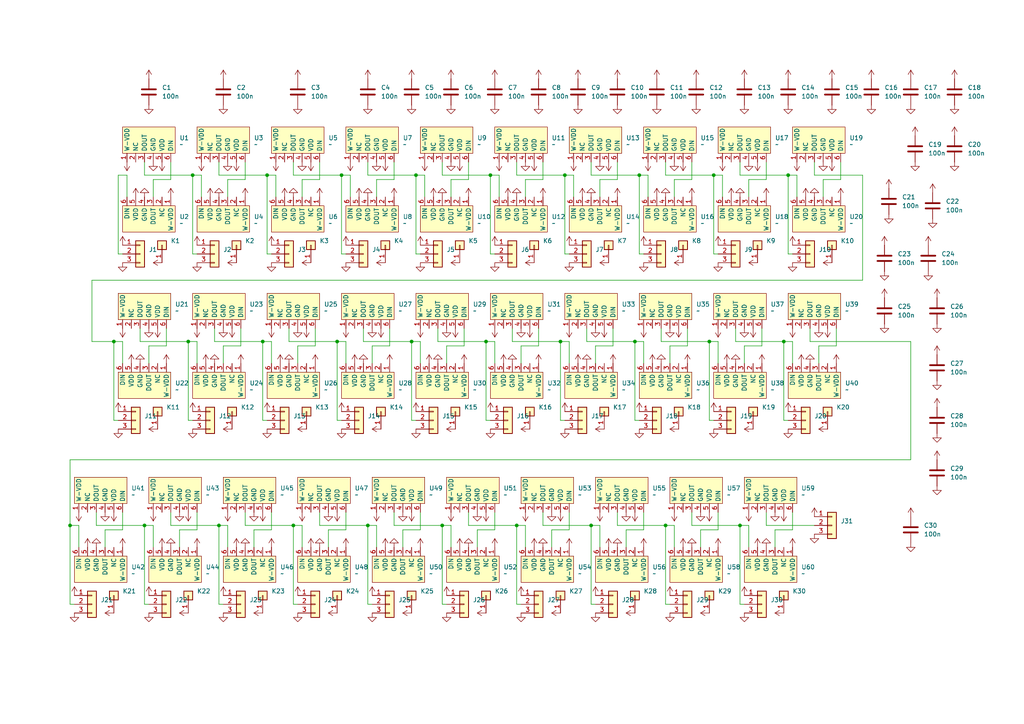
<source format=kicad_sch>
(kicad_sch (version 20250114) (generator "eeschema") (generator_version "9.0")
  (paper "A4")
  (junction (at 106.68 152.4))
  (junction (at 97.79 99.06))
  (junction (at 228.6 50.8))
  (junction (at 99.06 50.8))
  (junction (at 205.74 99.06))
  (junction (at 55.88 50.8))
  (junction (at 41.91 152.4))
  (junction (at 163.83 50.8))
  (junction (at 128.27 152.4))
  (junction (at 33.02 99.06))
  (junction (at 171.45 152.4))
  (junction (at 193.04 152.4))
  (junction (at 85.09 152.4))
  (junction (at 185.42 50.8))
  (junction (at 184.15 99.06))
  (junction (at 120.65 50.8))
  (junction (at 20.32 152.4))
  (junction (at 63.5 152.4))
  (junction (at 142.24 50.8))
  (junction (at 227.33 99.06))
  (junction (at 140.97 99.06))
  (junction (at 149.86 152.4))
  (junction (at 77.47 50.8))
  (junction (at 76.2 99.06))
  (junction (at 119.38 99.06))
  (junction (at 162.56 99.06))
  (junction (at 54.61 99.06))
  (junction (at 214.63 152.4))
  (junction (at 207.01 50.8))
  (wire (pts (xy 109.22 52.07) (xy 114.3 52.07)))
  (wire (pts (xy 172.72 105.41) (xy 172.72 100.33)))
  (wire (pts (xy 71.12 148.59) (xy 71.12 152.4)))
  (wire (pts (xy 207.01 50.8) (xy 209.55 50.8)))
  (wire (pts (xy 41.91 152.4) (xy 44.45 152.4)))
  (wire (pts (xy 20.32 152.4) (xy 22.86 152.4)))
  (wire (pts (xy 27.94 148.59) (xy 27.94 152.4)))
  (wire (pts (xy 99.06 50.8) (xy 101.6 50.8)))
  (wire (pts (xy 27.94 152.4) (xy 41.91 152.4)))
  (wire (pts (xy 229.87 73.66) (xy 228.6 73.66)))
  (wire (pts (xy 120.65 73.66) (xy 120.65 50.8)))
  (wire (pts (xy 243.84 52.07) (xy 243.84 46.99)))
  (wire (pts (xy 78.74 153.67) (xy 78.74 148.59)))
  (wire (pts (xy 143.51 153.67) (xy 143.51 148.59)))
  (wire (pts (xy 207.01 121.92) (xy 205.74 121.92)))
  (wire (pts (xy 185.42 50.8) (xy 187.96 50.8)))
  (wire (pts (xy 64.77 175.26) (xy 63.5 175.26)))
  (wire (pts (xy 66.04 57.15) (xy 66.04 52.07)))
  (wire (pts (xy 64.77 100.33) (xy 69.85 100.33)))
  (wire (pts (xy 66.04 152.4) (xy 66.04 158.75)))
  (wire (pts (xy 43.18 105.41) (xy 43.18 100.33)))
  (wire (pts (xy 215.9 100.33) (xy 220.98 100.33)))
  (wire (pts (xy 52.07 158.75) (xy 52.07 153.67)))
  (wire (pts (xy 130.81 57.15) (xy 130.81 52.07)))
  (wire (pts (xy 236.22 46.99) (xy 236.22 50.8)))
  (wire (pts (xy 66.04 52.07) (xy 71.12 52.07)))
  (wire (pts (xy 152.4 52.07) (xy 157.48 52.07)))
  (wire (pts (xy 54.61 121.92) (xy 54.61 99.06)))
  (wire (pts (xy 123.19 50.8) (xy 123.19 57.15)))
  (wire (pts (xy 157.48 148.59) (xy 157.48 152.4)))
  (wire (pts (xy 172.72 100.33) (xy 177.8 100.33)))
  (wire (pts (xy 100.33 73.66) (xy 99.06 73.66)))
  (wire (pts (xy 107.95 105.41) (xy 107.95 100.33)))
  (wire (pts (xy 69.85 100.33) (xy 69.85 95.25)))
  (wire (pts (xy 40.64 95.25) (xy 40.64 99.06)))
  (wire (pts (xy 35.56 99.06) (xy 35.56 105.41)))
  (wire (pts (xy 20.32 152.4) (xy 20.32 133.35)))
  (wire (pts (xy 171.45 175.26) (xy 171.45 152.4)))
  (wire (pts (xy 166.37 50.8) (xy 166.37 57.15)))
  (wire (pts (xy 237.49 105.41) (xy 237.49 100.33)))
  (wire (pts (xy 191.77 95.25) (xy 191.77 99.06)))
  (wire (pts (xy 33.02 99.06) (xy 35.56 99.06)))
  (wire (pts (xy 242.57 100.33) (xy 242.57 95.25)))
  (wire (pts (xy 43.18 175.26) (xy 41.91 175.26)))
  (wire (pts (xy 171.45 46.99) (xy 171.45 50.8)))
  (wire (pts (xy 40.64 99.06) (xy 54.61 99.06)))
  (wire (pts (xy 165.1 153.67) (xy 165.1 148.59)))
  (wire (pts (xy 49.53 148.59) (xy 49.53 152.4)))
  (wire (pts (xy 63.5 175.26) (xy 63.5 152.4)))
  (wire (pts (xy 106.68 175.26) (xy 106.68 152.4)))
  (wire (pts (xy 181.61 158.75) (xy 181.61 153.67)))
  (wire (pts (xy 157.48 152.4) (xy 171.45 152.4)))
  (wire (pts (xy 214.63 50.8) (xy 228.6 50.8)))
  (wire (pts (xy 85.09 175.26) (xy 85.09 152.4)))
  (wire (pts (xy 227.33 99.06) (xy 229.87 99.06)))
  (wire (pts (xy 100.33 153.67) (xy 100.33 148.59)))
  (wire (pts (xy 44.45 57.15) (xy 44.45 52.07)))
  (wire (pts (xy 36.83 50.8) (xy 36.83 57.15)))
  (wire (pts (xy 73.66 158.75) (xy 73.66 153.67)))
  (wire (pts (xy 173.99 152.4) (xy 173.99 158.75)))
  (wire (pts (xy 186.69 99.06) (xy 186.69 105.41)))
  (wire (pts (xy 54.61 99.06) (xy 57.15 99.06)))
  (wire (pts (xy 207.01 73.66) (xy 207.01 50.8)))
  (wire (pts (xy 33.02 99.06) (xy 26.67 99.06)))
  (wire (pts (xy 157.48 52.07) (xy 157.48 46.99)))
  (wire (pts (xy 76.2 99.06) (xy 78.74 99.06)))
  (wire (pts (xy 200.66 52.07) (xy 200.66 46.99)))
  (wire (pts (xy 214.63 152.4) (xy 217.17 152.4)))
  (wire (pts (xy 163.83 73.66) (xy 163.83 50.8)))
  (wire (pts (xy 22.86 152.4) (xy 22.86 158.75)))
  (wire (pts (xy 105.41 99.06) (xy 119.38 99.06)))
  (wire (pts (xy 48.26 100.33) (xy 48.26 95.25)))
  (wire (pts (xy 78.74 99.06) (xy 78.74 105.41)))
  (wire (pts (xy 209.55 50.8) (xy 209.55 57.15)))
  (wire (pts (xy 200.66 148.59) (xy 200.66 152.4)))
  (wire (pts (xy 80.01 50.8) (xy 80.01 57.15)))
  (wire (pts (xy 228.6 73.66) (xy 228.6 50.8)))
  (wire (pts (xy 127 99.06) (xy 140.97 99.06)))
  (wire (pts (xy 135.89 52.07) (xy 135.89 46.99)))
  (wire (pts (xy 179.07 52.07) (xy 179.07 46.99)))
  (wire (pts (xy 130.81 52.07) (xy 135.89 52.07)))
  (wire (pts (xy 35.56 73.66) (xy 34.29 73.66)))
  (wire (pts (xy 128.27 46.99) (xy 128.27 50.8)))
  (wire (pts (xy 173.99 52.07) (xy 179.07 52.07)))
  (wire (pts (xy 114.3 148.59) (xy 114.3 152.4)))
  (wire (pts (xy 185.42 121.92) (xy 184.15 121.92)))
  (wire (pts (xy 194.31 105.41) (xy 194.31 100.33)))
  (wire (pts (xy 41.91 50.8) (xy 55.88 50.8)))
  (wire (pts (xy 151.13 175.26) (xy 149.86 175.26)))
  (wire (pts (xy 134.62 100.33) (xy 134.62 95.25)))
  (wire (pts (xy 179.07 152.4) (xy 193.04 152.4)))
  (wire (pts (xy 55.88 121.92) (xy 54.61 121.92)))
  (wire (pts (xy 64.77 105.41) (xy 64.77 100.33)))
  (wire (pts (xy 228.6 50.8) (xy 231.14 50.8)))
  (wire (pts (xy 107.95 175.26) (xy 106.68 175.26)))
  (wire (pts (xy 250.19 81.28) (xy 250.19 50.8)))
  (wire (pts (xy 26.67 99.06) (xy 26.67 81.28)))
  (wire (pts (xy 208.28 99.06) (xy 208.28 105.41)))
  (wire (pts (xy 236.22 50.8) (xy 250.19 50.8)))
  (wire (pts (xy 78.74 73.66) (xy 77.47 73.66)))
  (wire (pts (xy 99.06 73.66) (xy 99.06 50.8)))
  (wire (pts (xy 229.87 153.67) (xy 229.87 148.59)))
  (wire (pts (xy 229.87 99.06) (xy 229.87 105.41)))
  (wire (pts (xy 57.15 153.67) (xy 57.15 148.59)))
  (wire (pts (xy 199.39 100.33) (xy 199.39 95.25)))
  (wire (pts (xy 238.76 57.15) (xy 238.76 52.07)))
  (wire (pts (xy 193.04 46.99) (xy 193.04 50.8)))
  (wire (pts (xy 203.2 153.67) (xy 208.28 153.67)))
  (wire (pts (xy 142.24 50.8) (xy 144.78 50.8)))
  (wire (pts (xy 152.4 152.4) (xy 152.4 158.75)))
  (wire (pts (xy 149.86 152.4) (xy 152.4 152.4)))
  (wire (pts (xy 200.66 152.4) (xy 214.63 152.4)))
  (wire (pts (xy 128.27 50.8) (xy 142.24 50.8)))
  (wire (pts (xy 120.65 50.8) (xy 123.19 50.8)))
  (wire (pts (xy 85.09 152.4) (xy 87.63 152.4)))
  (wire (pts (xy 100.33 99.06) (xy 100.33 105.41)))
  (wire (pts (xy 105.41 95.25) (xy 105.41 99.06)))
  (wire (pts (xy 144.78 50.8) (xy 144.78 57.15)))
  (wire (pts (xy 213.36 99.06) (xy 227.33 99.06)))
  (wire (pts (xy 184.15 121.92) (xy 184.15 99.06)))
  (wire (pts (xy 203.2 158.75) (xy 203.2 153.67)))
  (wire (pts (xy 208.28 153.67) (xy 208.28 148.59)))
  (wire (pts (xy 214.63 46.99) (xy 214.63 50.8)))
  (wire (pts (xy 130.81 152.4) (xy 130.81 158.75)))
  (wire (pts (xy 173.99 57.15) (xy 173.99 52.07)))
  (wire (pts (xy 106.68 152.4) (xy 109.22 152.4)))
  (wire (pts (xy 170.18 99.06) (xy 184.15 99.06)))
  (wire (pts (xy 44.45 152.4) (xy 44.45 158.75)))
  (wire (pts (xy 238.76 52.07) (xy 243.84 52.07)))
  (wire (pts (xy 92.71 148.59) (xy 92.71 152.4)))
  (wire (pts (xy 83.82 95.25) (xy 83.82 99.06)))
  (wire (pts (xy 92.71 52.07) (xy 92.71 46.99)))
  (wire (pts (xy 57.15 99.06) (xy 57.15 105.41)))
  (wire (pts (xy 170.18 95.25) (xy 170.18 99.06)))
  (wire (pts (xy 163.83 121.92) (xy 162.56 121.92)))
  (wire (pts (xy 222.25 152.4) (xy 236.22 152.4)))
  (wire (pts (xy 77.47 121.92) (xy 76.2 121.92)))
  (wire (pts (xy 101.6 50.8) (xy 101.6 57.15)))
  (wire (pts (xy 49.53 52.07) (xy 49.53 46.99)))
  (wire (pts (xy 142.24 121.92) (xy 140.97 121.92)))
  (wire (pts (xy 160.02 158.75) (xy 160.02 153.67)))
  (wire (pts (xy 34.29 50.8) (xy 36.83 50.8)))
  (wire (pts (xy 195.58 52.07) (xy 200.66 52.07)))
  (wire (pts (xy 128.27 175.26) (xy 128.27 152.4)))
  (wire (pts (xy 114.3 152.4) (xy 128.27 152.4)))
  (wire (pts (xy 91.44 100.33) (xy 91.44 95.25)))
  (wire (pts (xy 55.88 73.66) (xy 55.88 50.8)))
  (wire (pts (xy 86.36 100.33) (xy 91.44 100.33)))
  (wire (pts (xy 107.95 100.33) (xy 113.03 100.33)))
  (wire (pts (xy 119.38 99.06) (xy 121.92 99.06)))
  (wire (pts (xy 224.79 158.75) (xy 224.79 153.67)))
  (wire (pts (xy 58.42 50.8) (xy 58.42 57.15)))
  (wire (pts (xy 191.77 99.06) (xy 205.74 99.06)))
  (wire (pts (xy 160.02 153.67) (xy 165.1 153.67)))
  (wire (pts (xy 194.31 100.33) (xy 199.39 100.33)))
  (wire (pts (xy 140.97 121.92) (xy 140.97 99.06)))
  (wire (pts (xy 63.5 152.4) (xy 66.04 152.4)))
  (wire (pts (xy 86.36 175.26) (xy 85.09 175.26)))
  (wire (pts (xy 129.54 175.26) (xy 128.27 175.26)))
  (wire (pts (xy 121.92 99.06) (xy 121.92 105.41)))
  (wire (pts (xy 30.48 158.75) (xy 30.48 153.67)))
  (wire (pts (xy 156.21 100.33) (xy 156.21 95.25)))
  (wire (pts (xy 86.36 105.41) (xy 86.36 100.33)))
  (wire (pts (xy 140.97 99.06) (xy 143.51 99.06)))
  (wire (pts (xy 138.43 158.75) (xy 138.43 153.67)))
  (wire (pts (xy 215.9 175.26) (xy 214.63 175.26)))
  (wire (pts (xy 114.3 52.07) (xy 114.3 46.99)))
  (wire (pts (xy 171.45 152.4) (xy 173.99 152.4)))
  (wire (pts (xy 215.9 105.41) (xy 215.9 100.33)))
  (wire (pts (xy 21.59 175.26) (xy 20.32 175.26)))
  (wire (pts (xy 165.1 73.66) (xy 163.83 73.66)))
  (wire (pts (xy 135.89 148.59) (xy 135.89 152.4)))
  (wire (pts (xy 148.59 99.06) (xy 162.56 99.06)))
  (wire (pts (xy 83.82 99.06) (xy 97.79 99.06)))
  (wire (pts (xy 26.67 81.28) (xy 250.19 81.28)))
  (wire (pts (xy 128.27 152.4) (xy 130.81 152.4)))
  (wire (pts (xy 57.15 73.66) (xy 55.88 73.66)))
  (wire (pts (xy 264.16 133.35) (xy 264.16 99.06)))
  (wire (pts (xy 181.61 153.67) (xy 186.69 153.67)))
  (wire (pts (xy 214.63 175.26) (xy 214.63 152.4)))
  (wire (pts (xy 205.74 121.92) (xy 205.74 99.06)))
  (wire (pts (xy 149.86 46.99) (xy 149.86 50.8)))
  (wire (pts (xy 171.45 50.8) (xy 185.42 50.8)))
  (wire (pts (xy 52.07 153.67) (xy 57.15 153.67)))
  (wire (pts (xy 62.23 99.06) (xy 76.2 99.06)))
  (wire (pts (xy 148.59 95.25) (xy 148.59 99.06)))
  (wire (pts (xy 121.92 73.66) (xy 120.65 73.66)))
  (wire (pts (xy 41.91 46.99) (xy 41.91 50.8)))
  (wire (pts (xy 151.13 105.41) (xy 151.13 100.33)))
  (wire (pts (xy 20.32 133.35) (xy 264.16 133.35)))
  (wire (pts (xy 109.22 57.15) (xy 109.22 52.07)))
  (wire (pts (xy 71.12 52.07) (xy 71.12 46.99)))
  (wire (pts (xy 113.03 100.33) (xy 113.03 95.25)))
  (wire (pts (xy 99.06 121.92) (xy 97.79 121.92)))
  (wire (pts (xy 193.04 152.4) (xy 195.58 152.4)))
  (wire (pts (xy 195.58 57.15) (xy 195.58 52.07)))
  (wire (pts (xy 138.43 153.67) (xy 143.51 153.67)))
  (wire (pts (xy 106.68 50.8) (xy 120.65 50.8)))
  (wire (pts (xy 208.28 73.66) (xy 207.01 73.66)))
  (wire (pts (xy 127 95.25) (xy 127 99.06)))
  (wire (pts (xy 119.38 121.92) (xy 119.38 99.06)))
  (wire (pts (xy 163.83 50.8) (xy 166.37 50.8)))
  (wire (pts (xy 44.45 52.07) (xy 49.53 52.07)))
  (wire (pts (xy 87.63 52.07) (xy 92.71 52.07)))
  (wire (pts (xy 228.6 121.92) (xy 227.33 121.92)))
  (wire (pts (xy 62.23 95.25) (xy 62.23 99.06)))
  (wire (pts (xy 106.68 46.99) (xy 106.68 50.8)))
  (wire (pts (xy 151.13 100.33) (xy 156.21 100.33)))
  (wire (pts (xy 185.42 73.66) (xy 185.42 50.8)))
  (wire (pts (xy 87.63 152.4) (xy 87.63 158.75)))
  (wire (pts (xy 35.56 153.67) (xy 35.56 148.59)))
  (wire (pts (xy 195.58 152.4) (xy 195.58 158.75)))
  (wire (pts (xy 20.32 175.26) (xy 20.32 152.4)))
  (wire (pts (xy 142.24 73.66) (xy 142.24 50.8)))
  (wire (pts (xy 120.65 121.92) (xy 119.38 121.92)))
  (wire (pts (xy 109.22 152.4) (xy 109.22 158.75)))
  (wire (pts (xy 77.47 73.66) (xy 77.47 50.8)))
  (wire (pts (xy 33.02 121.92) (xy 33.02 99.06)))
  (wire (pts (xy 63.5 50.8) (xy 77.47 50.8)))
  (wire (pts (xy 220.98 100.33) (xy 220.98 95.25)))
  (wire (pts (xy 184.15 99.06) (xy 186.69 99.06)))
  (wire (pts (xy 34.29 121.92) (xy 33.02 121.92)))
  (wire (pts (xy 234.95 95.25) (xy 234.95 99.06)))
  (wire (pts (xy 234.95 99.06) (xy 264.16 99.06)))
  (wire (pts (xy 217.17 57.15) (xy 217.17 52.07)))
  (wire (pts (xy 43.18 100.33) (xy 48.26 100.33)))
  (wire (pts (xy 162.56 121.92) (xy 162.56 99.06)))
  (wire (pts (xy 97.79 99.06) (xy 100.33 99.06)))
  (wire (pts (xy 97.79 121.92) (xy 97.79 99.06)))
  (wire (pts (xy 179.07 148.59) (xy 179.07 152.4)))
  (wire (pts (xy 76.2 121.92) (xy 76.2 99.06)))
  (wire (pts (xy 222.25 52.07) (xy 222.25 46.99)))
  (wire (pts (xy 77.47 50.8) (xy 80.01 50.8)))
  (wire (pts (xy 193.04 175.26) (xy 193.04 152.4)))
  (wire (pts (xy 237.49 100.33) (xy 242.57 100.33)))
  (wire (pts (xy 30.48 153.67) (xy 35.56 153.67)))
  (wire (pts (xy 186.69 73.66) (xy 185.42 73.66)))
  (wire (pts (xy 87.63 57.15) (xy 87.63 52.07)))
  (wire (pts (xy 152.4 57.15) (xy 152.4 52.07)))
  (wire (pts (xy 95.25 158.75) (xy 95.25 153.67)))
  (wire (pts (xy 34.29 73.66) (xy 34.29 50.8)))
  (wire (pts (xy 55.88 50.8) (xy 58.42 50.8)))
  (wire (pts (xy 63.5 46.99) (xy 63.5 50.8)))
  (wire (pts (xy 217.17 152.4) (xy 217.17 158.75)))
  (wire (pts (xy 95.25 153.67) (xy 100.33 153.67)))
  (wire (pts (xy 85.09 50.8) (xy 99.06 50.8)))
  (wire (pts (xy 193.04 50.8) (xy 207.01 50.8)))
  (wire (pts (xy 186.69 153.67) (xy 186.69 148.59)))
  (wire (pts (xy 49.53 152.4) (xy 63.5 152.4)))
  (wire (pts (xy 92.71 152.4) (xy 106.68 152.4)))
  (wire (pts (xy 116.84 158.75) (xy 116.84 153.67)))
  (wire (pts (xy 194.31 175.26) (xy 193.04 175.26)))
  (wire (pts (xy 224.79 153.67) (xy 229.87 153.67)))
  (wire (pts (xy 143.51 73.66) (xy 142.24 73.66)))
  (wire (pts (xy 227.33 121.92) (xy 227.33 99.06)))
  (wire (pts (xy 149.86 50.8) (xy 163.83 50.8)))
  (wire (pts (xy 71.12 152.4) (xy 85.09 152.4)))
  (wire (pts (xy 121.92 153.67) (xy 121.92 148.59)))
  (wire (pts (xy 172.72 175.26) (xy 171.45 175.26)))
  (wire (pts (xy 135.89 152.4) (xy 149.86 152.4)))
  (wire (pts (xy 177.8 100.33) (xy 177.8 95.25)))
  (wire (pts (xy 85.09 46.99) (xy 85.09 50.8)))
  (wire (pts (xy 129.54 100.33) (xy 134.62 100.33)))
  (wire (pts (xy 165.1 99.06) (xy 165.1 105.41)))
  (wire (pts (xy 217.17 52.07) (xy 222.25 52.07)))
  (wire (pts (xy 162.56 99.06) (xy 165.1 99.06)))
  (wire (pts (xy 205.74 99.06) (xy 208.28 99.06)))
  (wire (pts (xy 143.51 99.06) (xy 143.51 105.41)))
  (wire (pts (xy 213.36 95.25) (xy 213.36 99.06)))
  (wire (pts (xy 116.84 153.67) (xy 121.92 153.67)))
  (wire (pts (xy 222.25 148.59) (xy 222.25 152.4)))
  (wire (pts (xy 73.66 153.67) (xy 78.74 153.67)))
  (wire (pts (xy 41.91 175.26) (xy 41.91 152.4)))
  (wire (pts (xy 187.96 50.8) (xy 187.96 57.15)))
  (wire (pts (xy 129.54 105.41) (xy 129.54 100.33)))
  (wire (pts (xy 149.86 175.26) (xy 149.86 152.4)))
  (wire (pts (xy 231.14 50.8) (xy 231.14 57.15)))
  (symbol (lib_id "power:+3.3V") (at 167.64 22.86 0) (unit 1)
    (property "Reference" "#PWR0289" (effects (hide yes)))
    (property "Value" "+3.3V" (effects (hide yes)))
    (property "Description" "Power symbol creates a global label with name \"+3.3V\"" (effects (hide yes)))
  )
  (symbol (lib_id "power:+3.3V") (at 264.16 22.86 0) (unit 1)
    (property "Reference" "#PWR0305" (effects (hide yes)))
    (property "Value" "+3.3V" (effects (hide yes)))
    (property "Description" "Power symbol creates a global label with name \"+3.3V\"" (effects (hide yes)))
  )
  (symbol (lib_id "power:GND") (at 203.2 148.59 0) (unit 1)
    (property "Reference" "#PWR0266" (effects (hide yes)))
    (property "Value" "GND" (effects (hide yes)))
    (property "Description" "Power symbol creates a global label with name \"GND\" , ground" (effects (hide yes)))
  )
  (symbol (lib_id "cnhardware:SK6805SIDE-FRGBW-BW-P6") (at 64.77 59.69 180) (unit 1)
    (property "Reference" "U4" (at 73.66 62.8649 0) (effects (justify right)))
    (property "Value" "~" (at 73.66 64.77 0) (effects (justify right)))
    (property "Footprint" "cnhardware:SK6805SIDE-FRGBW-BW-P6" (effects (hide yes)))
    (property "LCSC" "C7423108" (effects (hide yes)))
  )
  (symbol (lib_id "power:+3.3V") (at 48.26 105.41 0) (unit 1)
    (property "Reference" "#PWR0107" (effects (hide yes)))
    (property "Value" "+3.3V" (effects (hide yes)))
    (property "Description" "Power symbol creates a global label with name \"+3.3V\"" (effects (hide yes)))
  )
  (symbol (lib_id "cnhardware:SK6805SIDE-FRGBW-BW-P6") (at 236.22 107.95 180) (unit 1)
    (property "Reference" "U40" (at 245.11 111.1249 0) (effects (justify right)))
    (property "Value" "~" (at 245.11 113.03 0) (effects (justify right)))
    (property "Footprint" "cnhardware:SK6805SIDE-FRGBW-BW-P6" (effects (hide yes)))
    (property "LCSC" "C7423108" (effects (hide yes)))
  )
  (symbol (lib_id "power:+3.3V") (at 187.96 46.99 180) (unit 1)
    (property "Reference" "#PWR074" (effects (hide yes)))
    (property "Value" "+3.3V" (effects (hide yes)))
    (property "Description" "Power symbol creates a global label with name \"+3.3V\"" (effects (hide yes)))
  )
  (symbol (lib_id "cnhardware:SK6805SIDE-FRGBW-BW-P6") (at 128.27 107.95 180) (unit 1)
    (property "Reference" "U30" (at 137.16 111.1249 0) (effects (justify right)))
    (property "Value" "~" (at 137.16 113.03 0) (effects (justify right)))
    (property "Footprint" "cnhardware:SK6805SIDE-FRGBW-BW-P6" (effects (hide yes)))
    (property "LCSC" "C7423108" (effects (hide yes)))
  )
  (symbol (lib_id "cnhardware:SK6805SIDE-FRGBW-BW-P6") (at 237.49 59.69 180) (unit 1)
    (property "Reference" "U20" (at 246.38 62.8649 0) (effects (justify right)))
    (property "Value" "~" (at 246.38 64.77 0) (effects (justify right)))
    (property "Footprint" "cnhardware:SK6805SIDE-FRGBW-BW-P6" (effects (hide yes)))
    (property "LCSC" "C7423108" (effects (hide yes)))
  )
  (symbol (lib_id "power:+3.3V") (at 146.05 105.41 0) (unit 1)
    (property "Reference" "#PWR0147" (effects (hide yes)))
    (property "Value" "+3.3V" (effects (hide yes)))
    (property "Description" "Power symbol creates a global label with name \"+3.3V\"" (effects (hide yes)))
  )
  (symbol (lib_id "power:+3.3V") (at 232.41 105.41 0) (unit 1)
    (property "Reference" "#PWR0183" (effects (hide yes)))
    (property "Value" "+3.3V" (effects (hide yes)))
    (property "Description" "Power symbol creates a global label with name \"+3.3V\"" (effects (hide yes)))
  )
  (symbol (lib_id "power:+3.3V") (at 43.18 22.86 0) (unit 1)
    (property "Reference" "#PWR026" (effects (hide yes)))
    (property "Value" "+3.3V" (effects (hide yes)))
    (property "Description" "Power symbol creates a global label with name \"+3.3V\"" (effects (hide yes)))
  )
  (symbol (lib_id "power:+3.3V") (at 176.53 158.75 0) (unit 1)
    (property "Reference" "#PWR0255" (effects (hide yes)))
    (property "Value" "+3.3V" (effects (hide yes)))
    (property "Description" "Power symbol creates a global label with name \"+3.3V\"" (effects (hide yes)))
  )
  (symbol (lib_id "power:+3.3V") (at 227.33 177.8 90) (unit 1)
    (property "Reference" "#PWR0277" (effects (hide yes)))
    (property "Value" "+3.3V" (effects (hide yes)))
    (property "Description" "Power symbol creates a global label with name \"+3.3V\"" (effects (hide yes)))
  )
  (symbol (lib_id "power:GND") (at 151.13 177.8 0) (unit 1)
    (property "Reference" "#PWR0244" (effects (hide yes)))
    (property "Value" "GND" (effects (hide yes)))
    (property "Description" "Power symbol creates a global label with name \"GND\" , ground" (effects (hide yes)))
  )
  (symbol (lib_id "power:GND") (at 271.78 140.97 0) (unit 1)
    (property "Reference" "#PWR0330" (effects (hide yes)))
    (property "Value" "GND" (effects (hide yes)))
    (property "Description" "Power symbol creates a global label with name \"GND\" , ground" (effects (hide yes)))
  )
  (symbol (lib_id "power:+3.3V") (at 231.14 46.99 180) (unit 1)
    (property "Reference" "#PWR092" (effects (hide yes)))
    (property "Value" "+3.3V" (effects (hide yes)))
    (property "Description" "Power symbol creates a global label with name \"+3.3V\"" (effects (hide yes)))
  )
  (symbol (lib_id "cnhardware:SK6805SIDE-FRGBW-BW-P6") (at 236.22 92.71 0) (unit 1)
    (property "Reference" "U39" (at 245.11 88.2649 0) (effects (justify left)))
    (property "Value" "~" (at 245.11 90.17 0) (effects (justify left)))
    (property "Footprint" "cnhardware:SK6805SIDE-FRGBW-BW-P6" (effects (hide yes)))
    (property "LCSC" "C7423108" (effects (hide yes)))
  )
  (symbol (lib_id "cnhardware:SK6805SIDE-FRGBW-BW-P6") (at 151.13 44.45 0) (unit 1)
    (property "Reference" "U11" (at 160.02 40.0049 0) (effects (justify left)))
    (property "Value" "~" (at 160.02 41.91 0) (effects (justify left)))
    (property "Footprint" "cnhardware:SK6805SIDE-FRGBW-BW-P6" (effects (hide yes)))
    (property "LCSC" "C7423108" (effects (hide yes)))
  )
  (symbol (lib_id "cnhardware:SK6805SIDE-FRGBW-BW-P6") (at 180.34 161.29 180) (unit 1)
    (property "Reference" "U56" (at 189.23 164.4649 0) (effects (justify right)))
    (property "Value" "~" (at 189.23 166.37 0) (effects (justify right)))
    (property "Footprint" "cnhardware:SK6805SIDE-FRGBW-BW-P6" (effects (hide yes)))
    (property "LCSC" "C7423108" (effects (hide yes)))
  )
  (symbol (lib_id "power:+3.3V") (at 228.6 119.38 0) (unit 1)
    (property "Reference" "#PWR0180" (effects (hide yes)))
    (property "Value" "+3.3V" (effects (hide yes)))
    (property "Description" "Power symbol creates a global label with name \"+3.3V\"" (effects (hide yes)))
  )
  (symbol (lib_id "power:GND") (at 186.69 76.2 0) (unit 1)
    (property "Reference" "#PWR073" (effects (hide yes)))
    (property "Value" "GND" (effects (hide yes)))
    (property "Description" "Power symbol creates a global label with name \"GND\" , ground" (effects (hide yes)))
  )
  (symbol (lib_id "cnhardware:SK6805SIDE-FRGBW-BW-P6") (at 72.39 161.29 180) (unit 1)
    (property "Reference" "U46" (at 81.28 164.4649 0) (effects (justify right)))
    (property "Value" "~" (at 81.28 166.37 0) (effects (justify right)))
    (property "Footprint" "cnhardware:SK6805SIDE-FRGBW-BW-P6" (effects (hide yes)))
    (property "LCSC" "C7423108" (effects (hide yes)))
  )
  (symbol (lib_id "power:+3.3V") (at 43.18 172.72 0) (unit 1)
    (property "Reference" "#PWR0198" (effects (hide yes)))
    (property "Value" "+3.3V" (effects (hide yes)))
    (property "Description" "Power symbol creates a global label with name \"+3.3V\"" (effects (hide yes)))
  )
  (symbol (lib_id "power:+3.3V") (at 166.37 46.99 180) (unit 1)
    (property "Reference" "#PWR065" (effects (hide yes)))
    (property "Value" "+3.3V" (effects (hide yes)))
    (property "Description" "Power symbol creates a global label with name \"+3.3V\"" (effects (hide yes)))
  )
  (symbol (lib_id "power:+3.3V") (at 196.85 124.46 90) (unit 1)
    (property "Reference" "#PWR0169" (effects (hide yes)))
    (property "Value" "+3.3V" (effects (hide yes)))
    (property "Description" "Power symbol creates a global label with name \"+3.3V\"" (effects (hide yes)))
  )
  (symbol (lib_id "power:+3.3V") (at 252.73 22.86 0) (unit 1)
    (property "Reference" "#PWR0303" (effects (hide yes)))
    (property "Value" "+3.3V" (effects (hide yes)))
    (property "Description" "Power symbol creates a global label with name \"+3.3V\"" (effects (hide yes)))
  )
  (symbol (lib_id "power:+3.3V") (at 208.28 158.75 0) (unit 1)
    (property "Reference" "#PWR0269" (effects (hide yes)))
    (property "Value" "+3.3V" (effects (hide yes)))
    (property "Description" "Power symbol creates a global label with name \"+3.3V\"" (effects (hide yes)))
  )
  (symbol (lib_id "power:GND") (at 236.22 154.94 0) (unit 1)
    (property "Reference" "#PWR0280" (effects (hide yes)))
    (property "Value" "GND" (effects (hide yes)))
    (property "Description" "Power symbol creates a global label with name \"GND\" , ground" (effects (hide yes)))
  )
  (symbol (lib_id "power:+3.3V") (at 82.55 57.15 0) (unit 1)
    (property "Reference" "#PWR014" (effects (hide yes)))
    (property "Value" "+3.3V" (effects (hide yes)))
    (property "Description" "Power symbol creates a global label with name \"+3.3V\"" (effects (hide yes)))
  )
  (symbol (lib_id "power:+3.3V") (at 68.58 46.99 180) (unit 1)
    (property "Reference" "#PWR07" (effects (hide yes)))
    (property "Value" "+3.3V" (effects (hide yes)))
    (property "Description" "Power symbol creates a global label with name \"+3.3V\"" (effects (hide yes)))
  )
  (symbol (lib_id "cnhardware:SK6805SIDE-FRGBW-BW-P6") (at 149.86 107.95 180) (unit 1)
    (property "Reference" "U32" (at 158.75 111.1249 0) (effects (justify right)))
    (property "Value" "~" (at 158.75 113.03 0) (effects (justify right)))
    (property "Footprint" "cnhardware:SK6805SIDE-FRGBW-BW-P6" (effects (hide yes)))
    (property "LCSC" "C7423108" (effects (hide yes)))
  )
  (symbol (lib_id "Connector_Generic:Conn_01x01") (at 153.67 119.38 90) (unit 1) (in_bom no)
    (property "Reference" "K16" (at 156.21 118.1099 90) (effects (justify right)))
    (property "Value" "Conn_01x01" (effects (hide yes)))
    (property "Footprint" "cnhardware:PINPAD" (effects (hide yes)))
    (property "Description" "Generic connector, single row, 01x01, script generated (kicad-library-utils/schlib/autogen/connector/)" (effects (hide yes)))
  )
  (symbol (lib_id "Device:C") (at 256.54 74.93 0) (unit 1)
    (property "Reference" "C23" (at 260.35 73.6599 0) (effects (justify left)))
    (property "Value" "100n" (at 260.35 76.1999 0) (effects (justify left)))
    (property "Footprint" "Capacitor_SMD:C_0402_1005Metric" (effects (hide yes)))
    (property "Description" "Unpolarized capacitor" (effects (hide yes)))
    (property "LCSC" "C1525" (effects (hide yes)))
  )
  (symbol (lib_id "power:GND") (at 194.31 177.8 0) (unit 1)
    (property "Reference" "#PWR0262" (effects (hide yes)))
    (property "Value" "GND" (effects (hide yes)))
    (property "Description" "Power symbol creates a global label with name \"GND\" , ground" (effects (hide yes)))
  )
  (symbol (lib_id "power:GND") (at 35.56 76.2 0) (unit 1)
    (property "Reference" "#PWR033" (effects (hide yes)))
    (property "Value" "GND" (effects (hide yes)))
    (property "Description" "Power symbol creates a global label with name \"GND\" , ground" (effects (hide yes)))
  )
  (symbol (lib_id "Connector_Generic:Conn_01x03") (at 105.41 73.66 0) (unit 1) (in_bom no)
    (property "Reference" "J4" (at 107.95 72.3899 0) (effects (justify left)))
    (property "Footprint" "cnhardware:3PADSPLIT" (effects (hide yes)))
    (property "Description" "Generic connector, single row, 01x03, script generated (kicad-library-utils/schlib/autogen/connector/)" (effects (hide yes)))
  )
  (symbol (lib_id "power:+3.3V") (at 152.4 148.59 180) (unit 1)
    (property "Reference" "#PWR0245" (effects (hide yes)))
    (property "Value" "+3.3V" (effects (hide yes)))
    (property "Description" "Power symbol creates a global label with name \"+3.3V\"" (effects (hide yes)))
  )
  (symbol (lib_id "power:+3.3V") (at 76.2 148.59 180) (unit 1)
    (property "Reference" "#PWR0213" (effects (hide yes)))
    (property "Value" "+3.3V" (effects (hide yes)))
    (property "Description" "Power symbol creates a global label with name \"+3.3V\"" (effects (hide yes)))
  )
  (symbol (lib_id "power:+3.3V") (at 78.74 71.12 0) (unit 1)
    (property "Reference" "#PWR037" (effects (hide yes)))
    (property "Value" "+3.3V" (effects (hide yes)))
    (property "Description" "Power symbol creates a global label with name \"+3.3V\"" (effects (hide yes)))
  )
  (symbol (lib_id "power:+3.3V") (at 200.66 57.15 0) (unit 1)
    (property "Reference" "#PWR080" (effects (hide yes)))
    (property "Value" "+3.3V" (effects (hide yes)))
    (property "Description" "Power symbol creates a global label with name \"+3.3V\"" (effects (hide yes)))
  )
  (symbol (lib_id "power:GND") (at 265.43 46.99 0) (unit 1)
    (property "Reference" "#PWR0310" (effects (hide yes)))
    (property "Value" "GND" (effects (hide yes)))
    (property "Description" "Power symbol creates a global label with name \"GND\" , ground" (effects (hide yes)))
  )
  (symbol (lib_id "Connector_Generic:Conn_01x03") (at 127 73.66 0) (unit 1) (in_bom no)
    (property "Reference" "J5" (at 129.54 72.3899 0) (effects (justify left)))
    (property "Footprint" "cnhardware:3PADSPLIT" (effects (hide yes)))
    (property "Description" "Generic connector, single row, 01x03, script generated (kicad-library-utils/schlib/autogen/connector/)" (effects (hide yes)))
  )
  (symbol (lib_id "power:GND") (at 163.83 124.46 0) (unit 1)
    (property "Reference" "#PWR0154" (effects (hide yes)))
    (property "Value" "GND" (effects (hide yes)))
    (property "Description" "Power symbol creates a global label with name \"GND\" , ground" (effects (hide yes)))
  )
  (symbol (lib_id "power:GND") (at 276.86 30.48 0) (unit 1)
    (property "Reference" "#PWR0308" (effects (hide yes)))
    (property "Value" "GND" (effects (hide yes)))
    (property "Description" "Power symbol creates a global label with name \"GND\" , ground" (effects (hide yes)))
  )
  (symbol (lib_id "power:+3.3V") (at 133.35 158.75 0) (unit 1)
    (property "Reference" "#PWR0237" (effects (hide yes)))
    (property "Value" "+3.3V" (effects (hide yes)))
    (property "Description" "Power symbol creates a global label with name \"+3.3V\"" (effects (hide yes)))
  )
  (symbol (lib_id "power:GND") (at 200.66 158.75 180) (unit 1)
    (property "Reference" "#PWR0265" (effects (hide yes)))
    (property "Value" "GND" (effects (hide yes)))
    (property "Description" "Power symbol creates a global label with name \"GND\" , ground" (effects (hide yes)))
  )
  (symbol (lib_id "Connector_Generic:Conn_01x01") (at 196.85 119.38 90) (unit 1) (in_bom no)
    (property "Reference" "K18" (at 199.39 118.1099 90) (effects (justify right)))
    (property "Value" "Conn_01x01" (effects (hide yes)))
    (property "Footprint" "cnhardware:PINPAD" (effects (hide yes)))
    (property "Description" "Generic connector, single row, 01x01, script generated (kicad-library-utils/schlib/autogen/connector/)" (effects (hide yes)))
  )
  (symbol (lib_id "power:GND") (at 119.38 30.48 0) (unit 1)
    (property "Reference" "#PWR0282" (effects (hide yes)))
    (property "Value" "GND" (effects (hide yes)))
    (property "Description" "Power symbol creates a global label with name \"GND\" , ground" (effects (hide yes)))
  )
  (symbol (lib_id "power:+3.3V") (at 123.19 46.99 180) (unit 1)
    (property "Reference" "#PWR047" (effects (hide yes)))
    (property "Value" "+3.3V" (effects (hide yes)))
    (property "Description" "Power symbol creates a global label with name \"+3.3V\"" (effects (hide yes)))
  )
  (symbol (lib_id "power:GND") (at 49.53 158.75 180) (unit 1)
    (property "Reference" "#PWR0202" (effects (hide yes)))
    (property "Value" "GND" (effects (hide yes)))
    (property "Description" "Power symbol creates a global label with name \"GND\" , ground" (effects (hide yes)))
  )
  (symbol (lib_id "power:+3.3V") (at 175.26 95.25 180) (unit 1)
    (property "Reference" "#PWR0159" (effects (hide yes)))
    (property "Value" "+3.3V" (effects (hide yes)))
    (property "Description" "Power symbol creates a global label with name \"+3.3V\"" (effects (hide yes)))
  )
  (symbol (lib_id "power:+3.3V") (at 77.47 119.38 0) (unit 1)
    (property "Reference" "#PWR0117" (effects (hide yes)))
    (property "Value" "+3.3V" (effects (hide yes)))
    (property "Description" "Power symbol creates a global label with name \"+3.3V\"" (effects (hide yes)))
  )
  (symbol (lib_id "power:GND") (at 215.9 30.48 0) (unit 1)
    (property "Reference" "#PWR0298" (effects (hide yes)))
    (property "Value" "GND" (effects (hide yes)))
    (property "Description" "Power symbol creates a global label with name \"GND\" , ground" (effects (hide yes)))
  )
  (symbol (lib_id "power:GND") (at 107.95 177.8 0) (unit 1)
    (property "Reference" "#PWR0226" (effects (hide yes)))
    (property "Value" "GND" (effects (hide yes)))
    (property "Description" "Power symbol creates a global label with name \"GND\" , ground" (effects (hide yes)))
  )
  (symbol (lib_id "power:GND") (at 195.58 46.99 0) (unit 1)
    (property "Reference" "#PWR077" (effects (hide yes)))
    (property "Value" "GND" (effects (hide yes)))
    (property "Description" "Power symbol creates a global label with name \"GND\" , ground" (effects (hide yes)))
  )
  (symbol (lib_id "Connector_Generic:Conn_01x01") (at 218.44 119.38 90) (unit 1) (in_bom no)
    (property "Reference" "K19" (at 220.98 118.1099 90) (effects (justify right)))
    (property "Value" "Conn_01x01" (effects (hide yes)))
    (property "Footprint" "cnhardware:PINPAD" (effects (hide yes)))
    (property "Description" "Generic connector, single row, 01x01, script generated (kicad-library-utils/schlib/autogen/connector/)" (effects (hide yes)))
  )
  (symbol (lib_id "power:GND") (at 78.74 76.2 0) (unit 1)
    (property "Reference" "#PWR038" (effects (hide yes)))
    (property "Value" "GND" (effects (hide yes)))
    (property "Description" "Power symbol creates a global label with name \"GND\" , ground" (effects (hide yes)))
  )
  (symbol (lib_id "Connector_Generic:Conn_01x03") (at 113.03 175.26 0) (unit 1) (in_bom no)
    (property "Reference" "J25" (at 115.57 173.9899 0) (effects (justify left)))
    (property "Footprint" "cnhardware:3PADSPLIT" (effects (hide yes)))
    (property "Description" "Generic connector, single row, 01x03, script generated (kicad-library-utils/schlib/autogen/connector/)" (effects (hide yes)))
  )
  (symbol (lib_id "power:+3.3V") (at 157.48 57.15 0) (unit 1)
    (property "Reference" "#PWR062" (effects (hide yes)))
    (property "Value" "+3.3V" (effects (hide yes)))
    (property "Description" "Power symbol creates a global label with name \"+3.3V\"" (effects (hide yes)))
  )
  (symbol (lib_id "power:+3.3V") (at 35.56 158.75 0) (unit 1)
    (property "Reference" "#PWR0197" (effects (hide yes)))
    (property "Value" "+3.3V" (effects (hide yes)))
    (property "Description" "Power symbol creates a global label with name \"+3.3V\"" (effects (hide yes)))
  )
  (symbol (lib_id "power:GND") (at 21.59 177.8 0) (unit 1)
    (property "Reference" "#PWR0190" (effects (hide yes)))
    (property "Value" "GND" (effects (hide yes)))
    (property "Description" "Power symbol creates a global label with name \"GND\" , ground" (effects (hide yes)))
  )
  (symbol (lib_id "Connector_Generic:Conn_01x03") (at 134.62 175.26 0) (unit 1) (in_bom no)
    (property "Reference" "J26" (at 137.16 173.9899 0) (effects (justify left)))
    (property "Footprint" "cnhardware:3PADSPLIT" (effects (hide yes)))
    (property "Description" "Generic connector, single row, 01x03, script generated (kicad-library-utils/schlib/autogen/connector/)" (effects (hide yes)))
  )
  (symbol (lib_id "power:+3.3V") (at 33.02 148.59 180) (unit 1)
    (property "Reference" "#PWR0195" (effects (hide yes)))
    (property "Value" "+3.3V" (effects (hide yes)))
    (property "Description" "Power symbol creates a global label with name \"+3.3V\"" (effects (hide yes)))
  )
  (symbol (lib_id "power:GND") (at 217.17 46.99 0) (unit 1)
    (property "Reference" "#PWR086" (effects (hide yes)))
    (property "Value" "GND" (effects (hide yes)))
    (property "Description" "Power symbol creates a global label with name \"GND\" , ground" (effects (hide yes)))
  )
  (symbol (lib_id "Connector_Generic:Conn_01x03") (at 104.14 121.92 0) (unit 1) (in_bom no)
    (property "Reference" "J14" (at 106.68 120.6499 0) (effects (justify left)))
    (property "Footprint" "cnhardware:3PADSPLIT" (effects (hide yes)))
    (property "Description" "Generic connector, single row, 01x03, script generated (kicad-library-utils/schlib/autogen/connector/)" (effects (hide yes)))
  )
  (symbol (lib_id "power:+3.3V") (at 121.92 71.12 0) (unit 1)
    (property "Reference" "#PWR045" (effects (hide yes)))
    (property "Value" "+3.3V" (effects (hide yes)))
    (property "Description" "Power symbol creates a global label with name \"+3.3V\"" (effects (hide yes)))
  )
  (symbol (lib_id "cnhardware:SK6805SIDE-FRGBW-BW-P6") (at 93.98 161.29 180) (unit 1)
    (property "Reference" "U48" (at 102.87 164.4649 0) (effects (justify right)))
    (property "Value" "~" (at 102.87 166.37 0) (effects (justify right)))
    (property "Footprint" "cnhardware:SK6805SIDE-FRGBW-BW-P6" (effects (hide yes)))
    (property "LCSC" "C7423108" (effects (hide yes)))
  )
  (symbol (lib_id "power:+3.3V") (at 196.85 95.25 180) (unit 1)
    (property "Reference" "#PWR0168" (effects (hide yes)))
    (property "Value" "+3.3V" (effects (hide yes)))
    (property "Description" "Power symbol creates a global label with name \"+3.3V\"" (effects (hide yes)))
  )
  (symbol (lib_id "Connector_Generic:Conn_01x03") (at 26.67 175.26 0) (unit 1) (in_bom no)
    (property "Reference" "J21" (at 29.21 173.9899 0) (effects (justify left)))
    (property "Footprint" "cnhardware:3PADSPLIT" (effects (hide yes)))
    (property "Description" "Generic connector, single row, 01x03, script generated (kicad-library-utils/schlib/autogen/connector/)" (effects (hide yes)))
  )
  (symbol (lib_id "power:GND") (at 135.89 158.75 180) (unit 1)
    (property "Reference" "#PWR0238" (effects (hide yes)))
    (property "Value" "GND" (effects (hide yes)))
    (property "Description" "Power symbol creates a global label with name \"GND\" , ground" (effects (hide yes)))
  )
  (symbol (lib_id "power:GND") (at 129.54 177.8 0) (unit 1)
    (property "Reference" "#PWR0235" (effects (hide yes)))
    (property "Value" "GND" (effects (hide yes)))
    (property "Description" "Power symbol creates a global label with name \"GND\" , ground" (effects (hide yes)))
  )
  (symbol (lib_id "power:+3.3V") (at 218.44 95.25 180) (unit 1)
    (property "Reference" "#PWR0177" (effects (hide yes)))
    (property "Value" "+3.3V" (effects (hide yes)))
    (property "Description" "Power symbol creates a global label with name \"+3.3V\"" (effects (hide yes)))
  )
  (symbol (lib_id "power:+3.3V") (at 256.54 71.12 0) (unit 1)
    (property "Reference" "#PWR0317" (effects (hide yes)))
    (property "Value" "+3.3V" (effects (hide yes)))
    (property "Description" "Power symbol creates a global label with name \"+3.3V\"" (effects (hide yes)))
  )
  (symbol (lib_id "Connector_Generic:Conn_01x01") (at 33.02 172.72 90) (unit 1) (in_bom no)
    (property "Reference" "K21" (at 35.56 171.4499 90) (effects (justify right)))
    (property "Value" "Conn_01x01" (effects (hide yes)))
    (property "Footprint" "cnhardware:PINPAD" (effects (hide yes)))
    (property "Description" "Generic connector, single row, 01x01, script generated (kicad-library-utils/schlib/autogen/connector/)" (effects (hide yes)))
  )
  (symbol (lib_id "power:+3.3V") (at 69.85 105.41 0) (unit 1)
    (property "Reference" "#PWR0116" (effects (hide yes)))
    (property "Value" "+3.3V" (effects (hide yes)))
    (property "Description" "Power symbol creates a global label with name \"+3.3V\"" (effects (hide yes)))
  )
  (symbol (lib_id "cnhardware:SK6805SIDE-FRGBW-BW-P6") (at 41.91 107.95 180) (unit 1)
    (property "Reference" "U22" (at 50.8 111.1249 0) (effects (justify right)))
    (property "Value" "~" (at 50.8 113.03 0) (effects (justify right)))
    (property "Footprint" "cnhardware:SK6805SIDE-FRGBW-BW-P6" (effects (hide yes)))
    (property "LCSC" "C7423108" (effects (hide yes)))
  )
  (symbol (lib_id "cnhardware:SK6805SIDE-FRGBW-BW-P6") (at 214.63 107.95 180) (unit 1)
    (property "Reference" "U38" (at 223.52 111.1249 0) (effects (justify right)))
    (property "Value" "~" (at 223.52 113.03 0) (effects (justify right)))
    (property "Footprint" "cnhardware:SK6805SIDE-FRGBW-BW-P6" (effects (hide yes)))
    (property "LCSC" "C7423108" (effects (hide yes)))
  )
  (symbol (lib_id "power:GND") (at 228.6 30.48 0) (unit 1)
    (property "Reference" "#PWR0300" (effects (hide yes)))
    (property "Value" "GND" (effects (hide yes)))
    (property "Description" "Power symbol creates a global label with name \"GND\" , ground" (effects (hide yes)))
  )
  (symbol (lib_id "Connector_Generic:Conn_01x03") (at 212.09 121.92 0) (unit 1) (in_bom no)
    (property "Reference" "J19" (at 214.63 120.6499 0) (effects (justify left)))
    (property "Footprint" "cnhardware:3PADSPLIT" (effects (hide yes)))
    (property "Description" "Generic connector, single row, 01x03, script generated (kicad-library-utils/schlib/autogen/connector/)" (effects (hide yes)))
  )
  (symbol (lib_id "Connector_Generic:Conn_01x01") (at 240.03 119.38 90) (unit 1) (in_bom no)
    (property "Reference" "K20" (at 242.57 118.1099 90) (effects (justify right)))
    (property "Value" "Conn_01x01" (effects (hide yes)))
    (property "Footprint" "cnhardware:PINPAD" (effects (hide yes)))
    (property "Description" "Generic connector, single row, 01x01, script generated (kicad-library-utils/schlib/autogen/connector/)" (effects (hide yes)))
  )
  (symbol (lib_id "power:GND") (at 256.54 78.74 0) (unit 1)
    (property "Reference" "#PWR0318" (effects (hide yes)))
    (property "Value" "GND" (effects (hide yes)))
    (property "Description" "Power symbol creates a global label with name \"GND\" , ground" (effects (hide yes)))
  )
  (symbol (lib_id "Device:C") (at 179.07 26.67 0) (unit 1)
    (property "Reference" "C10" (at 182.88 25.3999 0) (effects (justify left)))
    (property "Value" "100n" (at 182.88 27.9399 0) (effects (justify left)))
    (property "Footprint" "Capacitor_SMD:C_0402_1005Metric" (effects (hide yes)))
    (property "Description" "Unpolarized capacitor" (effects (hide yes)))
    (property "LCSC" "C1525" (effects (hide yes)))
  )
  (symbol (lib_id "Connector_Generic:Conn_01x01") (at 140.97 172.72 90) (unit 1) (in_bom no)
    (property "Reference" "K26" (at 143.51 171.4499 90) (effects (justify right)))
    (property "Value" "Conn_01x01" (effects (hide yes)))
    (property "Footprint" "cnhardware:PINPAD" (effects (hide yes)))
    (property "Description" "Generic connector, single row, 01x01, script generated (kicad-library-utils/schlib/autogen/connector/)" (effects (hide yes)))
  )
  (symbol (lib_id "Connector_Generic:Conn_01x01") (at 97.79 172.72 90) (unit 1) (in_bom no)
    (property "Reference" "K24" (at 100.33 171.4499 90) (effects (justify right)))
    (property "Value" "Conn_01x01" (effects (hide yes)))
    (property "Footprint" "cnhardware:PINPAD" (effects (hide yes)))
    (property "Description" "Generic connector, single row, 01x01, script generated (kicad-library-utils/schlib/autogen/connector/)" (effects (hide yes)))
  )
  (symbol (lib_id "Connector_Generic:Conn_01x01") (at 154.94 71.12 90) (unit 1) (in_bom no)
    (property "Reference" "K6" (at 157.48 69.8499 90) (effects (justify right)))
    (property "Value" "Conn_01x01" (effects (hide yes)))
    (property "Footprint" "cnhardware:PINPAD" (effects (hide yes)))
    (property "Description" "Generic connector, single row, 01x01, script generated (kicad-library-utils/schlib/autogen/connector/)" (effects (hide yes)))
  )
  (symbol (lib_id "Connector_Generic:Conn_01x03") (at 69.85 175.26 0) (unit 1) (in_bom no)
    (property "Reference" "J23" (at 72.39 173.9899 0) (effects (justify left)))
    (property "Footprint" "cnhardware:3PADSPLIT" (effects (hide yes)))
    (property "Description" "Generic connector, single row, 01x03, script generated (kicad-library-utils/schlib/autogen/connector/)" (effects (hide yes)))
  )
  (symbol (lib_id "power:+3.3V") (at 186.69 158.75 0) (unit 1)
    (property "Reference" "#PWR0260" (effects (hide yes)))
    (property "Value" "+3.3V" (effects (hide yes)))
    (property "Description" "Power symbol creates a global label with name \"+3.3V\"" (effects (hide yes)))
  )
  (symbol (lib_id "power:+3.3V") (at 229.87 71.12 0) (unit 1)
    (property "Reference" "#PWR090" (effects (hide yes)))
    (property "Value" "+3.3V" (effects (hide yes)))
    (property "Description" "Power symbol creates a global label with name \"+3.3V\"" (effects (hide yes)))
  )
  (symbol (lib_id "power:GND") (at 215.9 95.25 0) (unit 1)
    (property "Reference" "#PWR0176" (effects (hide yes)))
    (property "Value" "GND" (effects (hide yes)))
    (property "Description" "Power symbol creates a global label with name \"GND\" , ground" (effects (hide yes)))
  )
  (symbol (lib_id "Connector_Generic:Conn_01x03") (at 82.55 121.92 0) (unit 1) (in_bom no)
    (property "Reference" "J13" (at 85.09 120.6499 0) (effects (justify left)))
    (property "Footprint" "cnhardware:3PADSPLIT" (effects (hide yes)))
    (property "Description" "Generic connector, single row, 01x03, script generated (kicad-library-utils/schlib/autogen/connector/)" (effects (hide yes)))
  )
  (symbol (lib_id "Connector_Generic:Conn_01x01") (at 111.76 71.12 90) (unit 1) (in_bom no)
    (property "Reference" "K4" (at 114.3 69.8499 90) (effects (justify right)))
    (property "Value" "Conn_01x01" (effects (hide yes)))
    (property "Footprint" "cnhardware:PINPAD" (effects (hide yes)))
    (property "Description" "Generic connector, single row, 01x01, script generated (kicad-library-utils/schlib/autogen/connector/)" (effects (hide yes)))
  )
  (symbol (lib_id "cnhardware:SK6805SIDE-FRGBW-BW-P6") (at 237.49 44.45 0) (unit 1)
    (property "Reference" "U19" (at 246.38 40.0049 0) (effects (justify left)))
    (property "Value" "~" (at 246.38 41.91 0) (effects (justify left)))
    (property "Footprint" "cnhardware:SK6805SIDE-FRGBW-BW-P6" (effects (hide yes)))
    (property "LCSC" "C7423108" (effects (hide yes)))
  )
  (symbol (lib_id "power:GND") (at 167.64 30.48 0) (unit 1)
    (property "Reference" "#PWR0290" (effects (hide yes)))
    (property "Value" "GND" (effects (hide yes)))
    (property "Description" "Power symbol creates a global label with name \"GND\" , ground" (effects (hide yes)))
  )
  (symbol (lib_id "power:+3.3V") (at 269.24 71.12 0) (unit 1)
    (property "Reference" "#PWR0319" (effects (hide yes)))
    (property "Value" "+3.3V" (effects (hide yes)))
    (property "Description" "Power symbol creates a global label with name \"+3.3V\"" (effects (hide yes)))
  )
  (symbol (lib_id "Connector_Generic:Conn_01x01") (at 184.15 172.72 90) (unit 1) (in_bom no)
    (property "Reference" "K28" (at 186.69 171.4499 90) (effects (justify right)))
    (property "Value" "Conn_01x01" (effects (hide yes)))
    (property "Footprint" "cnhardware:PINPAD" (effects (hide yes)))
    (property "Description" "Generic connector, single row, 01x01, script generated (kicad-library-utils/schlib/autogen/connector/)" (effects (hide yes)))
  )
  (symbol (lib_id "cnhardware:SK6805SIDE-FRGBW-BW-P6") (at 86.36 59.69 180) (unit 1)
    (property "Reference" "U6" (at 95.25 62.8649 0) (effects (justify right)))
    (property "Value" "~" (at 95.25 64.77 0) (effects (justify right)))
    (property "Footprint" "cnhardware:SK6805SIDE-FRGBW-BW-P6" (effects (hide yes)))
    (property "LCSC" "C7423108" (effects (hide yes)))
  )
  (symbol (lib_id "power:+3.3V") (at 210.82 105.41 0) (unit 1)
    (property "Reference" "#PWR0174" (effects (hide yes)))
    (property "Value" "+3.3V" (effects (hide yes)))
    (property "Description" "Power symbol creates a global label with name \"+3.3V\"" (effects (hide yes)))
  )
  (symbol (lib_id "power:+3.3V") (at 189.23 105.41 0) (unit 1)
    (property "Reference" "#PWR0165" (effects (hide yes)))
    (property "Value" "+3.3V" (effects (hide yes)))
    (property "Description" "Power symbol creates a global label with name \"+3.3V\"" (effects (hide yes)))
  )
  (symbol (lib_id "power:+3.3V") (at 208.28 71.12 0) (unit 1)
    (property "Reference" "#PWR081" (effects (hide yes)))
    (property "Value" "+3.3V" (effects (hide yes)))
    (property "Description" "Power symbol creates a global label with name \"+3.3V\"" (effects (hide yes)))
  )
  (symbol (lib_id "Connector_Generic:Conn_01x01") (at 45.72 119.38 90) (unit 1) (in_bom no)
    (property "Reference" "K11" (at 48.26 118.1099 90) (effects (justify right)))
    (property "Value" "Conn_01x01" (effects (hide yes)))
    (property "Footprint" "cnhardware:PINPAD" (effects (hide yes)))
    (property "Description" "Generic connector, single row, 01x01, script generated (kicad-library-utils/schlib/autogen/connector/)" (effects (hide yes)))
  )
  (symbol (lib_id "power:+3.3V") (at 217.17 148.59 180) (unit 1)
    (property "Reference" "#PWR0272" (effects (hide yes)))
    (property "Value" "+3.3V" (effects (hide yes)))
    (property "Description" "Power symbol creates a global label with name \"+3.3V\"" (effects (hide yes)))
  )
  (symbol (lib_id "Connector_Generic:Conn_01x01") (at 205.74 172.72 90) (unit 1) (in_bom no)
    (property "Reference" "K29" (at 208.28 171.4499 90) (effects (justify right)))
    (property "Value" "Conn_01x01" (effects (hide yes)))
    (property "Footprint" "cnhardware:PINPAD" (effects (hide yes)))
    (property "Description" "Generic connector, single row, 01x01, script generated (kicad-library-utils/schlib/autogen/connector/)" (effects (hide yes)))
  )
  (symbol (lib_id "power:+3.3V") (at 67.31 124.46 90) (unit 1)
    (property "Reference" "#PWR0115" (effects (hide yes)))
    (property "Value" "+3.3V" (effects (hide yes)))
    (property "Description" "Power symbol creates a global label with name \"+3.3V\"" (effects (hide yes)))
  )
  (symbol (lib_id "power:+3.3V") (at 125.73 57.15 0) (unit 1)
    (property "Reference" "#PWR048" (effects (hide yes)))
    (property "Value" "+3.3V" (effects (hide yes)))
    (property "Description" "Power symbol creates a global label with name \"+3.3V\"" (effects (hide yes)))
  )
  (symbol (lib_id "Connector_Generic:Conn_01x01") (at 54.61 172.72 90) (unit 1) (in_bom no)
    (property "Reference" "K22" (at 57.15 171.4499 90) (effects (justify right)))
    (property "Value" "Conn_01x01" (effects (hide yes)))
    (property "Footprint" "cnhardware:PINPAD" (effects (hide yes)))
    (property "Description" "Generic connector, single row, 01x01, script generated (kicad-library-utils/schlib/autogen/connector/)" (effects (hide yes)))
  )
  (symbol (lib_id "power:GND") (at 213.36 105.41 180) (unit 1)
    (property "Reference" "#PWR0175" (effects (hide yes)))
    (property "Value" "GND" (effects (hide yes)))
    (property "Description" "Power symbol creates a global label with name \"GND\" , ground" (effects (hide yes)))
  )
  (symbol (lib_id "power:GND") (at 179.07 30.48 0) (unit 1)
    (property "Reference" "#PWR0292" (effects (hide yes)))
    (property "Value" "GND" (effects (hide yes)))
    (property "Description" "Power symbol creates a global label with name \"GND\" , ground" (effects (hide yes)))
  )
  (symbol (lib_id "cnhardware:SK6805SIDE-FRGBW-BW-P6") (at 180.34 146.05 0) (unit 1)
    (property "Reference" "U55" (at 189.23 141.6049 0) (effects (justify left)))
    (property "Value" "~" (at 189.23 143.51 0) (effects (justify left)))
    (property "Footprint" "cnhardware:SK6805SIDE-FRGBW-BW-P6" (effects (hide yes)))
    (property "LCSC" "C7423108" (effects (hide yes)))
  )
  (symbol (lib_id "power:+3.3V") (at 241.3 76.2 90) (unit 1)
    (property "Reference" "#PWR097" (effects (hide yes)))
    (property "Value" "+3.3V" (effects (hide yes)))
    (property "Description" "Power symbol creates a global label with name \"+3.3V\"" (effects (hide yes)))
  )
  (symbol (lib_id "cnhardware:SK6805SIDE-FRGBW-BW-P6") (at 85.09 107.95 180) (unit 1)
    (property "Reference" "U26" (at 93.98 111.1249 0) (effects (justify right)))
    (property "Value" "~" (at 93.98 113.03 0) (effects (justify right)))
    (property "Footprint" "cnhardware:SK6805SIDE-FRGBW-BW-P6" (effects (hide yes)))
    (property "LCSC" "C7423108" (effects (hide yes)))
  )
  (symbol (lib_id "Device:C") (at 228.6 26.67 0) (unit 1)
    (property "Reference" "C14" (at 232.41 25.3999 0) (effects (justify left)))
    (property "Value" "100n" (at 232.41 27.9399 0) (effects (justify left)))
    (property "Footprint" "Capacitor_SMD:C_0402_1005Metric" (effects (hide yes)))
    (property "Description" "Unpolarized capacitor" (effects (hide yes)))
    (property "LCSC" "C1525" (effects (hide yes)))
  )
  (symbol (lib_id "power:+3.3V") (at 264.16 149.86 0) (unit 1)
    (property "Reference" "#PWR0331" (effects (hide yes)))
    (property "Value" "+3.3V" (effects (hide yes)))
    (property "Description" "Power symbol creates a global label with name \"+3.3V\"" (effects (hide yes)))
  )
  (symbol (lib_id "power:+3.3V") (at 111.76 158.75 0) (unit 1)
    (property "Reference" "#PWR0228" (effects (hide yes)))
    (property "Value" "+3.3V" (effects (hide yes)))
    (property "Description" "Power symbol creates a global label with name \"+3.3V\"" (effects (hide yes)))
  )
  (symbol (lib_id "power:+3.3V") (at 151.13 172.72 0) (unit 1)
    (property "Reference" "#PWR0243" (effects (hide yes)))
    (property "Value" "+3.3V" (effects (hide yes)))
    (property "Description" "Power symbol creates a global label with name \"+3.3V\"" (effects (hide yes)))
  )
  (symbol (lib_id "Connector_Generic:Conn_01x03") (at 148.59 73.66 0) (unit 1) (in_bom no)
    (property "Reference" "J6" (at 151.13 72.3899 0) (effects (justify left)))
    (property "Footprint" "cnhardware:3PADSPLIT" (effects (hide yes)))
    (property "Description" "Generic connector, single row, 01x03, script generated (kicad-library-utils/schlib/autogen/connector/)" (effects (hide yes)))
  )
  (symbol (lib_id "power:GND") (at 86.36 30.48 0) (unit 1)
    (property "Reference" "#PWR030" (effects (hide yes)))
    (property "Value" "GND" (effects (hide yes)))
    (property "Description" "Power symbol creates a global label with name \"GND\" , ground" (effects (hide yes)))
  )
  (symbol (lib_id "power:GND") (at 138.43 148.59 0) (unit 1)
    (property "Reference" "#PWR0239" (effects (hide yes)))
    (property "Value" "GND" (effects (hide yes)))
    (property "Description" "Power symbol creates a global label with name \"GND\" , ground" (effects (hide yes)))
  )
  (symbol (lib_id "power:GND") (at 252.73 30.48 0) (unit 1)
    (property "Reference" "#PWR0304" (effects (hide yes)))
    (property "Value" "GND" (effects (hide yes)))
    (property "Description" "Power symbol creates a global label with name \"GND\" , ground" (effects (hide yes)))
  )
  (symbol (lib_id "power:+3.3V") (at 78.74 95.25 180) (unit 1)
    (property "Reference" "#PWR0119" (effects (hide yes)))
    (property "Value" "+3.3V" (effects (hide yes)))
    (property "Description" "Power symbol creates a global label with name \"+3.3V\"" (effects (hide yes)))
  )
  (symbol (lib_id "power:+3.3V") (at 111.76 76.2 90) (unit 1)
    (property "Reference" "#PWR041" (effects (hide yes)))
    (property "Value" "+3.3V" (effects (hide yes)))
    (property "Description" "Power symbol creates a global label with name \"+3.3V\"" (effects (hide yes)))
  )
  (symbol (lib_id "Connector_Generic:Conn_01x03") (at 40.64 73.66 0) (unit 1) (in_bom no)
    (property "Reference" "J1" (at 43.18 72.3899 0) (effects (justify left)))
    (property "Footprint" "cnhardware:3PADSPLIT" (effects (hide yes)))
    (property "Description" "Generic connector, single row, 01x03, script generated (kicad-library-utils/schlib/autogen/connector/)" (effects (hide yes)))
  )
  (symbol (lib_id "power:GND") (at 208.28 76.2 0) (unit 1)
    (property "Reference" "#PWR082" (effects (hide yes)))
    (property "Value" "GND" (effects (hide yes)))
    (property "Description" "Power symbol creates a global label with name \"GND\" , ground" (effects (hide yes)))
  )
  (symbol (lib_id "power:+3.3V") (at 153.67 95.25 180) (unit 1)
    (property "Reference" "#PWR0150" (effects (hide yes)))
    (property "Value" "+3.3V" (effects (hide yes)))
    (property "Description" "Power symbol creates a global label with name \"+3.3V\"" (effects (hide yes)))
  )
  (symbol (lib_id "power:+3.3V") (at 57.15 71.12 0) (unit 1)
    (property "Reference" "#PWR035" (effects (hide yes)))
    (property "Value" "+3.3V" (effects (hide yes)))
    (property "Description" "Power symbol creates a global label with name \"+3.3V\"" (effects (hide yes)))
  )
  (symbol (lib_id "Connector_Generic:Conn_01x03") (at 147.32 121.92 0) (unit 1) (in_bom no)
    (property "Reference" "J16" (at 149.86 120.6499 0) (effects (justify left)))
    (property "Footprint" "cnhardware:3PADSPLIT" (effects (hide yes)))
    (property "Description" "Generic connector, single row, 01x03, script generated (kicad-library-utils/schlib/autogen/connector/)" (effects (hide yes)))
  )
  (symbol (lib_id "power:GND") (at 241.3 30.48 0) (unit 1)
    (property "Reference" "#PWR0302" (effects (hide yes)))
    (property "Value" "GND" (effects (hide yes)))
    (property "Description" "Power symbol creates a global label with name \"GND\" , ground" (effects (hide yes)))
  )
  (symbol (lib_id "power:+3.3V") (at 208.28 95.25 180) (unit 1)
    (property "Reference" "#PWR0173" (effects (hide yes)))
    (property "Value" "+3.3V" (effects (hide yes)))
    (property "Description" "Power symbol creates a global label with name \"+3.3V\"" (effects (hide yes)))
  )
  (symbol (lib_id "power:GND") (at 193.04 57.15 180) (unit 1)
    (property "Reference" "#PWR076" (effects (hide yes)))
    (property "Value" "GND" (effects (hide yes)))
    (property "Description" "Power symbol creates a global label with name \"GND\" , ground" (effects (hide yes)))
  )
  (symbol (lib_id "power:+3.3V") (at 124.46 105.41 0) (unit 1)
    (property "Reference" "#PWR0138" (effects (hide yes)))
    (property "Value" "+3.3V" (effects (hide yes)))
    (property "Description" "Power symbol creates a global label with name \"+3.3V\"" (effects (hide yes)))
  )
  (symbol (lib_id "power:+3.3V") (at 49.53 57.15 0) (unit 1)
    (property "Reference" "#PWR04" (effects (hide yes)))
    (property "Value" "+3.3V" (effects (hide yes)))
    (property "Description" "Power symbol creates a global label with name \"+3.3V\"" (effects (hide yes)))
  )
  (symbol (lib_id "Connector_Generic:Conn_01x01") (at 90.17 71.12 90) (unit 1) (in_bom no)
    (property "Reference" "K3" (at 92.71 69.8499 90) (effects (justify right)))
    (property "Value" "Conn_01x01" (effects (hide yes)))
    (property "Footprint" "cnhardware:PINPAD" (effects (hide yes)))
    (property "Description" "Generic connector, single row, 01x01, script generated (kicad-library-utils/schlib/autogen/connector/)" (effects (hide yes)))
  )
  (symbol (lib_id "power:GND") (at 228.6 124.46 0) (unit 1)
    (property "Reference" "#PWR0181" (effects (hide yes)))
    (property "Value" "GND" (effects (hide yes)))
    (property "Description" "Power symbol creates a global label with name \"GND\" , ground" (effects (hide yes)))
  )
  (symbol (lib_id "power:GND") (at 86.36 177.8 0) (unit 1)
    (property "Reference" "#PWR0217" (effects (hide yes)))
    (property "Value" "GND" (effects (hide yes)))
    (property "Description" "Power symbol creates a global label with name \"GND\" , ground" (effects (hide yes)))
  )
  (symbol (lib_id "power:+3.3V") (at 102.87 105.41 0) (unit 1)
    (property "Reference" "#PWR0129" (effects (hide yes)))
    (property "Value" "+3.3V" (effects (hide yes)))
    (property "Description" "Power symbol creates a global label with name \"+3.3V\"" (effects (hide yes)))
  )
  (symbol (lib_id "power:+3.3V") (at 143.51 71.12 0) (unit 1)
    (property "Reference" "#PWR054" (effects (hide yes)))
    (property "Value" "+3.3V" (effects (hide yes)))
    (property "Description" "Power symbol creates a global label with name \"+3.3V\"" (effects (hide yes)))
  )
  (symbol (lib_id "power:+3.3V") (at 100.33 95.25 180) (unit 1)
    (property "Reference" "#PWR0128" (effects (hide yes)))
    (property "Value" "+3.3V" (effects (hide yes)))
    (property "Description" "Power symbol creates a global label with name \"+3.3V\"" (effects (hide yes)))
  )
  (symbol (lib_id "power:GND") (at 116.84 148.59 0) (unit 1)
    (property "Reference" "#PWR0230" (effects (hide yes)))
    (property "Value" "GND" (effects (hide yes)))
    (property "Description" "Power symbol creates a global label with name \"GND\" , ground" (effects (hide yes)))
  )
  (symbol (lib_id "Connector_Generic:Conn_01x01") (at 132.08 119.38 90) (unit 1) (in_bom no)
    (property "Reference" "K15" (at 134.62 118.1099 90) (effects (justify right)))
    (property "Value" "Conn_01x01" (effects (hide yes)))
    (property "Footprint" "cnhardware:PINPAD" (effects (hide yes)))
    (property "Description" "Generic connector, single row, 01x01, script generated (kicad-library-utils/schlib/autogen/connector/)" (effects (hide yes)))
  )
  (symbol (lib_id "power:GND") (at 57.15 76.2 0) (unit 1)
    (property "Reference" "#PWR036" (effects (hide yes)))
    (property "Value" "GND" (effects (hide yes)))
    (property "Description" "Power symbol creates a global label with name \"GND\" , ground" (effects (hide yes)))
  )
  (symbol (lib_id "power:+3.3V") (at 233.68 57.15 0) (unit 1)
    (property "Reference" "#PWR093" (effects (hide yes)))
    (property "Value" "+3.3V" (effects (hide yes)))
    (property "Description" "Power symbol creates a global label with name \"+3.3V\"" (effects (hide yes)))
  )
  (symbol (lib_id "power:+3.3V") (at 88.9 124.46 90) (unit 1)
    (property "Reference" "#PWR0124" (effects (hide yes)))
    (property "Value" "+3.3V" (effects (hide yes)))
    (property "Description" "Power symbol creates a global label with name \"+3.3V\"" (effects (hide yes)))
  )
  (symbol (lib_id "power:+3.3V") (at 90.17 76.2 90) (unit 1)
    (property "Reference" "#PWR042" (effects (hide yes)))
    (property "Value" "+3.3V" (effects (hide yes)))
    (property "Description" "Power symbol creates a global label with name \"+3.3V\"" (effects (hide yes)))
  )
  (symbol (lib_id "power:+3.3V") (at 80.01 46.99 180) (unit 1)
    (property "Reference" "#PWR013" (effects (hide yes)))
    (property "Value" "+3.3V" (effects (hide yes)))
    (property "Description" "Power symbol creates a global label with name \"+3.3V\"" (effects (hide yes)))
  )
  (symbol (lib_id "Connector_Generic:Conn_01x03") (at 234.95 73.66 0) (unit 1) (in_bom no)
    (property "Reference" "J10" (at 237.49 72.3899 0) (effects (justify left)))
    (property "Footprint" "cnhardware:3PADSPLIT" (effects (hide yes)))
    (property "Description" "Generic connector, single row, 01x03, script generated (kicad-library-utils/schlib/autogen/connector/)" (effects (hide yes)))
  )
  (symbol (lib_id "Device:C") (at 86.36 26.67 0) (unit 1)
    (property "Reference" "C3" (at 90.17 25.3999 0) (effects (justify left)))
    (property "Value" "100n" (at 90.17 27.9399 0) (effects (justify left)))
    (property "Footprint" "Capacitor_SMD:C_0402_1005Metric" (effects (hide yes)))
    (property "Description" "Unpolarized capacitor" (effects (hide yes)))
    (property "LCSC" "C1525" (effects (hide yes)))
  )
  (symbol (lib_id "Connector_Generic:Conn_01x03") (at 177.8 175.26 0) (unit 1) (in_bom no)
    (property "Reference" "J28" (at 180.34 173.9899 0) (effects (justify left)))
    (property "Footprint" "cnhardware:3PADSPLIT" (effects (hide yes)))
    (property "Description" "Generic connector, single row, 01x03, script generated (kicad-library-utils/schlib/autogen/connector/)" (effects (hide yes)))
  )
  (symbol (lib_id "power:+3.3V") (at 100.33 71.12 0) (unit 1)
    (property "Reference" "#PWR039" (effects (hide yes)))
    (property "Value" "+3.3V" (effects (hide yes)))
    (property "Description" "Power symbol creates a global label with name \"+3.3V\"" (effects (hide yes)))
  )
  (symbol (lib_id "power:GND") (at 229.87 76.2 0) (unit 1)
    (property "Reference" "#PWR091" (effects (hide yes)))
    (property "Value" "GND" (effects (hide yes)))
    (property "Description" "Power symbol creates a global label with name \"GND\" , ground" (effects (hide yes)))
  )
  (symbol (lib_id "Connector_Generic:Conn_01x03") (at 190.5 121.92 0) (unit 1) (in_bom no)
    (property "Reference" "J18" (at 193.04 120.6499 0) (effects (justify left)))
    (property "Footprint" "cnhardware:3PADSPLIT" (effects (hide yes)))
    (property "Description" "Generic connector, single row, 01x03, script generated (kicad-library-utils/schlib/autogen/connector/)" (effects (hide yes)))
  )
  (symbol (lib_id "power:+3.3V") (at 133.35 76.2 90) (unit 1)
    (property "Reference" "#PWR052" (effects (hide yes)))
    (property "Value" "+3.3V" (effects (hide yes)))
    (property "Description" "Power symbol creates a global label with name \"+3.3V\"" (effects (hide yes)))
  )
  (symbol (lib_id "Connector_Generic:Conn_01x01") (at 119.38 172.72 90) (unit 1) (in_bom no)
    (property "Reference" "K25" (at 121.92 171.4499 90) (effects (justify right)))
    (property "Value" "Conn_01x01" (effects (hide yes)))
    (property "Footprint" "cnhardware:PINPAD" (effects (hide yes)))
    (property "Description" "Generic connector, single row, 01x01, script generated (kicad-library-utils/schlib/autogen/connector/)" (effects (hide yes)))
  )
  (symbol (lib_id "power:GND") (at 63.5 57.15 180) (unit 1)
    (property "Reference" "#PWR011" (effects (hide yes)))
    (property "Value" "GND" (effects (hide yes)))
    (property "Description" "Power symbol creates a global label with name \"GND\" , ground" (effects (hide yes)))
  )
  (symbol (lib_id "power:GND") (at 95.25 148.59 0) (unit 1)
    (property "Reference" "#PWR0221" (effects (hide yes)))
    (property "Value" "GND" (effects (hide yes)))
    (property "Description" "Power symbol creates a global label with name \"GND\" , ground" (effects (hide yes)))
  )
  (symbol (lib_id "power:GND") (at 71.12 158.75 180) (unit 1)
    (property "Reference" "#PWR0211" (effects (hide yes)))
    (property "Value" "GND" (effects (hide yes)))
    (property "Description" "Power symbol creates a global label with name \"GND\" , ground" (effects (hide yes)))
  )
  (symbol (lib_id "power:GND") (at 160.02 148.59 0) (unit 1)
    (property "Reference" "#PWR0248" (effects (hide yes)))
    (property "Value" "GND" (effects (hide yes)))
    (property "Description" "Power symbol creates a global label with name \"GND\" , ground" (effects (hide yes)))
  )
  (symbol (lib_id "power:+3.3V") (at 165.1 71.12 0) (unit 1)
    (property "Reference" "#PWR063" (effects (hide yes)))
    (property "Value" "+3.3V" (effects (hide yes)))
    (property "Description" "Power symbol creates a global label with name \"+3.3V\"" (effects (hide yes)))
  )
  (symbol (lib_id "power:GND") (at 106.68 30.48 0) (unit 1)
    (property "Reference" "#PWR032" (effects (hide yes)))
    (property "Value" "GND" (effects (hide yes)))
    (property "Description" "Power symbol creates a global label with name \"GND\" , ground" (effects (hide yes)))
  )
  (symbol (lib_id "Connector_Generic:Conn_01x01") (at 76.2 172.72 90) (unit 1) (in_bom no)
    (property "Reference" "K23" (at 78.74 171.4499 90) (effects (justify right)))
    (property "Value" "Conn_01x01" (effects (hide yes)))
    (property "Footprint" "cnhardware:PINPAD" (effects (hide yes)))
    (property "Description" "Generic connector, single row, 01x01, script generated (kicad-library-utils/schlib/autogen/connector/)" (effects (hide yes)))
  )
  (symbol (lib_id "power:+3.3V") (at 87.63 148.59 180) (unit 1)
    (property "Reference" "#PWR0218" (effects (hide yes)))
    (property "Value" "+3.3V" (effects (hide yes)))
    (property "Description" "Power symbol creates a global label with name \"+3.3V\"" (effects (hide yes)))
  )
  (symbol (lib_id "power:+3.3V") (at 78.74 158.75 0) (unit 1)
    (property "Reference" "#PWR0215" (effects (hide yes)))
    (property "Value" "+3.3V" (effects (hide yes)))
    (property "Description" "Power symbol creates a global label with name \"+3.3V\"" (effects (hide yes)))
  )
  (symbol (lib_id "power:GND") (at 201.93 30.48 0) (unit 1)
    (property "Reference" "#PWR0296" (effects (hide yes)))
    (property "Value" "GND" (effects (hide yes)))
    (property "Description" "Power symbol creates a global label with name \"GND\" , ground" (effects (hide yes)))
  )
  (symbol (lib_id "power:GND") (at 62.23 105.41 180) (unit 1)
    (property "Reference" "#PWR0112" (effects (hide yes)))
    (property "Value" "GND" (effects (hide yes)))
    (property "Description" "Power symbol creates a global label with name \"GND\" , ground" (effects (hide yes)))
  )
  (symbol (lib_id "power:+3.3V") (at 25.4 158.75 0) (unit 1)
    (property "Reference" "#PWR0192" (effects (hide yes)))
    (property "Value" "+3.3V" (effects (hide yes)))
    (property "Description" "Power symbol creates a global label with name \"+3.3V\"" (effects (hide yes)))
  )
  (symbol (lib_id "power:+3.3V") (at 163.83 119.38 0) (unit 1)
    (property "Reference" "#PWR0153" (effects (hide yes)))
    (property "Value" "+3.3V" (effects (hide yes)))
    (property "Description" "Power symbol creates a global label with name \"+3.3V\"" (effects (hide yes)))
  )
  (symbol (lib_id "cnhardware:SK6805SIDE-FRGBW-BW-P6") (at 50.8 146.05 0) (unit 1)
    (property "Reference" "U43" (at 59.69 141.6049 0) (effects (justify left)))
    (property "Value" "~" (at 59.69 143.51 0) (effects (justify left)))
    (property "Footprint" "cnhardware:SK6805SIDE-FRGBW-BW-P6" (effects (hide yes)))
    (property "LCSC" "C7423108" (effects (hide yes)))
  )
  (symbol (lib_id "power:GND") (at 148.59 105.41 180) (unit 1)
    (property "Reference" "#PWR0148" (effects (hide yes)))
    (property "Value" "GND" (effects (hide yes)))
    (property "Description" "Power symbol creates a global label with name \"GND\" , ground" (effects (hide yes)))
  )
  (symbol (lib_id "power:+3.3V") (at 241.3 22.86 0) (unit 1)
    (property "Reference" "#PWR0301" (effects (hide yes)))
    (property "Value" "+3.3V" (effects (hide yes)))
    (property "Description" "Power symbol creates a global label with name \"+3.3V\"" (effects (hide yes)))
  )
  (symbol (lib_id "power:+3.3V") (at 109.22 148.59 180) (unit 1)
    (property "Reference" "#PWR0227" (effects (hide yes)))
    (property "Value" "+3.3V" (effects (hide yes)))
    (property "Description" "Power symbol creates a global label with name \"+3.3V\"" (effects (hide yes)))
  )
  (symbol (lib_id "power:+3.3V") (at 58.42 46.99 180) (unit 1)
    (property "Reference" "#PWR05" (effects (hide yes)))
    (property "Value" "+3.3V" (effects (hide yes)))
    (property "Description" "Power symbol creates a global label with name \"+3.3V\"" (effects (hide yes)))
  )
  (symbol (lib_id "power:+3.3V") (at 36.83 46.99 180) (unit 1)
    (property "Reference" "#PWR01" (effects (hide yes)))
    (property "Value" "+3.3V" (effects (hide yes)))
    (property "Description" "Power symbol creates a global label with name \"+3.3V\"" (effects (hide yes)))
  )
  (symbol (lib_id "power:+3.3V") (at 229.87 158.75 0) (unit 1)
    (property "Reference" "#PWR0278" (effects (hide yes)))
    (property "Value" "+3.3V" (effects (hide yes)))
    (property "Description" "Power symbol creates a global label with name \"+3.3V\"" (effects (hide yes)))
  )
  (symbol (lib_id "power:+3.3V") (at 143.51 95.25 180) (unit 1)
    (property "Reference" "#PWR0146" (effects (hide yes)))
    (property "Value" "+3.3V" (effects (hide yes)))
    (property "Description" "Power symbol creates a global label with name \"+3.3V\"" (effects (hide yes)))
  )
  (symbol (lib_id "power:GND") (at 85.09 57.15 180) (unit 1)
    (property "Reference" "#PWR015" (effects (hide yes)))
    (property "Value" "GND" (effects (hide yes)))
    (property "Description" "Power symbol creates a global label with name \"GND\" , ground" (effects (hide yes)))
  )
  (symbol (lib_id "power:+3.3V") (at 86.36 172.72 0) (unit 1)
    (property "Reference" "#PWR0216" (effects (hide yes)))
    (property "Value" "+3.3V" (effects (hide yes)))
    (property "Description" "Power symbol creates a global label with name \"+3.3V\"" (effects (hide yes)))
  )
  (symbol (lib_id "power:+3.3V") (at 54.61 148.59 180) (unit 1)
    (property "Reference" "#PWR0204" (effects (hide yes)))
    (property "Value" "+3.3V" (effects (hide yes)))
    (property "Description" "Power symbol creates a global label with name \"+3.3V\"" (effects (hide yes)))
  )
  (symbol (lib_id "cnhardware:SK6805SIDE-FRGBW-BW-P6") (at 194.31 44.45 0) (unit 1)
    (property "Reference" "U15" (at 203.2 40.0049 0) (effects (justify left)))
    (property "Value" "~" (at 203.2 41.91 0) (effects (justify left)))
    (property "Footprint" "cnhardware:SK6805SIDE-FRGBW-BW-P6" (effects (hide yes)))
    (property "LCSC" "C7423108" (effects (hide yes)))
  )
  (symbol (lib_id "cnhardware:SK6805SIDE-FRGBW-BW-P6") (at 201.93 146.05 0) (unit 1)
    (property "Reference" "U57" (at 210.82 141.6049 0) (effects (justify left)))
    (property "Value" "~" (at 210.82 143.51 0) (effects (justify left)))
    (property "Footprint" "cnhardware:SK6805SIDE-FRGBW-BW-P6" (effects (hide yes)))
    (property "LCSC" "C7423108" (effects (hide yes)))
  )
  (symbol (lib_id "power:GND") (at 129.54 95.25 0) (unit 1)
    (property "Reference" "#PWR0140" (effects (hide yes)))
    (property "Value" "GND" (effects (hide yes)))
    (property "Description" "Power symbol creates a global label with name \"GND\" , ground" (effects (hide yes)))
  )
  (symbol (lib_id "Connector_Generic:Conn_01x03") (at 233.68 121.92 0) (unit 1) (in_bom no)
    (property "Reference" "J20" (at 236.22 120.6499 0) (effects (justify left)))
    (property "Footprint" "cnhardware:3PADSPLIT" (effects (hide yes)))
    (property "Description" "Generic connector, single row, 01x03, script generated (kicad-library-utils/schlib/autogen/connector/)" (effects (hide yes)))
  )
  (symbol (lib_id "power:GND") (at 257.81 62.23 0) (unit 1)
    (property "Reference" "#PWR0314" (effects (hide yes)))
    (property "Value" "GND" (effects (hide yes)))
    (property "Description" "Power symbol creates a global label with name \"GND\" , ground" (effects (hide yes)))
  )
  (symbol (lib_id "cnhardware:SK6805SIDE-FRGBW-BW-P6") (at 86.36 44.45 0) (unit 1)
    (property "Reference" "U5" (at 95.25 40.0049 0) (effects (justify left)))
    (property "Value" "~" (at 95.25 41.91 0) (effects (justify left)))
    (property "Footprint" "cnhardware:SK6805SIDE-FRGBW-BW-P6" (effects (hide yes)))
    (property "LCSC" "C7423108" (effects (hide yes)))
  )
  (symbol (lib_id "cnhardware:SK6805SIDE-FRGBW-BW-P6") (at 128.27 92.71 0) (unit 1)
    (property "Reference" "U29" (at 137.16 88.2649 0) (effects (justify left)))
    (property "Value" "~" (at 137.16 90.17 0) (effects (justify left)))
    (property "Footprint" "cnhardware:SK6805SIDE-FRGBW-BW-P6" (effects (hide yes)))
    (property "LCSC" "C7423108" (effects (hide yes)))
  )
  (symbol (lib_id "Connector_Generic:Conn_01x01") (at 241.3 71.12 90) (unit 1) (in_bom no)
    (property "Reference" "K10" (at 243.84 69.8499 90) (effects (justify right)))
    (property "Value" "Conn_01x01" (effects (hide yes)))
    (property "Footprint" "cnhardware:PINPAD" (effects (hide yes)))
    (property "Description" "Generic connector, single row, 01x01, script generated (kicad-library-utils/schlib/autogen/connector/)" (effects (hide yes)))
  )
  (symbol (lib_id "power:+3.3V") (at 271.78 102.87 0) (unit 1)
    (property "Reference" "#PWR0325" (effects (hide yes)))
    (property "Value" "+3.3V" (effects (hide yes)))
    (property "Description" "Power symbol creates a global label with name \"+3.3V\"" (effects (hide yes)))
  )
  (symbol (lib_id "power:+3.3V") (at 165.1 158.75 0) (unit 1)
    (property "Reference" "#PWR0251" (effects (hide yes)))
    (property "Value" "+3.3V" (effects (hide yes)))
    (property "Description" "Power symbol creates a global label with name \"+3.3V\"" (effects (hide yes)))
  )
  (symbol (lib_id "Connector_Generic:Conn_01x03") (at 60.96 121.92 0) (unit 1) (in_bom no)
    (property "Reference" "J12" (at 63.5 120.6499 0) (effects (justify left)))
    (property "Footprint" "cnhardware:3PADSPLIT" (effects (hide yes)))
    (property "Description" "Generic connector, single row, 01x03, script generated (kicad-library-utils/schlib/autogen/connector/)" (effects (hide yes)))
  )
  (symbol (lib_id "Connector_Generic:Conn_01x01") (at 68.58 71.12 90) (unit 1) (in_bom no)
    (property "Reference" "K2" (at 71.12 69.8499 90) (effects (justify right)))
    (property "Value" "Conn_01x01" (effects (hide yes)))
    (property "Footprint" "cnhardware:PINPAD" (effects (hide yes)))
    (property "Description" "Generic connector, single row, 01x01, script generated (kicad-library-utils/schlib/autogen/connector/)" (effects (hide yes)))
  )
  (symbol (lib_id "power:GND") (at 237.49 95.25 0) (unit 1)
    (property "Reference" "#PWR0185" (effects (hide yes)))
    (property "Value" "GND" (effects (hide yes)))
    (property "Description" "Power symbol creates a global label with name \"GND\" , ground" (effects (hide yes)))
  )
  (symbol (lib_id "Connector_Generic:Conn_01x01") (at 67.31 119.38 90) (unit 1) (in_bom no)
    (property "Reference" "K12" (at 69.85 118.1099 90) (effects (justify right)))
    (property "Value" "Conn_01x01" (effects (hide yes)))
    (property "Footprint" "cnhardware:PINPAD" (effects (hide yes)))
    (property "Description" "Generic connector, single row, 01x01, script generated (kicad-library-utils/schlib/autogen/connector/)" (effects (hide yes)))
  )
  (symbol (lib_id "power:GND") (at 77.47 124.46 0) (unit 1)
    (property "Reference" "#PWR0118" (effects (hide yes)))
    (property "Value" "GND" (effects (hide yes)))
    (property "Description" "Power symbol creates a global label with name \"GND\" , ground" (effects (hide yes)))
  )
  (symbol (lib_id "power:+3.3V") (at 104.14 57.15 0) (unit 1)
    (property "Reference" "#PWR020" (effects (hide yes)))
    (property "Value" "+3.3V" (effects (hide yes)))
    (property "Description" "Power symbol creates a global label with name \"+3.3V\"" (effects (hide yes)))
  )
  (symbol (lib_id "Connector_Generic:Conn_01x01") (at 219.71 71.12 90) (unit 1) (in_bom no)
    (property "Reference" "K9" (at 222.25 69.8499 90) (effects (justify right)))
    (property "Value" "Conn_01x01" (effects (hide yes)))
    (property "Footprint" "cnhardware:PINPAD" (effects (hide yes)))
    (property "Description" "Generic connector, single row, 01x01, script generated (kicad-library-utils/schlib/autogen/connector/)" (effects (hide yes)))
  )
  (symbol (lib_id "Device:C") (at 215.9 26.67 0) (unit 1)
    (property "Reference" "C13" (at 219.71 25.3999 0) (effects (justify left)))
    (property "Value" "100n" (at 219.71 27.9399 0) (effects (justify left)))
    (property "Footprint" "Capacitor_SMD:C_0402_1005Metric" (effects (hide yes)))
    (property "Description" "Unpolarized capacitor" (effects (hide yes)))
    (property "LCSC" "C1525" (effects (hide yes)))
  )
  (symbol (lib_id "power:GND") (at 173.99 46.99 0) (unit 1)
    (property "Reference" "#PWR068" (effects (hide yes)))
    (property "Value" "GND" (effects (hide yes)))
    (property "Description" "Power symbol creates a global label with name \"GND\" , ground" (effects (hide yes)))
  )
  (symbol (lib_id "Connector_Generic:Conn_01x01") (at 46.99 71.12 90) (unit 1) (in_bom no)
    (property "Reference" "K1" (at 49.53 69.8499 90) (effects (justify right)))
    (property "Value" "Conn_01x01" (effects (hide yes)))
    (property "Footprint" "cnhardware:PINPAD" (effects (hide yes)))
    (property "Description" "Generic connector, single row, 01x01, script generated (kicad-library-utils/schlib/autogen/connector/)" (effects (hide yes)))
  )
  (symbol (lib_id "power:GND") (at 190.5 30.48 0) (unit 1)
    (property "Reference" "#PWR0294" (effects (hide yes)))
    (property "Value" "GND" (effects (hide yes)))
    (property "Description" "Power symbol creates a global label with name \"GND\" , ground" (effects (hide yes)))
  )
  (symbol (lib_id "cnhardware:SK6805SIDE-FRGBW-BW-P6") (at 43.18 59.69 180) (unit 1)
    (property "Reference" "U2" (at 52.07 62.8649 0) (effects (justify right)))
    (property "Value" "~" (at 52.07 64.77 0) (effects (justify right)))
    (property "Footprint" "cnhardware:SK6805SIDE-FRGBW-BW-P6" (effects (hide yes)))
    (property "LCSC" "C7423108" (effects (hide yes)))
  )
  (symbol (lib_id "power:+3.3V") (at 240.03 124.46 90) (unit 1)
    (property "Reference" "#PWR0187" (effects (hide yes)))
    (property "Value" "+3.3V" (effects (hide yes)))
    (property "Description" "Power symbol creates a global label with name \"+3.3V\"" (effects (hide yes)))
  )
  (symbol (lib_id "power:GND") (at 271.78 110.49 0) (unit 1)
    (property "Reference" "#PWR0326" (effects (hide yes)))
    (property "Value" "GND" (effects (hide yes)))
    (property "Description" "Power symbol creates a global label with name \"GND\" , ground" (effects (hide yes)))
  )
  (symbol (lib_id "power:+3.3V") (at 54.61 177.8 90) (unit 1)
    (property "Reference" "#PWR0205" (effects (hide yes)))
    (property "Value" "+3.3V" (effects (hide yes)))
    (property "Description" "Power symbol creates a global label with name \"+3.3V\"" (effects (hide yes)))
  )
  (symbol (lib_id "power:GND") (at 109.22 46.99 0) (unit 1)
    (property "Reference" "#PWR022" (effects (hide yes)))
    (property "Value" "GND" (effects (hide yes)))
    (property "Description" "Power symbol creates a global label with name \"GND\" , ground" (effects (hide yes)))
  )
  (symbol (lib_id "power:+3.3V") (at 46.99 158.75 0) (unit 1)
    (property "Reference" "#PWR0201" (effects (hide yes)))
    (property "Value" "+3.3V" (effects (hide yes)))
    (property "Description" "Power symbol creates a global label with name \"+3.3V\"" (effects (hide yes)))
  )
  (symbol (lib_id "power:+3.3V") (at 220.98 105.41 0) (unit 1)
    (property "Reference" "#PWR0179" (effects (hide yes)))
    (property "Value" "+3.3V" (effects (hide yes)))
    (property "Description" "Power symbol creates a global label with name \"+3.3V\"" (effects (hide yes)))
  )
  (symbol (lib_id "power:+3.3V") (at 110.49 95.25 180) (unit 1)
    (property "Reference" "#PWR0132" (effects (hide yes)))
    (property "Value" "+3.3V" (effects (hide yes)))
    (property "Description" "Power symbol creates a global label with name \"+3.3V\"" (effects (hide yes)))
  )
  (symbol (lib_id "power:+3.3V") (at 91.44 105.41 0) (unit 1)
    (property "Reference" "#PWR0125" (effects (hide yes)))
    (property "Value" "+3.3V" (effects (hide yes)))
    (property "Description" "Power symbol creates a global label with name \"+3.3V\"" (effects (hide yes)))
  )
  (symbol (lib_id "Connector_Generic:Conn_01x03") (at 62.23 73.66 0) (unit 1) (in_bom no)
    (property "Reference" "J2" (at 64.77 72.3899 0) (effects (justify left)))
    (property "Footprint" "cnhardware:3PADSPLIT" (effects (hide yes)))
    (property "Description" "Generic connector, single row, 01x03, script generated (kicad-library-utils/schlib/autogen/connector/)" (effects (hide yes)))
  )
  (symbol (lib_id "power:GND") (at 149.86 57.15 180) (unit 1)
    (property "Reference" "#PWR058" (effects (hide yes)))
    (property "Value" "GND" (effects (hide yes)))
    (property "Description" "Power symbol creates a global label with name \"GND\" , ground" (effects (hide yes)))
  )
  (symbol (lib_id "power:+3.3V") (at 177.8 105.41 0) (unit 1)
    (property "Reference" "#PWR0161" (effects (hide yes)))
    (property "Value" "+3.3V" (effects (hide yes)))
    (property "Description" "Power symbol creates a global label with name \"+3.3V\"" (effects (hide yes)))
  )
  (symbol (lib_id "power:+3.3V") (at 205.74 177.8 90) (unit 1)
    (property "Reference" "#PWR0268" (effects (hide yes)))
    (property "Value" "+3.3V" (effects (hide yes)))
    (property "Description" "Power symbol creates a global label with name \"+3.3V\"" (effects (hide yes)))
  )
  (symbol (lib_id "Connector_Generic:Conn_01x01") (at 176.53 71.12 90) (unit 1) (in_bom no)
    (property "Reference" "K7" (at 179.07 69.8499 90) (effects (justify right)))
    (property "Value" "Conn_01x01" (effects (hide yes)))
    (property "Footprint" "cnhardware:PINPAD" (effects (hide yes)))
    (property "Description" "Generic connector, single row, 01x01, script generated (kicad-library-utils/schlib/autogen/connector/)" (effects (hide yes)))
  )
  (symbol (lib_id "power:+3.3V") (at 114.3 57.15 0) (unit 1)
    (property "Reference" "#PWR024" (effects (hide yes)))
    (property "Value" "+3.3V" (effects (hide yes)))
    (property "Description" "Power symbol creates a global label with name \"+3.3V\"" (effects (hide yes)))
  )
  (symbol (lib_id "power:+3.3V") (at 186.69 71.12 0) (unit 1)
    (property "Reference" "#PWR072" (effects (hide yes)))
    (property "Value" "+3.3V" (effects (hide yes)))
    (property "Description" "Power symbol creates a global label with name \"+3.3V\"" (effects (hide yes)))
  )
  (symbol (lib_id "power:+3.3V") (at 219.71 76.2 90) (unit 1)
    (property "Reference" "#PWR088" (effects (hide yes)))
    (property "Value" "+3.3V" (effects (hide yes)))
    (property "Description" "Power symbol creates a global label with name \"+3.3V\"" (effects (hide yes)))
  )
  (symbol (lib_id "Device:C") (at 276.86 43.18 0) (unit 1)
    (property "Reference" "C20" (at 280.67 41.9099 0) (effects (justify left)))
    (property "Value" "100n" (at 280.67 44.4499 0) (effects (justify left)))
    (property "Footprint" "Capacitor_SMD:C_0402_1005Metric" (effects (hide yes)))
    (property "Description" "Unpolarized capacitor" (effects (hide yes)))
    (property "LCSC" "C1525" (effects (hide yes)))
  )
  (symbol (lib_id "power:+3.3V") (at 154.94 46.99 180) (unit 1)
    (property "Reference" "#PWR060" (effects (hide yes)))
    (property "Value" "+3.3V" (effects (hide yes)))
    (property "Description" "Power symbol creates a global label with name \"+3.3V\"" (effects (hide yes)))
  )
  (symbol (lib_id "Connector_Generic:Conn_01x01") (at 110.49 119.38 90) (unit 1) (in_bom no)
    (property "Reference" "K14" (at 113.03 118.1099 90) (effects (justify right)))
    (property "Value" "Conn_01x01" (effects (hide yes)))
    (property "Footprint" "cnhardware:PINPAD" (effects (hide yes)))
    (property "Description" "Generic connector, single row, 01x01, script generated (kicad-library-utils/schlib/autogen/connector/)" (effects (hide yes)))
  )
  (symbol (lib_id "power:+3.3V") (at 21.59 172.72 0) (unit 1)
    (property "Reference" "#PWR0189" (effects (hide yes)))
    (property "Value" "+3.3V" (effects (hide yes)))
    (property "Description" "Power symbol creates a global label with name \"+3.3V\"" (effects (hide yes)))
  )
  (symbol (lib_id "power:+3.3V") (at 143.51 158.75 0) (unit 1)
    (property "Reference" "#PWR0242" (effects (hide yes)))
    (property "Value" "+3.3V" (effects (hide yes)))
    (property "Description" "Power symbol creates a global label with name \"+3.3V\"" (effects (hide yes)))
  )
  (symbol (lib_id "power:+3.3V") (at 101.6 46.99 180) (unit 1)
    (property "Reference" "#PWR019" (effects (hide yes)))
    (property "Value" "+3.3V" (effects (hide yes)))
    (property "Description" "Power symbol creates a global label with name \"+3.3V\"" (effects (hide yes)))
  )
  (symbol (lib_id "Device:C") (at 265.43 43.18 0) (unit 1)
    (property "Reference" "C19" (at 269.24 41.9099 0) (effects (justify left)))
    (property "Value" "100n" (at 269.24 44.4499 0) (effects (justify left)))
    (property "Footprint" "Capacitor_SMD:C_0402_1005Metric" (effects (hide yes)))
    (property "Description" "Unpolarized capacitor" (effects (hide yes)))
    (property "LCSC" "C1525" (effects (hide yes)))
  )
  (symbol (lib_id "Device:C") (at 167.64 26.67 0) (unit 1)
    (property "Reference" "C9" (at 171.45 25.3999 0) (effects (justify left)))
    (property "Value" "100n" (at 171.45 27.9399 0) (effects (justify left)))
    (property "Footprint" "Capacitor_SMD:C_0402_1005Metric" (effects (hide yes)))
    (property "Description" "Unpolarized capacitor" (effects (hide yes)))
    (property "LCSC" "C1525" (effects (hide yes)))
  )
  (symbol (lib_id "power:+3.3V") (at 134.62 105.41 0) (unit 1)
    (property "Reference" "#PWR0143" (effects (hide yes)))
    (property "Value" "+3.3V" (effects (hide yes)))
    (property "Description" "Power symbol creates a global label with name \"+3.3V\"" (effects (hide yes)))
  )
  (symbol (lib_id "cnhardware:SK6805SIDE-FRGBW-BW-P6") (at 171.45 92.71 0) (unit 1)
    (property "Reference" "U33" (at 180.34 88.2649 0) (effects (justify left)))
    (property "Value" "~" (at 180.34 90.17 0) (effects (justify left)))
    (property "Footprint" "cnhardware:SK6805SIDE-FRGBW-BW-P6" (effects (hide yes)))
    (property "LCSC" "C7423108" (effects (hide yes)))
  )
  (symbol (lib_id "power:+3.3V") (at 99.06 119.38 0) (unit 1)
    (property "Reference" "#PWR0126" (effects (hide yes)))
    (property "Value" "+3.3V" (effects (hide yes)))
    (property "Description" "Power symbol creates a global label with name \"+3.3V\"" (effects (hide yes)))
  )
  (symbol (lib_id "power:+3.3V") (at 68.58 76.2 90) (unit 1)
    (property "Reference" "#PWR043" (effects (hide yes)))
    (property "Value" "+3.3V" (effects (hide yes)))
    (property "Description" "Power symbol creates a global label with name \"+3.3V\"" (effects (hide yes)))
  )
  (symbol (lib_id "Connector_Generic:Conn_01x01") (at 227.33 172.72 90) (unit 1) (in_bom no)
    (property "Reference" "K30" (at 229.87 171.4499 90) (effects (justify right)))
    (property "Value" "Conn_01x01" (effects (hide yes)))
    (property "Footprint" "cnhardware:PINPAD" (effects (hide yes)))
    (property "Description" "Generic connector, single row, 01x01, script generated (kicad-library-utils/schlib/autogen/connector/)" (effects (hide yes)))
  )
  (symbol (lib_id "power:GND") (at 194.31 95.25 0) (unit 1)
    (property "Reference" "#PWR0167" (effects (hide yes)))
    (property "Value" "GND" (effects (hide yes)))
    (property "Description" "Power symbol creates a global label with name \"GND\" , ground" (effects (hide yes)))
  )
  (symbol (lib_id "power:+3.3V") (at 57.15 158.75 0) (unit 1)
    (property "Reference" "#PWR0206" (effects (hide yes)))
    (property "Value" "+3.3V" (effects (hide yes)))
    (property "Description" "Power symbol creates a global label with name \"+3.3V\"" (effects (hide yes)))
  )
  (symbol (lib_id "Device:C") (at 119.38 26.67 0) (unit 1)
    (property "Reference" "C5" (at 123.19 25.3999 0) (effects (justify left)))
    (property "Value" "100n" (at 123.19 27.9399 0) (effects (justify left)))
    (property "Footprint" "Capacitor_SMD:C_0402_1005Metric" (effects (hide yes)))
    (property "Description" "Unpolarized capacitor" (effects (hide yes)))
    (property "LCSC" "C1525" (effects (hide yes)))
  )
  (symbol (lib_id "power:+3.3V") (at 198.12 46.99 180) (unit 1)
    (property "Reference" "#PWR078" (effects (hide yes)))
    (property "Value" "+3.3V" (effects (hide yes)))
    (property "Description" "Power symbol creates a global label with name \"+3.3V\"" (effects (hide yes)))
  )
  (symbol (lib_id "power:+3.3V") (at 209.55 46.99 180) (unit 1)
    (property "Reference" "#PWR083" (effects (hide yes)))
    (property "Value" "+3.3V" (effects (hide yes)))
    (property "Description" "Power symbol creates a global label with name \"+3.3V\"" (effects (hide yes)))
  )
  (symbol (lib_id "power:GND") (at 271.78 125.73 0) (unit 1)
    (property "Reference" "#PWR0328" (effects (hide yes)))
    (property "Value" "GND" (effects (hide yes)))
    (property "Description" "Power symbol creates a global label with name \"GND\" , ground" (effects (hide yes)))
  )
  (symbol (lib_id "power:+3.3V") (at 44.45 148.59 180) (unit 1)
    (property "Reference" "#PWR0200" (effects (hide yes)))
    (property "Value" "+3.3V" (effects (hide yes)))
    (property "Description" "Power symbol creates a global label with name \"+3.3V\"" (effects (hide yes)))
  )
  (symbol (lib_id "power:+3.3V") (at 57.15 95.25 180) (unit 1)
    (property "Reference" "#PWR0110" (effects (hide yes)))
    (property "Value" "+3.3V" (effects (hide yes)))
    (property "Description" "Power symbol creates a global label with name \"+3.3V\"" (effects (hide yes)))
  )
  (symbol (lib_id "power:+3.3V") (at 194.31 172.72 0) (unit 1)
    (property "Reference" "#PWR0261" (effects (hide yes)))
    (property "Value" "+3.3V" (effects (hide yes)))
    (property "Description" "Power symbol creates a global label with name \"+3.3V\"" (effects (hide yes)))
  )
  (symbol (lib_id "power:GND") (at 181.61 148.59 0) (unit 1)
    (property "Reference" "#PWR0257" (effects (hide yes)))
    (property "Value" "GND" (effects (hide yes)))
    (property "Description" "Power symbol creates a global label with name \"GND\" , ground" (effects (hide yes)))
  )
  (symbol (lib_id "Device:C") (at 276.86 26.67 0) (unit 1)
    (property "Reference" "C18" (at 280.67 25.3999 0) (effects (justify left)))
    (property "Value" "100n" (at 280.67 27.9399 0) (effects (justify left)))
    (property "Footprint" "Capacitor_SMD:C_0402_1005Metric" (effects (hide yes)))
    (property "Description" "Unpolarized capacitor" (effects (hide yes)))
    (property "LCSC" "C1525" (effects (hide yes)))
  )
  (symbol (lib_id "power:+3.3V") (at 22.86 148.59 180) (unit 1)
    (property "Reference" "#PWR0191" (effects (hide yes)))
    (property "Value" "+3.3V" (effects (hide yes)))
    (property "Description" "Power symbol creates a global label with name \"+3.3V\"" (effects (hide yes)))
  )
  (symbol (lib_id "power:GND") (at 127 105.41 180) (unit 1)
    (property "Reference" "#PWR0139" (effects (hide yes)))
    (property "Value" "GND" (effects (hide yes)))
    (property "Description" "Power symbol creates a global label with name \"GND\" , ground" (effects (hide yes)))
  )
  (symbol (lib_id "power:+3.3V") (at 241.3 46.99 180) (unit 1)
    (property "Reference" "#PWR096" (effects (hide yes)))
    (property "Value" "+3.3V" (effects (hide yes)))
    (property "Description" "Power symbol creates a global label with name \"+3.3V\"" (effects (hide yes)))
  )
  (symbol (lib_id "Connector_Generic:Conn_01x03") (at 91.44 175.26 0) (unit 1) (in_bom no)
    (property "Reference" "J24" (at 93.98 173.9899 0) (effects (justify left)))
    (property "Footprint" "cnhardware:3PADSPLIT" (effects (hide yes)))
    (property "Description" "Generic connector, single row, 01x03, script generated (kicad-library-utils/schlib/autogen/connector/)" (effects (hide yes)))
  )
  (symbol (lib_id "power:GND") (at 100.33 76.2 0) (unit 1)
    (property "Reference" "#PWR040" (effects (hide yes)))
    (property "Value" "GND" (effects (hide yes)))
    (property "Description" "Power symbol creates a global label with name \"GND\" , ground" (effects (hide yes)))
  )
  (symbol (lib_id "cnhardware:SK6805SIDE-FRGBW-BW-P6") (at 158.75 146.05 0) (unit 1)
    (property "Reference" "U53" (at 167.64 141.6049 0) (effects (justify left)))
    (property "Value" "~" (at 167.64 143.51 0) (effects (justify left)))
    (property "Footprint" "cnhardware:SK6805SIDE-FRGBW-BW-P6" (effects (hide yes)))
    (property "LCSC" "C7423108" (effects (hide yes)))
  )
  (symbol (lib_id "power:+3.3V") (at 167.64 105.41 0) (unit 1)
    (property "Reference" "#PWR0156" (effects (hide yes)))
    (property "Value" "+3.3V" (effects (hide yes)))
    (property "Description" "Power symbol creates a global label with name \"+3.3V\"" (effects (hide yes)))
  )
  (symbol (lib_id "power:+3.3V") (at 119.38 22.86 0) (unit 1)
    (property "Reference" "#PWR0281" (effects (hide yes)))
    (property "Value" "+3.3V" (effects (hide yes)))
    (property "Description" "Power symbol creates a global label with name \"+3.3V\"" (effects (hide yes)))
  )
  (symbol (lib_id "power:GND") (at 179.07 158.75 180) (unit 1)
    (property "Reference" "#PWR0256" (effects (hide yes)))
    (property "Value" "GND" (effects (hide yes)))
    (property "Description" "Power symbol creates a global label with name \"GND\" , ground" (effects (hide yes)))
  )
  (symbol (lib_id "power:GND") (at 151.13 95.25 0) (unit 1)
    (property "Reference" "#PWR0149" (effects (hide yes)))
    (property "Value" "GND" (effects (hide yes)))
    (property "Description" "Power symbol creates a global label with name \"GND\" , ground" (effects (hide yes)))
  )
  (symbol (lib_id "power:+3.3V") (at 64.77 172.72 0) (unit 1)
    (property "Reference" "#PWR0207" (effects (hide yes)))
    (property "Value" "+3.3V" (effects (hide yes)))
    (property "Description" "Power symbol creates a global label with name \"+3.3V\"" (effects (hide yes)))
  )
  (symbol (lib_id "cnhardware:SK6805SIDE-FRGBW-BW-P6") (at 63.5 92.71 0) (unit 1)
    (property "Reference" "U23" (at 72.39 88.2649 0) (effects (justify left)))
    (property "Value" "~" (at 72.39 90.17 0) (effects (justify left)))
    (property "Footprint" "cnhardware:SK6805SIDE-FRGBW-BW-P6" (effects (hide yes)))
    (property "LCSC" "C7423108" (effects (hide yes)))
  )
  (symbol (lib_id "Connector_Generic:Conn_01x03") (at 199.39 175.26 0) (unit 1) (in_bom no)
    (property "Reference" "J29" (at 201.93 173.9899 0) (effects (justify left)))
    (property "Footprint" "cnhardware:3PADSPLIT" (effects (hide yes)))
    (property "Description" "Generic connector, single row, 01x03, script generated (kicad-library-utils/schlib/autogen/connector/)" (effects (hide yes)))
  )
  (symbol (lib_id "power:GND") (at 120.65 124.46 0) (unit 1)
    (property "Reference" "#PWR0136" (effects (hide yes)))
    (property "Value" "GND" (effects (hide yes)))
    (property "Description" "Power symbol creates a global label with name \"GND\" , ground" (effects (hide yes)))
  )
  (symbol (lib_id "power:+3.3V") (at 276.86 22.86 0) (unit 1)
    (property "Reference" "#PWR0307" (effects (hide yes)))
    (property "Value" "+3.3V" (effects (hide yes)))
    (property "Description" "Power symbol creates a global label with name \"+3.3V\"" (effects (hide yes)))
  )
  (symbol (lib_id "power:GND") (at 30.48 148.59 0) (unit 1)
    (property "Reference" "#PWR0194" (effects (hide yes)))
    (property "Value" "GND" (effects (hide yes)))
    (property "Description" "Power symbol creates a global label with name \"GND\" , ground" (effects (hide yes)))
  )
  (symbol (lib_id "power:+3.3V") (at 46.99 46.99 180) (unit 1)
    (property "Reference" "#PWR02" (effects (hide yes)))
    (property "Value" "+3.3V" (effects (hide yes)))
    (property "Description" "Power symbol creates a global label with name \"+3.3V\"" (effects (hide yes)))
  )
  (symbol (lib_id "power:+3.3V") (at 165.1 95.25 180) (unit 1)
    (property "Reference" "#PWR0155" (effects (hide yes)))
    (property "Value" "+3.3V" (effects (hide yes)))
    (property "Description" "Power symbol creates a global label with name \"+3.3V\"" (effects (hide yes)))
  )
  (symbol (lib_id "power:GND") (at 269.24 78.74 0) (unit 1)
    (property "Reference" "#PWR0320" (effects (hide yes)))
    (property "Value" "GND" (effects (hide yes)))
    (property "Description" "Power symbol creates a global label with name \"GND\" , ground" (effects (hide yes)))
  )
  (symbol (lib_id "power:+3.3V") (at 222.25 57.15 0) (unit 1)
    (property "Reference" "#PWR089" (effects (hide yes)))
    (property "Value" "+3.3V" (effects (hide yes)))
    (property "Description" "Power symbol creates a global label with name \"+3.3V\"" (effects (hide yes)))
  )
  (symbol (lib_id "power:GND") (at 43.18 177.8 0) (unit 1)
    (property "Reference" "#PWR0199" (effects (hide yes)))
    (property "Value" "GND" (effects (hide yes)))
    (property "Description" "Power symbol creates a global label with name \"GND\" , ground" (effects (hide yes)))
  )
  (symbol (lib_id "Device:C") (at 64.77 26.67 0) (unit 1)
    (property "Reference" "C2" (at 68.58 25.3999 0) (effects (justify left)))
    (property "Value" "100n" (at 68.58 27.9399 0) (effects (justify left)))
    (property "Footprint" "Capacitor_SMD:C_0402_1005Metric" (effects (hide yes)))
    (property "Description" "Unpolarized capacitor" (effects (hide yes)))
    (property "LCSC" "C1525" (effects (hide yes)))
  )
  (symbol (lib_id "cnhardware:SK6805SIDE-FRGBW-BW-P6") (at 172.72 44.45 0) (unit 1)
    (property "Reference" "U13" (at 181.61 40.0049 0) (effects (justify left)))
    (property "Value" "~" (at 181.61 41.91 0) (effects (justify left)))
    (property "Footprint" "cnhardware:SK6805SIDE-FRGBW-BW-P6" (effects (hide yes)))
    (property "LCSC" "C7423108" (effects (hide yes)))
  )
  (symbol (lib_id "power:+3.3V") (at 110.49 124.46 90) (unit 1)
    (property "Reference" "#PWR0133" (effects (hide yes)))
    (property "Value" "+3.3V" (effects (hide yes)))
    (property "Description" "Power symbol creates a global label with name \"+3.3V\"" (effects (hide yes)))
  )
  (symbol (lib_id "power:+3.3V") (at 132.08 124.46 90) (unit 1)
    (property "Reference" "#PWR0142" (effects (hide yes)))
    (property "Value" "+3.3V" (effects (hide yes)))
    (property "Description" "Power symbol creates a global label with name \"+3.3V\"" (effects (hide yes)))
  )
  (symbol (lib_id "cnhardware:SK6805SIDE-FRGBW-BW-P6") (at 115.57 146.05 0) (unit 1)
    (property "Reference" "U49" (at 124.46 141.6049 0) (effects (justify left)))
    (property "Value" "~" (at 124.46 143.51 0) (effects (justify left)))
    (property "Footprint" "cnhardware:SK6805SIDE-FRGBW-BW-P6" (effects (hide yes)))
    (property "LCSC" "C7423108" (effects (hide yes)))
  )
  (symbol (lib_id "Device:C") (at 130.81 26.67 0) (unit 1)
    (property "Reference" "C6" (at 134.62 25.3999 0) (effects (justify left)))
    (property "Value" "100n" (at 134.62 27.9399 0) (effects (justify left)))
    (property "Footprint" "Capacitor_SMD:C_0402_1005Metric" (effects (hide yes)))
    (property "Description" "Unpolarized capacitor" (effects (hide yes)))
    (property "LCSC" "C1525" (effects (hide yes)))
  )
  (symbol (lib_id "Device:C") (at 270.51 59.69 0) (unit 1)
    (property "Reference" "C22" (at 274.32 58.4199 0) (effects (justify left)))
    (property "Value" "100n" (at 274.32 60.9599 0) (effects (justify left)))
    (property "Footprint" "Capacitor_SMD:C_0402_1005Metric" (effects (hide yes)))
    (property "Description" "Unpolarized capacitor" (effects (hide yes)))
    (property "LCSC" "C1525" (effects (hide yes)))
  )
  (symbol (lib_id "power:GND") (at 92.71 158.75 180) (unit 1)
    (property "Reference" "#PWR0220" (effects (hide yes)))
    (property "Value" "GND" (effects (hide yes)))
    (property "Description" "Power symbol creates a global label with name \"GND\" , ground" (effects (hide yes)))
  )
  (symbol (lib_id "power:+3.3V") (at 243.84 57.15 0) (unit 1)
    (property "Reference" "#PWR098" (effects (hide yes)))
    (property "Value" "+3.3V" (effects (hide yes)))
    (property "Description" "Power symbol creates a global label with name \"+3.3V\"" (effects (hide yes)))
  )
  (symbol (lib_id "power:GND") (at 142.24 124.46 0) (unit 1)
    (property "Reference" "#PWR0145" (effects (hide yes)))
    (property "Value" "GND" (effects (hide yes)))
    (property "Description" "Power symbol creates a global label with name \"GND\" , ground" (effects (hide yes)))
  )
  (symbol (lib_id "power:+3.3V") (at 271.78 118.11 0) (unit 1)
    (property "Reference" "#PWR0327" (effects (hide yes)))
    (property "Value" "+3.3V" (effects (hide yes)))
    (property "Description" "Power symbol creates a global label with name \"+3.3V\"" (effects (hide yes)))
  )
  (symbol (lib_id "power:GND") (at 114.3 158.75 180) (unit 1)
    (property "Reference" "#PWR0229" (effects (hide yes)))
    (property "Value" "GND" (effects (hide yes)))
    (property "Description" "Power symbol creates a global label with name \"GND\" , ground" (effects (hide yes)))
  )
  (symbol (lib_id "power:GND") (at 234.95 105.41 180) (unit 1)
    (property "Reference" "#PWR0184" (effects (hide yes)))
    (property "Value" "GND" (effects (hide yes)))
    (property "Description" "Power symbol creates a global label with name \"GND\" , ground" (effects (hide yes)))
  )
  (symbol (lib_id "Connector_Generic:Conn_01x03") (at 213.36 73.66 0) (unit 1) (in_bom no)
    (property "Reference" "J9" (at 215.9 72.3899 0) (effects (justify left)))
    (property "Footprint" "cnhardware:3PADSPLIT" (effects (hide yes)))
    (property "Description" "Generic connector, single row, 01x03, script generated (kicad-library-utils/schlib/autogen/connector/)" (effects (hide yes)))
  )
  (symbol (lib_id "power:+3.3V") (at 199.39 105.41 0) (unit 1)
    (property "Reference" "#PWR0170" (effects (hide yes)))
    (property "Value" "+3.3V" (effects (hide yes)))
    (property "Description" "Power symbol creates a global label with name \"+3.3V\"" (effects (hide yes)))
  )
  (symbol (lib_id "power:GND") (at 43.18 30.48 0) (unit 1)
    (property "Reference" "#PWR025" (effects (hide yes)))
    (property "Value" "GND" (effects (hide yes)))
    (property "Description" "Power symbol creates a global label with name \"GND\" , ground" (effects (hide yes)))
  )
  (symbol (lib_id "cnhardware:SK6805SIDE-FRGBW-BW-P6") (at 43.18 44.45 0) (unit 1)
    (property "Reference" "U1" (at 52.07 40.0049 0) (effects (justify left)))
    (property "Value" "~" (at 52.07 41.91 0) (effects (justify left)))
    (property "Footprint" "cnhardware:SK6805SIDE-FRGBW-BW-P6" (effects (hide yes)))
    (property "LCSC" "C7423108" (effects (hide yes)))
  )
  (symbol (lib_id "power:+3.3V") (at 179.07 57.15 0) (unit 1)
    (property "Reference" "#PWR071" (effects (hide yes)))
    (property "Value" "+3.3V" (effects (hide yes)))
    (property "Description" "Power symbol creates a global label with name \"+3.3V\"" (effects (hide yes)))
  )
  (symbol (lib_id "power:+3.3V") (at 168.91 57.15 0) (unit 1)
    (property "Reference" "#PWR066" (effects (hide yes)))
    (property "Value" "+3.3V" (effects (hide yes)))
    (property "Description" "Power symbol creates a global label with name \"+3.3V\"" (effects (hide yes)))
  )
  (symbol (lib_id "power:GND") (at 43.18 95.25 0) (unit 1)
    (property "Reference" "#PWR0104" (effects (hide yes)))
    (property "Value" "GND" (effects (hide yes)))
    (property "Description" "Power symbol creates a global label with name \"GND\" , ground" (effects (hide yes)))
  )
  (symbol (lib_id "power:+3.3V") (at 107.95 172.72 0) (unit 1)
    (property "Reference" "#PWR0225" (effects (hide yes)))
    (property "Value" "+3.3V" (effects (hide yes)))
    (property "Description" "Power symbol creates a global label with name \"+3.3V\"" (effects (hide yes)))
  )
  (symbol (lib_id "power:GND") (at 264.16 30.48 0) (unit 1)
    (property "Reference" "#PWR0306" (effects (hide yes)))
    (property "Value" "GND" (effects (hide yes)))
    (property "Description" "Power symbol creates a global label with name \"GND\" , ground" (effects (hide yes)))
  )
  (symbol (lib_id "Device:C") (at 143.51 26.67 0) (unit 1)
    (property "Reference" "C7" (at 147.32 25.3999 0) (effects (justify left)))
    (property "Value" "100n" (at 147.32 27.9399 0) (effects (justify left)))
    (property "Footprint" "Capacitor_SMD:C_0402_1005Metric" (effects (hide yes)))
    (property "Description" "Unpolarized capacitor" (effects (hide yes)))
    (property "LCSC" "C1525" (effects (hide yes)))
  )
  (symbol (lib_id "power:GND") (at 236.22 57.15 180) (unit 1)
    (property "Reference" "#PWR094" (effects (hide yes)))
    (property "Value" "GND" (effects (hide yes)))
    (property "Description" "Power symbol creates a global label with name \"GND\" , ground" (effects (hide yes)))
  )
  (symbol (lib_id "Connector_Generic:Conn_01x03") (at 83.82 73.66 0) (unit 1) (in_bom no)
    (property "Reference" "J3" (at 86.36 72.3899 0) (effects (justify left)))
    (property "Footprint" "cnhardware:3PADSPLIT" (effects (hide yes)))
    (property "Description" "Generic connector, single row, 01x03, script generated (kicad-library-utils/schlib/autogen/connector/)" (effects (hide yes)))
  )
  (symbol (lib_id "power:+3.3V") (at 142.24 119.38 0) (unit 1)
    (property "Reference" "#PWR0144" (effects (hide yes)))
    (property "Value" "+3.3V" (effects (hide yes)))
    (property "Description" "Power symbol creates a global label with name \"+3.3V\"" (effects (hide yes)))
  )
  (symbol (lib_id "cnhardware:SK6805SIDE-FRGBW-BW-P6") (at 93.98 146.05 0) (unit 1)
    (property "Reference" "U47" (at 102.87 141.6049 0) (effects (justify left)))
    (property "Value" "~" (at 102.87 143.51 0) (effects (justify left)))
    (property "Footprint" "cnhardware:SK6805SIDE-FRGBW-BW-P6" (effects (hide yes)))
    (property "LCSC" "C7423108" (effects (hide yes)))
  )
  (symbol (lib_id "power:+3.3V") (at 86.36 22.86 0) (unit 1)
    (property "Reference" "#PWR029" (effects (hide yes)))
    (property "Value" "+3.3V" (effects (hide yes)))
    (property "Description" "Power symbol creates a global label with name \"+3.3V\"" (effects (hide yes)))
  )
  (symbol (lib_id "power:+3.3V") (at 240.03 95.25 180) (unit 1)
    (property "Reference" "#PWR0186" (effects (hide yes)))
    (property "Value" "+3.3V" (effects (hide yes)))
    (property "Description" "Power symbol creates a global label with name \"+3.3V\"" (effects (hide yes)))
  )
  (symbol (lib_id "power:+3.3V") (at 113.03 105.41 0) (unit 1)
    (property "Reference" "#PWR0134" (effects (hide yes)))
    (property "Value" "+3.3V" (effects (hide yes)))
    (property "Description" "Power symbol creates a global label with name \"+3.3V\"" (effects (hide yes)))
  )
  (symbol (lib_id "cnhardware:SK6805SIDE-FRGBW-BW-P6") (at 171.45 107.95 180) (unit 1)
    (property "Reference" "U34" (at 180.34 111.1249 0) (effects (justify right)))
    (property "Value" "~" (at 180.34 113.03 0) (effects (justify right)))
    (property "Footprint" "cnhardware:SK6805SIDE-FRGBW-BW-P6" (effects (hide yes)))
    (property "LCSC" "C7423108" (effects (hide yes)))
  )
  (symbol (lib_id "cnhardware:SK6805SIDE-FRGBW-BW-P6") (at 41.91 92.71 0) (unit 1)
    (property "Reference" "U21" (at 50.8 88.2649 0) (effects (justify left)))
    (property "Value" "~" (at 50.8 90.17 0) (effects (justify left)))
    (property "Footprint" "cnhardware:SK6805SIDE-FRGBW-BW-P6" (effects (hide yes)))
    (property "LCSC" "C7423108" (effects (hide yes)))
  )
  (symbol (lib_id "Device:C") (at 271.78 106.68 0) (unit 1)
    (property "Reference" "C27" (at 275.59 105.4099 0) (effects (justify left)))
    (property "Value" "100n" (at 275.59 107.9499 0) (effects (justify left)))
    (property "Footprint" "Capacitor_SMD:C_0402_1005Metric" (effects (hide yes)))
    (property "Description" "Unpolarized capacitor" (effects (hide yes)))
    (property "LCSC" "C1525" (effects (hide yes)))
  )
  (symbol (lib_id "power:GND") (at 86.36 95.25 0) (unit 1)
    (property "Reference" "#PWR0122" (effects (hide yes)))
    (property "Value" "GND" (effects (hide yes)))
    (property "Description" "Power symbol creates a global label with name \"GND\" , ground" (effects (hide yes)))
  )
  (symbol (lib_id "power:GND") (at 66.04 46.99 0) (unit 1)
    (property "Reference" "#PWR012" (effects (hide yes)))
    (property "Value" "GND" (effects (hide yes)))
    (property "Description" "Power symbol creates a global label with name \"GND\" , ground" (effects (hide yes)))
  )
  (symbol (lib_id "Device:C") (at 257.81 58.42 0) (unit 1)
    (property "Reference" "C21" (at 261.62 57.1499 0) (effects (justify left)))
    (property "Value" "100n" (at 261.62 59.6899 0) (effects (justify left)))
    (property "Footprint" "Capacitor_SMD:C_0402_1005Metric" (effects (hide yes)))
    (property "Description" "Unpolarized capacitor" (effects (hide yes)))
    (property "LCSC" "C1525" (effects (hide yes)))
  )
  (symbol (lib_id "cnhardware:SK6805SIDE-FRGBW-BW-P6") (at 107.95 44.45 0) (unit 1)
    (property "Reference" "U7" (at 116.84 40.0049 0) (effects (justify left)))
    (property "Value" "~" (at 116.84 41.91 0) (effects (justify left)))
    (property "Footprint" "cnhardware:SK6805SIDE-FRGBW-BW-P6" (effects (hide yes)))
    (property "LCSC" "C7423108" (effects (hide yes)))
  )
  (symbol (lib_id "power:GND") (at 87.63 46.99 0) (unit 1)
    (property "Reference" "#PWR016" (effects (hide yes)))
    (property "Value" "GND" (effects (hide yes)))
    (property "Description" "Power symbol creates a global label with name \"GND\" , ground" (effects (hide yes)))
  )
  (symbol (lib_id "Connector_Generic:Conn_01x03") (at 168.91 121.92 0) (unit 1) (in_bom no)
    (property "Reference" "J17" (at 171.45 120.6499 0) (effects (justify left)))
    (property "Footprint" "cnhardware:3PADSPLIT" (effects (hide yes)))
    (property "Description" "Generic connector, single row, 01x03, script generated (kicad-library-utils/schlib/autogen/connector/)" (effects (hide yes)))
  )
  (symbol (lib_id "power:+3.3V") (at 190.5 57.15 0) (unit 1)
    (property "Reference" "#PWR075" (effects (hide yes)))
    (property "Value" "+3.3V" (effects (hide yes)))
    (property "Description" "Power symbol creates a global label with name \"+3.3V\"" (effects (hide yes)))
  )
  (symbol (lib_id "power:+3.3V") (at 198.12 158.75 0) (unit 1)
    (property "Reference" "#PWR0264" (effects (hide yes)))
    (property "Value" "+3.3V" (effects (hide yes)))
    (property "Description" "Power symbol creates a global label with name \"+3.3V\"" (effects (hide yes)))
  )
  (symbol (lib_id "power:+3.3V") (at 228.6 22.86 0) (unit 1)
    (property "Reference" "#PWR0299" (effects (hide yes)))
    (property "Value" "+3.3V" (effects (hide yes)))
    (property "Description" "Power symbol creates a global label with name \"+3.3V\"" (effects (hide yes)))
  )
  (symbol (lib_id "cnhardware:SK6805SIDE-FRGBW-BW-P6") (at 223.52 146.05 0) (unit 1)
    (property "Reference" "U59" (at 232.41 141.6049 0) (effects (justify left)))
    (property "Value" "~" (at 232.41 143.51 0) (effects (justify left)))
    (property "Footprint" "cnhardware:SK6805SIDE-FRGBW-BW-P6" (effects (hide yes)))
    (property "LCSC" "C7423108" (effects (hide yes)))
  )
  (symbol (lib_id "power:+3.3V") (at 195.58 148.59 180) (unit 1)
    (property "Reference" "#PWR0263" (effects (hide yes)))
    (property "Value" "+3.3V" (effects (hide yes)))
    (property "Description" "Power symbol creates a global label with name \"+3.3V\"" (effects (hide yes)))
  )
  (symbol (lib_id "power:GND") (at 191.77 105.41 180) (unit 1)
    (property "Reference" "#PWR0166" (effects (hide yes)))
    (property "Value" "GND" (effects (hide yes)))
    (property "Description" "Power symbol creates a global label with name \"GND\" , ground" (effects (hide yes)))
  )
  (symbol (lib_id "power:+3.3V") (at 265.43 39.37 0) (unit 1)
    (property "Reference" "#PWR0309" (effects (hide yes)))
    (property "Value" "+3.3V" (effects (hide yes)))
    (property "Description" "Power symbol creates a global label with name \"+3.3V\"" (effects (hide yes)))
  )
  (symbol (lib_id "power:GND") (at 143.51 30.48 0) (unit 1)
    (property "Reference" "#PWR0286" (effects (hide yes)))
    (property "Value" "GND" (effects (hide yes)))
    (property "Description" "Power symbol creates a global label with name \"GND\" , ground" (effects (hide yes)))
  )
  (symbol (lib_id "power:+3.3V") (at 172.72 172.72 0) (unit 1)
    (property "Reference" "#PWR0252" (effects (hide yes)))
    (property "Value" "+3.3V" (effects (hide yes)))
    (property "Description" "Power symbol creates a global label with name \"+3.3V\"" (effects (hide yes)))
  )
  (symbol (lib_id "power:+3.3V") (at 119.38 148.59 180) (unit 1)
    (property "Reference" "#PWR0231" (effects (hide yes)))
    (property "Value" "+3.3V" (effects (hide yes)))
    (property "Description" "Power symbol creates a global label with name \"+3.3V\"" (effects (hide yes)))
  )
  (symbol (lib_id "power:GND") (at 170.18 105.41 180) (unit 1)
    (property "Reference" "#PWR0157" (effects (hide yes)))
    (property "Value" "GND" (effects (hide yes)))
    (property "Description" "Power symbol creates a global label with name \"GND\" , ground" (effects (hide yes)))
  )
  (symbol (lib_id "power:+3.3V") (at 153.67 124.46 90) (unit 1)
    (property "Reference" "#PWR0151" (effects (hide yes)))
    (property "Value" "+3.3V" (effects (hide yes)))
    (property "Description" "Power symbol creates a global label with name \"+3.3V\"" (effects (hide yes)))
  )
  (symbol (lib_id "power:GND") (at 222.25 158.75 180) (unit 1)
    (property "Reference" "#PWR0274" (effects (hide yes)))
    (property "Value" "GND" (effects (hide yes)))
    (property "Description" "Power symbol creates a global label with name \"GND\" , ground" (effects (hide yes)))
  )
  (symbol (lib_id "power:+3.3V") (at 140.97 148.59 180) (unit 1)
    (property "Reference" "#PWR0240" (effects (hide yes)))
    (property "Value" "+3.3V" (effects (hide yes)))
    (property "Description" "Power symbol creates a global label with name \"+3.3V\"" (effects (hide yes)))
  )
  (symbol (lib_id "power:GND") (at 52.07 148.59 0) (unit 1)
    (property "Reference" "#PWR0203" (effects (hide yes)))
    (property "Value" "GND" (effects (hide yes)))
    (property "Description" "Power symbol creates a global label with name \"GND\" , ground" (effects (hide yes)))
  )
  (symbol (lib_id "power:+3.3V") (at 39.37 57.15 0) (unit 1)
    (property "Reference" "#PWR03" (effects (hide yes)))
    (property "Value" "+3.3V" (effects (hide yes)))
    (property "Description" "Power symbol creates a global label with name \"+3.3V\"" (effects (hide yes)))
  )
  (symbol (lib_id "Connector_Generic:Conn_01x01") (at 175.26 119.38 90) (unit 1) (in_bom no)
    (property "Reference" "K17" (at 177.8 118.1099 90) (effects (justify right)))
    (property "Value" "Conn_01x01" (effects (hide yes)))
    (property "Footprint" "cnhardware:PINPAD" (effects (hide yes)))
    (property "Description" "Generic connector, single row, 01x01, script generated (kicad-library-utils/schlib/autogen/connector/)" (effects (hide yes)))
  )
  (symbol (lib_id "power:GND") (at 40.64 105.41 180) (unit 1)
    (property "Reference" "#PWR0103" (effects (hide yes)))
    (property "Value" "GND" (effects (hide yes)))
    (property "Description" "Power symbol creates a global label with name \"GND\" , ground" (effects (hide yes)))
  )
  (symbol (lib_id "power:+3.3V") (at 229.87 95.25 180) (unit 1)
    (property "Reference" "#PWR0182" (effects (hide yes)))
    (property "Value" "+3.3V" (effects (hide yes)))
    (property "Description" "Power symbol creates a global label with name \"+3.3V\"" (effects (hide yes)))
  )
  (symbol (lib_id "power:+3.3V") (at 156.21 22.86 0) (unit 1)
    (property "Reference" "#PWR0287" (effects (hide yes)))
    (property "Value" "+3.3V" (effects (hide yes)))
    (property "Description" "Power symbol creates a global label with name \"+3.3V\"" (effects (hide yes)))
  )
  (symbol (lib_id "Connector_Generic:Conn_01x03") (at 125.73 121.92 0) (unit 1) (in_bom no)
    (property "Reference" "J15" (at 128.27 120.6499 0) (effects (justify left)))
    (property "Footprint" "cnhardware:3PADSPLIT" (effects (hide yes)))
    (property "Description" "Generic connector, single row, 01x03, script generated (kicad-library-utils/schlib/autogen/connector/)" (effects (hide yes)))
  )
  (symbol (lib_id "power:+3.3V") (at 46.99 76.2 90) (unit 1)
    (property "Reference" "#PWR044" (effects (hide yes)))
    (property "Value" "+3.3V" (effects (hide yes)))
    (property "Description" "Power symbol creates a global label with name \"+3.3V\"" (effects (hide yes)))
  )
  (symbol (lib_id "power:+3.3V") (at 242.57 105.41 0) (unit 1)
    (property "Reference" "#PWR0188" (effects (hide yes)))
    (property "Value" "+3.3V" (effects (hide yes)))
    (property "Description" "Power symbol creates a global label with name \"+3.3V\"" (effects (hide yes)))
  )
  (symbol (lib_id "cnhardware:SK6805SIDE-FRGBW-BW-P6") (at 63.5 107.95 180) (unit 1)
    (property "Reference" "U24" (at 72.39 111.1249 0) (effects (justify right)))
    (property "Value" "~" (at 72.39 113.03 0) (effects (justify right)))
    (property "Footprint" "cnhardware:SK6805SIDE-FRGBW-BW-P6" (effects (hide yes)))
    (property "LCSC" "C7423108" (effects (hide yes)))
  )
  (symbol (lib_id "cnhardware:SK6805SIDE-FRGBW-BW-P6") (at 214.63 92.71 0) (unit 1)
    (property "Reference" "U37" (at 223.52 88.2649 0) (effects (justify left)))
    (property "Value" "~" (at 223.52 90.17 0) (effects (justify left)))
    (property "Footprint" "cnhardware:SK6805SIDE-FRGBW-BW-P6" (effects (hide yes)))
    (property "LCSC" "C7423108" (effects (hide yes)))
  )
  (symbol (lib_id "power:+3.3V") (at 179.07 22.86 0) (unit 1)
    (property "Reference" "#PWR0291" (effects (hide yes)))
    (property "Value" "+3.3V" (effects (hide yes)))
    (property "Description" "Power symbol creates a global label with name \"+3.3V\"" (effects (hide yes)))
  )
  (symbol (lib_id "cnhardware:SK6805SIDE-FRGBW-BW-P6") (at 172.72 59.69 180) (unit 1)
    (property "Reference" "U14" (at 181.61 62.8649 0) (effects (justify right)))
    (property "Value" "~" (at 181.61 64.77 0) (effects (justify right)))
    (property "Footprint" "cnhardware:SK6805SIDE-FRGBW-BW-P6" (effects (hide yes)))
    (property "LCSC" "C7423108" (effects (hide yes)))
  )
  (symbol (lib_id "power:GND") (at 107.95 95.25 0) (unit 1)
    (property "Reference" "#PWR0131" (effects (hide yes)))
    (property "Value" "GND" (effects (hide yes)))
    (property "Description" "Power symbol creates a global label with name \"GND\" , ground" (effects (hide yes)))
  )
  (symbol (lib_id "Connector_Generic:Conn_01x03") (at 39.37 121.92 0) (unit 1) (in_bom no)
    (property "Reference" "J11" (at 41.91 120.6499 0) (effects (justify left)))
    (property "Footprint" "cnhardware:3PADSPLIT" (effects (hide yes)))
    (property "Description" "Generic connector, single row, 01x03, script generated (kicad-library-utils/schlib/autogen/connector/)" (effects (hide yes)))
  )
  (symbol (lib_id "power:+3.3V") (at 111.76 46.99 180) (unit 1)
    (property "Reference" "#PWR023" (effects (hide yes)))
    (property "Value" "+3.3V" (effects (hide yes)))
    (property "Description" "Power symbol creates a global label with name \"+3.3V\"" (effects (hide yes)))
  )
  (symbol (lib_id "cnhardware:SK6805SIDE-FRGBW-BW-P6") (at 158.75 161.29 180) (unit 1)
    (property "Reference" "U54" (at 167.64 164.4649 0) (effects (justify right)))
    (property "Value" "~" (at 167.64 166.37 0) (effects (justify right)))
    (property "Footprint" "cnhardware:SK6805SIDE-FRGBW-BW-P6" (effects (hide yes)))
    (property "LCSC" "C7423108" (effects (hide yes)))
  )
  (symbol (lib_id "Connector_Generic:Conn_01x03") (at 48.26 175.26 0) (unit 1) (in_bom no)
    (property "Reference" "J22" (at 50.8 173.9899 0) (effects (justify left)))
    (property "Footprint" "cnhardware:3PADSPLIT" (effects (hide yes)))
    (property "Description" "Generic connector, single row, 01x03, script generated (kicad-library-utils/schlib/autogen/connector/)" (effects (hide yes)))
  )
  (symbol (lib_id "power:GND") (at 238.76 46.99 0) (unit 1)
    (property "Reference" "#PWR095" (effects (hide yes)))
    (property "Value" "GND" (effects (hide yes)))
    (property "Description" "Power symbol creates a global label with name \"GND\" , ground" (effects (hide yes)))
  )
  (symbol (lib_id "power:GND") (at 270.51 63.5 0) (unit 1)
    (property "Reference" "#PWR0316" (effects (hide yes)))
    (property "Value" "GND" (effects (hide yes)))
    (property "Description" "Power symbol creates a global label with name \"GND\" , ground" (effects (hide yes)))
  )
  (symbol (lib_id "power:GND") (at 55.88 124.46 0) (unit 1)
    (property "Reference" "#PWR0109" (effects (hide yes)))
    (property "Value" "GND" (effects (hide yes)))
    (property "Description" "Power symbol creates a global label with name \"GND\" , ground" (effects (hide yes)))
  )
  (symbol (lib_id "cnhardware:SK6805SIDE-FRGBW-BW-P6") (at 72.39 146.05 0) (unit 1)
    (property "Reference" "U45" (at 81.28 141.6049 0) (effects (justify left)))
    (property "Value" "~" (at 81.28 143.51 0) (effects (justify left)))
    (property "Footprint" "cnhardware:SK6805SIDE-FRGBW-BW-P6" (effects (hide yes)))
    (property "LCSC" "C7423108" (effects (hide yes)))
  )
  (symbol (lib_id "power:+3.3V") (at 130.81 148.59 180) (unit 1)
    (property "Reference" "#PWR0236" (effects (hide yes)))
    (property "Value" "+3.3V" (effects (hide yes)))
    (property "Description" "Power symbol creates a global label with name \"+3.3V\"" (effects (hide yes)))
  )
  (symbol (lib_id "power:GND") (at 99.06 124.46 0) (unit 1)
    (property "Reference" "#PWR0127" (effects (hide yes)))
    (property "Value" "GND" (effects (hide yes)))
    (property "Description" "Power symbol creates a global label with name \"GND\" , ground" (effects (hide yes)))
  )
  (symbol (lib_id "power:+3.3V") (at 100.33 158.75 0) (unit 1)
    (property "Reference" "#PWR0224" (effects (hide yes)))
    (property "Value" "+3.3V" (effects (hide yes)))
    (property "Description" "Power symbol creates a global label with name \"+3.3V\"" (effects (hide yes)))
  )
  (symbol (lib_id "power:+3.3V") (at 71.12 57.15 0) (unit 1)
    (property "Reference" "#PWR08" (effects (hide yes)))
    (property "Value" "+3.3V" (effects (hide yes)))
    (property "Description" "Power symbol creates a global label with name \"+3.3V\"" (effects (hide yes)))
  )
  (symbol (lib_id "power:+3.3V") (at 55.88 119.38 0) (unit 1)
    (property "Reference" "#PWR0108" (effects (hide yes)))
    (property "Value" "+3.3V" (effects (hide yes)))
    (property "Description" "Power symbol creates a global label with name \"+3.3V\"" (effects (hide yes)))
  )
  (symbol (lib_id "power:+3.3V") (at 176.53 76.2 90) (unit 1)
    (property "Reference" "#PWR070" (effects (hide yes)))
    (property "Value" "+3.3V" (effects (hide yes)))
    (property "Description" "Power symbol creates a global label with name \"+3.3V\"" (effects (hide yes)))
  )
  (symbol (lib_id "power:+3.3V") (at 215.9 22.86 0) (unit 1)
    (property "Reference" "#PWR0297" (effects (hide yes)))
    (property "Value" "+3.3V" (effects (hide yes)))
    (property "Description" "Power symbol creates a global label with name \"+3.3V\"" (effects (hide yes)))
  )
  (symbol (lib_id "power:GND") (at 34.29 124.46 0) (unit 1)
    (property "Reference" "#PWR0100" (effects (hide yes)))
    (property "Value" "GND" (effects (hide yes)))
    (property "Description" "Power symbol creates a global label with name \"GND\" , ground" (effects (hide yes)))
  )
  (symbol (lib_id "power:GND") (at 105.41 105.41 180) (unit 1)
    (property "Reference" "#PWR0130" (effects (hide yes)))
    (property "Value" "GND" (effects (hide yes)))
    (property "Description" "Power symbol creates a global label with name \"GND\" , ground" (effects (hide yes)))
  )
  (symbol (lib_id "power:GND") (at 83.82 105.41 180) (unit 1)
    (property "Reference" "#PWR0121" (effects (hide yes)))
    (property "Value" "GND" (effects (hide yes)))
    (property "Description" "Power symbol creates a global label with name \"GND\" , ground" (effects (hide yes)))
  )
  (symbol (lib_id "cnhardware:SK6805SIDE-FRGBW-BW-P6") (at 29.21 161.29 180) (unit 1)
    (property "Reference" "U42" (at 38.1 164.4649 0) (effects (justify right)))
    (property "Value" "~" (at 38.1 166.37 0) (effects (justify right)))
    (property "Footprint" "cnhardware:SK6805SIDE-FRGBW-BW-P6" (effects (hide yes)))
    (property "LCSC" "C7423108" (effects (hide yes)))
  )
  (symbol (lib_id "power:+3.3V") (at 120.65 119.38 0) (unit 1)
    (property "Reference" "#PWR0135" (effects (hide yes)))
    (property "Value" "+3.3V" (effects (hide yes)))
    (property "Description" "Power symbol creates a global label with name \"+3.3V\"" (effects (hide yes)))
  )
  (symbol (lib_id "power:+3.3V") (at 97.79 177.8 90) (unit 1)
    (property "Reference" "#PWR0223" (effects (hide yes)))
    (property "Value" "+3.3V" (effects (hide yes)))
    (property "Description" "Power symbol creates a global label with name \"+3.3V\"" (effects (hide yes)))
  )
  (symbol (lib_id "Device:C") (at 156.21 26.67 0) (unit 1)
    (property "Reference" "C8" (at 160.02 25.3999 0) (effects (justify left)))
    (property "Value" "100n" (at 160.02 27.9399 0) (effects (justify left)))
    (property "Footprint" "Capacitor_SMD:C_0402_1005Metric" (effects (hide yes)))
    (property "Description" "Unpolarized capacitor" (effects (hide yes)))
    (property "LCSC" "C1525" (effects (hide yes)))
  )
  (symbol (lib_id "power:GND") (at 171.45 57.15 180) (unit 1)
    (property "Reference" "#PWR067" (effects (hide yes)))
    (property "Value" "GND" (effects (hide yes)))
    (property "Description" "Power symbol creates a global label with name \"GND\" , ground" (effects (hide yes)))
  )
  (symbol (lib_id "Device:C") (at 269.24 74.93 0) (unit 1)
    (property "Reference" "C24" (at 273.05 73.6599 0) (effects (justify left)))
    (property "Value" "100n" (at 273.05 76.1999 0) (effects (justify left)))
    (property "Footprint" "Capacitor_SMD:C_0402_1005Metric" (effects (hide yes)))
    (property "Description" "Unpolarized capacitor" (effects (hide yes)))
    (property "LCSC" "C1525" (effects (hide yes)))
  )
  (symbol (lib_id "cnhardware:SK6805SIDE-FRGBW-BW-P6") (at 137.16 146.05 0) (unit 1)
    (property "Reference" "U51" (at 146.05 141.6049 0) (effects (justify left)))
    (property "Value" "~" (at 146.05 143.51 0) (effects (justify left)))
    (property "Footprint" "cnhardware:SK6805SIDE-FRGBW-BW-P6" (effects (hide yes)))
    (property "LCSC" "C7423108" (effects (hide yes)))
  )
  (symbol (lib_id "power:+3.3V") (at 119.38 177.8 90) (unit 1)
    (property "Reference" "#PWR0232" (effects (hide yes)))
    (property "Value" "+3.3V" (effects (hide yes)))
    (property "Description" "Power symbol creates a global label with name \"+3.3V\"" (effects (hide yes)))
  )
  (symbol (lib_id "power:+3.3V") (at 132.08 95.25 180) (unit 1)
    (property "Reference" "#PWR0141" (effects (hide yes)))
    (property "Value" "+3.3V" (effects (hide yes)))
    (property "Description" "Power symbol creates a global label with name \"+3.3V\"" (effects (hide yes)))
  )
  (symbol (lib_id "power:GND") (at 64.77 30.48 0) (unit 1)
    (property "Reference" "#PWR028" (effects (hide yes)))
    (property "Value" "GND" (effects (hide yes)))
    (property "Description" "Power symbol creates a global label with name \"GND\" , ground" (effects (hide yes)))
  )
  (symbol (lib_id "power:GND") (at 157.48 158.75 180) (unit 1)
    (property "Reference" "#PWR0247" (effects (hide yes)))
    (property "Value" "GND" (effects (hide yes)))
    (property "Description" "Power symbol creates a global label with name \"GND\" , ground" (effects (hide yes)))
  )
  (symbol (lib_id "power:+3.3V") (at 201.93 22.86 0) (unit 1)
    (property "Reference" "#PWR0295" (effects (hide yes)))
    (property "Value" "+3.3V" (effects (hide yes)))
    (property "Description" "Power symbol creates a global label with name \"+3.3V\"" (effects (hide yes)))
  )
  (symbol (lib_id "power:+3.3V") (at 76.2 177.8 90) (unit 1)
    (property "Reference" "#PWR0214" (effects (hide yes)))
    (property "Value" "+3.3V" (effects (hide yes)))
    (property "Description" "Power symbol creates a global label with name \"+3.3V\"" (effects (hide yes)))
  )
  (symbol (lib_id "power:GND") (at 214.63 57.15 180) (unit 1)
    (property "Reference" "#PWR085" (effects (hide yes)))
    (property "Value" "GND" (effects (hide yes)))
    (property "Description" "Power symbol creates a global label with name \"GND\" , ground" (effects (hide yes)))
  )
  (symbol (lib_id "power:+3.3V") (at 121.92 95.25 180) (unit 1)
    (property "Reference" "#PWR0137" (effects (hide yes)))
    (property "Value" "+3.3V" (effects (hide yes)))
    (property "Description" "Power symbol creates a global label with name \"+3.3V\"" (effects (hide yes)))
  )
  (symbol (lib_id "cnhardware:SK6805SIDE-FRGBW-BW-P6") (at 85.09 92.71 0) (unit 1)
    (property "Reference" "U25" (at 93.98 88.2649 0) (effects (justify left)))
    (property "Value" "~" (at 93.98 90.17 0) (effects (justify left)))
    (property "Footprint" "cnhardware:SK6805SIDE-FRGBW-BW-P6" (effects (hide yes)))
    (property "LCSC" "C7423108" (effects (hide yes)))
  )
  (symbol (lib_id "cnhardware:SK6805SIDE-FRGBW-BW-P6") (at 106.68 107.95 180) (unit 1)
    (property "Reference" "U28" (at 115.57 111.1249 0) (effects (justify right)))
    (property "Value" "~" (at 115.57 113.03 0) (effects (justify right)))
    (property "Footprint" "cnhardware:SK6805SIDE-FRGBW-BW-P6" (effects (hide yes)))
    (property "LCSC" "C7423108" (effects (hide yes)))
  )
  (symbol (lib_id "power:+3.3V") (at 173.99 148.59 180) (unit 1)
    (property "Reference" "#PWR0254" (effects (hide yes)))
    (property "Value" "+3.3V" (effects (hide yes)))
    (property "Description" "Power symbol creates a global label with name \"+3.3V\"" (effects (hide yes)))
  )
  (symbol (lib_id "cnhardware:SK6805SIDE-FRGBW-BW-P6") (at 129.54 59.69 180) (unit 1)
    (property "Reference" "U10" (at 138.43 62.8649 0) (effects (justify right)))
    (property "Value" "~" (at 138.43 64.77 0) (effects (justify right)))
    (property "Footprint" "cnhardware:SK6805SIDE-FRGBW-BW-P6" (effects (hide yes)))
    (property "LCSC" "C7423108" (effects (hide yes)))
  )
  (symbol (lib_id "Connector_Generic:Conn_01x03") (at 220.98 175.26 0) (unit 1) (in_bom no)
    (property "Reference" "J30" (at 223.52 173.9899 0) (effects (justify left)))
    (property "Footprint" "cnhardware:3PADSPLIT" (effects (hide yes)))
    (property "Description" "Generic connector, single row, 01x03, script generated (kicad-library-utils/schlib/autogen/connector/)" (effects (hide yes)))
  )
  (symbol (lib_id "Device:C") (at 190.5 26.67 0) (unit 1)
    (property "Reference" "C11" (at 194.31 25.3999 0) (effects (justify left)))
    (property "Value" "100n" (at 194.31 27.9399 0) (effects (justify left)))
    (property "Footprint" "Capacitor_SMD:C_0402_1005Metric" (effects (hide yes)))
    (property "Description" "Unpolarized capacitor" (effects (hide yes)))
    (property "LCSC" "C1525" (effects (hide yes)))
  )
  (symbol (lib_id "Connector_Generic:Conn_01x03") (at 156.21 175.26 0) (unit 1) (in_bom no)
    (property "Reference" "J27" (at 158.75 173.9899 0) (effects (justify left)))
    (property "Footprint" "cnhardware:3PADSPLIT" (effects (hide yes)))
    (property "Description" "Generic connector, single row, 01x03, script generated (kicad-library-utils/schlib/autogen/connector/)" (effects (hide yes)))
  )
  (symbol (lib_id "power:+3.3V") (at 45.72 95.25 180) (unit 1)
    (property "Reference" "#PWR0105" (effects (hide yes)))
    (property "Value" "+3.3V" (effects (hide yes)))
    (property "Description" "Power symbol creates a global label with name \"+3.3V\"" (effects (hide yes)))
  )
  (symbol (lib_id "Device:C") (at 271.78 90.17 0) (unit 1)
    (property "Reference" "C26" (at 275.59 88.8999 0) (effects (justify left)))
    (property "Value" "100n" (at 275.59 91.4399 0) (effects (justify left)))
    (property "Footprint" "Capacitor_SMD:C_0402_1005Metric" (effects (hide yes)))
    (property "Description" "Unpolarized capacitor" (effects (hide yes)))
    (property "LCSC" "C1525" (effects (hide yes)))
  )
  (symbol (lib_id "power:+3.3V") (at 144.78 46.99 180) (unit 1)
    (property "Reference" "#PWR056" (effects (hide yes)))
    (property "Value" "+3.3V" (effects (hide yes)))
    (property "Description" "Power symbol creates a global label with name \"+3.3V\"" (effects (hide yes)))
  )
  (symbol (lib_id "Connector_Generic:Conn_01x01") (at 88.9 119.38 90) (unit 1) (in_bom no)
    (property "Reference" "K13" (at 91.44 118.1099 90) (effects (justify right)))
    (property "Value" "Conn_01x01" (effects (hide yes)))
    (property "Footprint" "cnhardware:PINPAD" (effects (hide yes)))
    (property "Description" "Generic connector, single row, 01x01, script generated (kicad-library-utils/schlib/autogen/connector/)" (effects (hide yes)))
  )
  (symbol (lib_id "power:GND") (at 152.4 46.99 0) (unit 1)
    (property "Reference" "#PWR059" (effects (hide yes)))
    (property "Value" "GND" (effects (hide yes)))
    (property "Description" "Power symbol creates a global label with name \"GND\" , ground" (effects (hide yes)))
  )
  (symbol (lib_id "power:+3.3V") (at 271.78 133.35 0) (unit 1)
    (property "Reference" "#PWR0329" (effects (hide yes)))
    (property "Value" "+3.3V" (effects (hide yes)))
    (property "Description" "Power symbol creates a global label with name \"+3.3V\"" (effects (hide yes)))
  )
  (symbol (lib_id "power:+3.3V") (at 90.17 158.75 0) (unit 1)
    (property "Reference" "#PWR0219" (effects (hide yes)))
    (property "Value" "+3.3V" (effects (hide yes)))
    (property "Description" "Power symbol creates a global label with name \"+3.3V\"" (effects (hide yes)))
  )
  (symbol (lib_id "power:+3.3V") (at 140.97 177.8 90) (unit 1)
    (property "Reference" "#PWR0241" (effects (hide yes)))
    (property "Value" "+3.3V" (effects (hide yes)))
    (property "Description" "Power symbol creates a global label with name \"+3.3V\"" (effects (hide yes)))
  )
  (symbol (lib_id "power:GND") (at 41.91 57.15 180) (unit 1)
    (property "Reference" "#PWR010" (effects (hide yes)))
    (property "Value" "GND" (effects (hide yes)))
    (property "Description" "Power symbol creates a global label with name \"GND\" , ground" (effects (hide yes)))
  )
  (symbol (lib_id "power:+3.3V") (at 162.56 148.59 180) (unit 1)
    (property "Reference" "#PWR0249" (effects (hide yes)))
    (property "Value" "+3.3V" (effects (hide yes)))
    (property "Description" "Power symbol creates a global label with name \"+3.3V\"" (effects (hide yes)))
  )
  (symbol (lib_id "Device:C") (at 271.78 137.16 0) (unit 1)
    (property "Reference" "C29" (at 275.59 135.8899 0) (effects (justify left)))
    (property "Value" "100n" (at 275.59 138.4299 0) (effects (justify left)))
    (property "Footprint" "Capacitor_SMD:C_0402_1005Metric" (effects (hide yes)))
    (property "Description" "Unpolarized capacitor" (effects (hide yes)))
    (property "LCSC" "C1525" (effects (hide yes)))
  )
  (symbol (lib_id "Device:C") (at 271.78 121.92 0) (unit 1)
    (property "Reference" "C28" (at 275.59 120.6499 0) (effects (justify left)))
    (property "Value" "100n" (at 275.59 123.1899 0) (effects (justify left)))
    (property "Footprint" "Capacitor_SMD:C_0402_1005Metric" (effects (hide yes)))
    (property "Description" "Unpolarized capacitor" (effects (hide yes)))
    (property "LCSC" "C1525" (effects (hide yes)))
  )
  (symbol (lib_id "power:+3.3V") (at 38.1 105.41 0) (unit 1)
    (property "Reference" "#PWR0102" (effects (hide yes)))
    (property "Value" "+3.3V" (effects (hide yes)))
    (property "Description" "Power symbol creates a global label with name \"+3.3V\"" (effects (hide yes)))
  )
  (symbol (lib_id "power:+3.3V") (at 227.33 148.59 180) (unit 1)
    (property "Reference" "#PWR0276" (effects (hide yes)))
    (property "Value" "+3.3V" (effects (hide yes)))
    (property "Description" "Power symbol creates a global label with name \"+3.3V\"" (effects (hide yes)))
  )
  (symbol (lib_id "Connector_Generic:Conn_01x01") (at 162.56 172.72 90) (unit 1) (in_bom no)
    (property "Reference" "K27" (at 165.1 171.4499 90) (effects (justify right)))
    (property "Value" "Conn_01x01" (effects (hide yes)))
    (property "Footprint" "cnhardware:PINPAD" (effects (hide yes)))
    (property "Description" "Generic connector, single row, 01x01, script generated (kicad-library-utils/schlib/autogen/connector/)" (effects (hide yes)))
  )
  (symbol (lib_id "power:+3.3V") (at 60.96 57.15 0) (unit 1)
    (property "Reference" "#PWR06" (effects (hide yes)))
    (property "Value" "+3.3V" (effects (hide yes)))
    (property "Description" "Power symbol creates a global label with name \"+3.3V\"" (effects (hide yes)))
  )
  (symbol (lib_id "power:+3.3V") (at 129.54 172.72 0) (unit 1)
    (property "Reference" "#PWR0234" (effects (hide yes)))
    (property "Value" "+3.3V" (effects (hide yes)))
    (property "Description" "Power symbol creates a global label with name \"+3.3V\"" (effects (hide yes)))
  )
  (symbol (lib_id "power:+3.3V") (at 147.32 57.15 0) (unit 1)
    (property "Reference" "#PWR057" (effects (hide yes)))
    (property "Value" "+3.3V" (effects (hide yes)))
    (property "Description" "Power symbol creates a global label with name \"+3.3V\"" (effects (hide yes)))
  )
  (symbol (lib_id "power:GND") (at 256.54 93.98 0) (unit 1)
    (property "Reference" "#PWR0322" (effects (hide yes)))
    (property "Value" "GND" (effects (hide yes)))
    (property "Description" "Power symbol creates a global label with name \"GND\" , ground" (effects (hide yes)))
  )
  (symbol (lib_id "power:+3.3V") (at 218.44 124.46 90) (unit 1)
    (property "Reference" "#PWR0178" (effects (hide yes)))
    (property "Value" "+3.3V" (effects (hide yes)))
    (property "Description" "Power symbol creates a global label with name \"+3.3V\"" (effects (hide yes)))
  )
  (symbol (lib_id "power:+3.3V") (at 156.21 105.41 0) (unit 1)
    (property "Reference" "#PWR0152" (effects (hide yes)))
    (property "Value" "+3.3V" (effects (hide yes)))
    (property "Description" "Power symbol creates a global label with name \"+3.3V\"" (effects (hide yes)))
  )
  (symbol (lib_id "power:GND") (at 271.78 93.98 0) (unit 1)
    (property "Reference" "#PWR0324" (effects (hide yes)))
    (property "Value" "GND" (effects (hide yes)))
    (property "Description" "Power symbol creates a global label with name \"GND\" , ground" (effects (hide yes)))
  )
  (symbol (lib_id "power:GND") (at 106.68 57.15 180) (unit 1)
    (property "Reference" "#PWR021" (effects (hide yes)))
    (property "Value" "GND" (effects (hide yes)))
    (property "Description" "Power symbol creates a global label with name \"GND\" , ground" (effects (hide yes)))
  )
  (symbol (lib_id "power:+3.3V") (at 205.74 148.59 180) (unit 1)
    (property "Reference" "#PWR0267" (effects (hide yes)))
    (property "Value" "+3.3V" (effects (hide yes)))
    (property "Description" "Power symbol creates a global label with name \"+3.3V\"" (effects (hide yes)))
  )
  (symbol (lib_id "power:+3.3V") (at 190.5 22.86 0) (unit 1)
    (property "Reference" "#PWR0293" (effects (hide yes)))
    (property "Value" "+3.3V" (effects (hide yes)))
    (property "Description" "Power symbol creates a global label with name \"+3.3V\"" (effects (hide yes)))
  )
  (symbol (lib_id "cnhardware:SK6805SIDE-FRGBW-BW-P6") (at 107.95 59.69 180) (unit 1)
    (property "Reference" "U8" (at 116.84 62.8649 0) (effects (justify right)))
    (property "Value" "~" (at 116.84 64.77 0) (effects (justify right)))
    (property "Footprint" "cnhardware:SK6805SIDE-FRGBW-BW-P6" (effects (hide yes)))
    (property "LCSC" "C7423108" (effects (hide yes)))
  )
  (symbol (lib_id "Device:C") (at 264.16 153.67 0) (unit 1)
    (property "Reference" "C30" (at 267.97 152.3999 0) (effects (justify left)))
    (property "Value" "100n" (at 267.97 154.9399 0) (effects (justify left)))
    (property "Footprint" "Capacitor_SMD:C_0402_1005Metric" (effects (hide yes)))
    (property "Description" "Unpolarized capacitor" (effects (hide yes)))
    (property "LCSC" "C1525" (effects (hide yes)))
  )
  (symbol (lib_id "power:+3.3V") (at 88.9 95.25 180) (unit 1)
    (property "Reference" "#PWR0123" (effects (hide yes)))
    (property "Value" "+3.3V" (effects (hide yes)))
    (property "Description" "Power symbol creates a global label with name \"+3.3V\"" (effects (hide yes)))
  )
  (symbol (lib_id "Device:C") (at 43.18 26.67 0) (unit 1)
    (property "Reference" "C1" (at 46.99 25.3999 0) (effects (justify left)))
    (property "Value" "100n" (at 46.99 27.9399 0) (effects (justify left)))
    (property "Footprint" "Capacitor_SMD:C_0402_1005Metric" (effects (hide yes)))
    (property "Description" "Unpolarized capacitor" (effects (hide yes)))
    (property "LCSC" "C1525" (effects (hide yes)))
  )
  (symbol (lib_id "power:+3.3V") (at 81.28 105.41 0) (unit 1)
    (property "Reference" "#PWR0120" (effects (hide yes)))
    (property "Value" "+3.3V" (effects (hide yes)))
    (property "Description" "Power symbol creates a global label with name \"+3.3V\"" (effects (hide yes)))
  )
  (symbol (lib_id "cnhardware:SK6805SIDE-FRGBW-BW-P6") (at 149.86 92.71 0) (unit 1)
    (property "Reference" "U31" (at 158.75 88.2649 0) (effects (justify left)))
    (property "Value" "~" (at 158.75 90.17 0) (effects (justify left)))
    (property "Footprint" "cnhardware:SK6805SIDE-FRGBW-BW-P6" (effects (hide yes)))
    (property "LCSC" "C7423108" (effects (hide yes)))
  )
  (symbol (lib_id "power:+3.3V") (at 276.86 39.37 0) (unit 1)
    (property "Reference" "#PWR0311" (effects (hide yes)))
    (property "Value" "+3.3V" (effects (hide yes)))
    (property "Description" "Power symbol creates a global label with name \"+3.3V\"" (effects (hide yes)))
  )
  (symbol (lib_id "power:+3.3V") (at 162.56 177.8 90) (unit 1)
    (property "Reference" "#PWR0250" (effects (hide yes)))
    (property "Value" "+3.3V" (effects (hide yes)))
    (property "Description" "Power symbol creates a global label with name \"+3.3V\"" (effects (hide yes)))
  )
  (symbol (lib_id "power:+3.3V") (at 97.79 148.59 180) (unit 1)
    (property "Reference" "#PWR0222" (effects (hide yes)))
    (property "Value" "+3.3V" (effects (hide yes)))
    (property "Description" "Power symbol creates a global label with name \"+3.3V\"" (effects (hide yes)))
  )
  (symbol (lib_id "cnhardware:SK6805SIDE-FRGBW-BW-P6") (at 201.93 161.29 180) (unit 1)
    (property "Reference" "U58" (at 210.82 164.4649 0) (effects (justify right)))
    (property "Value" "~" (at 210.82 166.37 0) (effects (justify right)))
    (property "Footprint" "cnhardware:SK6805SIDE-FRGBW-BW-P6" (effects (hide yes)))
    (property "LCSC" "C7423108" (effects (hide yes)))
  )
  (symbol (lib_id "cnhardware:SK6805SIDE-FRGBW-BW-P6") (at 106.68 92.71 0) (unit 1)
    (property "Reference" "U27" (at 115.57 88.2649 0) (effects (justify left)))
    (property "Value" "~" (at 115.57 90.17 0) (effects (justify left)))
    (property "Footprint" "cnhardware:SK6805SIDE-FRGBW-BW-P6" (effects (hide yes)))
    (property "LCSC" "C7423108" (effects (hide yes)))
  )
  (symbol (lib_id "power:+3.3V") (at 236.22 149.86 0) (unit 1)
    (property "Reference" "#PWR0279" (effects (hide yes)))
    (property "Value" "+3.3V" (effects (hide yes)))
    (property "Description" "Power symbol creates a global label with name \"+3.3V\"" (effects (hide yes)))
  )
  (symbol (lib_id "power:GND") (at 130.81 30.48 0) (unit 1)
    (property "Reference" "#PWR0284" (effects (hide yes)))
    (property "Value" "GND" (effects (hide yes)))
    (property "Description" "Power symbol creates a global label with name \"GND\" , ground" (effects (hide yes)))
  )
  (symbol (lib_id "cnhardware:SK6805SIDE-FRGBW-BW-P6") (at 29.21 146.05 0) (unit 1)
    (property "Reference" "U41" (at 38.1 141.6049 0) (effects (justify left)))
    (property "Value" "~" (at 38.1 143.51 0) (effects (justify left)))
    (property "Footprint" "cnhardware:SK6805SIDE-FRGBW-BW-P6" (effects (hide yes)))
    (property "LCSC" "C7423108" (effects (hide yes)))
  )
  (symbol (lib_id "power:+3.3V") (at 66.04 148.59 180) (unit 1)
    (property "Reference" "#PWR0209" (effects (hide yes)))
    (property "Value" "+3.3V" (effects (hide yes)))
    (property "Description" "Power symbol creates a global label with name \"+3.3V\"" (effects (hide yes)))
  )
  (symbol (lib_id "power:+3.3V") (at 64.77 22.86 0) (unit 1)
    (property "Reference" "#PWR027" (effects (hide yes)))
    (property "Value" "+3.3V" (effects (hide yes)))
    (property "Description" "Power symbol creates a global label with name \"+3.3V\"" (effects (hide yes)))
  )
  (symbol (lib_id "power:+3.3V") (at 184.15 177.8 90) (unit 1)
    (property "Reference" "#PWR0259" (effects (hide yes)))
    (property "Value" "+3.3V" (effects (hide yes)))
    (property "Description" "Power symbol creates a global label with name \"+3.3V\"" (effects (hide yes)))
  )
  (symbol (lib_id "power:GND") (at 224.79 148.59 0) (unit 1)
    (property "Reference" "#PWR0275" (effects (hide yes)))
    (property "Value" "GND" (effects (hide yes)))
    (property "Description" "Power symbol creates a global label with name \"GND\" , ground" (effects (hide yes)))
  )
  (symbol (lib_id "power:GND") (at 172.72 177.8 0) (unit 1)
    (property "Reference" "#PWR0253" (effects (hide yes)))
    (property "Value" "GND" (effects (hide yes)))
    (property "Description" "Power symbol creates a global label with name \"GND\" , ground" (effects (hide yes)))
  )
  (symbol (lib_id "cnhardware:SK6805SIDE-FRGBW-BW-P6") (at 215.9 59.69 180) (unit 1)
    (property "Reference" "U18" (at 224.79 62.8649 0) (effects (justify right)))
    (property "Value" "~" (at 224.79 64.77 0) (effects (justify right)))
    (property "Footprint" "cnhardware:SK6805SIDE-FRGBW-BW-P6" (effects (hide yes)))
    (property "LCSC" "C7423108" (effects (hide yes)))
  )
  (symbol (lib_id "power:+3.3V") (at 219.71 158.75 0) (unit 1)
    (property "Reference" "#PWR0273" (effects (hide yes)))
    (property "Value" "+3.3V" (effects (hide yes)))
    (property "Description" "Power symbol creates a global label with name \"+3.3V\"" (effects (hide yes)))
  )
  (symbol (lib_id "Device:C") (at 264.16 26.67 0) (unit 1)
    (property "Reference" "C17" (at 267.97 25.3999 0) (effects (justify left)))
    (property "Value" "100n" (at 267.97 27.9399 0) (effects (justify left)))
    (property "Footprint" "Capacitor_SMD:C_0402_1005Metric" (effects (hide yes)))
    (property "Description" "Unpolarized capacitor" (effects (hide yes)))
    (property "LCSC" "C1525" (effects (hide yes)))
  )
  (symbol (lib_id "power:+3.3V") (at 185.42 119.38 0) (unit 1)
    (property "Reference" "#PWR0162" (effects (hide yes)))
    (property "Value" "+3.3V" (effects (hide yes)))
    (property "Description" "Power symbol creates a global label with name \"+3.3V\"" (effects (hide yes)))
  )
  (symbol (lib_id "cnhardware:SK6805SIDE-FRGBW-BW-P6") (at 194.31 59.69 180) (unit 1)
    (property "Reference" "U16" (at 203.2 62.8649 0) (effects (justify right)))
    (property "Value" "~" (at 203.2 64.77 0) (effects (justify right)))
    (property "Footprint" "cnhardware:SK6805SIDE-FRGBW-BW-P6" (effects (hide yes)))
    (property "LCSC" "C7423108" (effects (hide yes)))
  )
  (symbol (lib_id "power:+3.3V") (at 45.72 124.46 90) (unit 1)
    (property "Reference" "#PWR0106" (effects (hide yes)))
    (property "Value" "+3.3V" (effects (hide yes)))
    (property "Description" "Power symbol creates a global label with name \"+3.3V\"" (effects (hide yes)))
  )
  (symbol (lib_id "cnhardware:SK6805SIDE-FRGBW-BW-P6") (at 215.9 44.45 0) (unit 1)
    (property "Reference" "U17" (at 224.79 40.0049 0) (effects (justify left)))
    (property "Value" "~" (at 224.79 41.91 0) (effects (justify left)))
    (property "Footprint" "cnhardware:SK6805SIDE-FRGBW-BW-P6" (effects (hide yes)))
    (property "LCSC" "C7423108" (effects (hide yes)))
  )
  (symbol (lib_id "Connector_Generic:Conn_01x03") (at 191.77 73.66 0) (unit 1) (in_bom no)
    (property "Reference" "J8" (at 194.31 72.3899 0) (effects (justify left)))
    (property "Footprint" "cnhardware:3PADSPLIT" (effects (hide yes)))
    (property "Description" "Generic connector, single row, 01x03, script generated (kicad-library-utils/schlib/autogen/connector/)" (effects (hide yes)))
  )
  (symbol (lib_id "power:+3.3V") (at 207.01 119.38 0) (unit 1)
    (property "Reference" "#PWR0171" (effects (hide yes)))
    (property "Value" "+3.3V" (effects (hide yes)))
    (property "Description" "Power symbol creates a global label with name \"+3.3V\"" (effects (hide yes)))
  )
  (symbol (lib_id "power:GND") (at 165.1 76.2 0) (unit 1)
    (property "Reference" "#PWR064" (effects (hide yes)))
    (property "Value" "GND" (effects (hide yes)))
    (property "Description" "Power symbol creates a global label with name \"GND\" , ground" (effects (hide yes)))
  )
  (symbol (lib_id "power:+3.3V") (at 198.12 76.2 90) (unit 1)
    (property "Reference" "#PWR079" (effects (hide yes)))
    (property "Value" "+3.3V" (effects (hide yes)))
    (property "Description" "Power symbol creates a global label with name \"+3.3V\"" (effects (hide yes)))
  )
  (symbol (lib_id "Device:C") (at 106.68 26.67 0) (unit 1)
    (property "Reference" "C4" (at 110.49 25.3999 0) (effects (justify left)))
    (property "Value" "100n" (at 110.49 27.9399 0) (effects (justify left)))
    (property "Footprint" "Capacitor_SMD:C_0402_1005Metric" (effects (hide yes)))
    (property "Description" "Unpolarized capacitor" (effects (hide yes)))
    (property "LCSC" "C1525" (effects (hide yes)))
  )
  (symbol (lib_id "power:+3.3V") (at 143.51 22.86 0) (unit 1)
    (property "Reference" "#PWR0285" (effects (hide yes)))
    (property "Value" "+3.3V" (effects (hide yes)))
    (property "Description" "Power symbol creates a global label with name \"+3.3V\"" (effects (hide yes)))
  )
  (symbol (lib_id "cnhardware:SK6805SIDE-FRGBW-BW-P6") (at 223.52 161.29 180) (unit 1)
    (property "Reference" "U60" (at 232.41 164.4649 0) (effects (justify right)))
    (property "Value" "~" (at 232.41 166.37 0) (effects (justify right)))
    (property "Footprint" "cnhardware:SK6805SIDE-FRGBW-BW-P6" (effects (hide yes)))
    (property "LCSC" "C7423108" (effects (hide yes)))
  )
  (symbol (lib_id "power:+3.3V") (at 184.15 148.59 180) (unit 1)
    (property "Reference" "#PWR0258" (effects (hide yes)))
    (property "Value" "+3.3V" (effects (hide yes)))
    (property "Description" "Power symbol creates a global label with name \"+3.3V\"" (effects (hide yes)))
  )
  (symbol (lib_id "power:+3.3V") (at 59.69 105.41 0) (unit 1)
    (property "Reference" "#PWR0111" (effects (hide yes)))
    (property "Value" "+3.3V" (effects (hide yes)))
    (property "Description" "Power symbol creates a global label with name \"+3.3V\"" (effects (hide yes)))
  )
  (symbol (lib_id "power:+3.3V") (at 186.69 95.25 180) (unit 1)
    (property "Reference" "#PWR0164" (effects (hide yes)))
    (property "Value" "+3.3V" (effects (hide yes)))
    (property "Description" "Power symbol creates a global label with name \"+3.3V\"" (effects (hide yes)))
  )
  (symbol (lib_id "power:GND") (at 121.92 76.2 0) (unit 1)
    (property "Reference" "#PWR046" (effects (hide yes)))
    (property "Value" "GND" (effects (hide yes)))
    (property "Description" "Power symbol creates a global label with name \"GND\" , ground" (effects (hide yes)))
  )
  (symbol (lib_id "power:+3.3V") (at 92.71 57.15 0) (unit 1)
    (property "Reference" "#PWR018" (effects (hide yes)))
    (property "Value" "+3.3V" (effects (hide yes)))
    (property "Description" "Power symbol creates a global label with name \"+3.3V\"" (effects (hide yes)))
  )
  (symbol (lib_id "power:+3.3V") (at 270.51 55.88 0) (unit 1)
    (property "Reference" "#PWR0315" (effects (hide yes)))
    (property "Value" "+3.3V" (effects (hide yes)))
    (property "Description" "Power symbol creates a global label with name \"+3.3V\"" (effects (hide yes)))
  )
  (symbol (lib_id "power:GND") (at 156.21 30.48 0) (unit 1)
    (property "Reference" "#PWR0288" (effects (hide yes)))
    (property "Value" "GND" (effects (hide yes)))
    (property "Description" "Power symbol creates a global label with name \"GND\" , ground" (effects (hide yes)))
  )
  (symbol (lib_id "power:+3.3V") (at 90.17 46.99 180) (unit 1)
    (property "Reference" "#PWR017" (effects (hide yes)))
    (property "Value" "+3.3V" (effects (hide yes)))
    (property "Description" "Power symbol creates a global label with name \"+3.3V\"" (effects (hide yes)))
  )
  (symbol (lib_id "cnhardware:SK6805SIDE-FRGBW-BW-P6") (at 137.16 161.29 180) (unit 1)
    (property "Reference" "U52" (at 146.05 164.4649 0) (effects (justify right)))
    (property "Value" "~" (at 146.05 166.37 0) (effects (justify right)))
    (property "Footprint" "cnhardware:SK6805SIDE-FRGBW-BW-P6" (effects (hide yes)))
    (property "LCSC" "C7423108" (effects (hide yes)))
  )
  (symbol (lib_id "power:+3.3V") (at 35.56 95.25 180) (unit 1)
    (property "Reference" "#PWR0101" (effects (hide yes)))
    (property "Value" "+3.3V" (effects (hide yes)))
    (property "Description" "Power symbol creates a global label with name \"+3.3V\"" (effects (hide yes)))
  )
  (symbol (lib_id "power:+3.3V") (at 154.94 76.2 90) (unit 1)
    (property "Reference" "#PWR061" (effects (hide yes)))
    (property "Value" "+3.3V" (effects (hide yes)))
    (property "Description" "Power symbol creates a global label with name \"+3.3V\"" (effects (hide yes)))
  )
  (symbol (lib_id "power:+3.3V") (at 106.68 22.86 0) (unit 1)
    (property "Reference" "#PWR031" (effects (hide yes)))
    (property "Value" "+3.3V" (effects (hide yes)))
    (property "Description" "Power symbol creates a global label with name \"+3.3V\"" (effects (hide yes)))
  )
  (symbol (lib_id "power:+3.3V") (at 130.81 22.86 0) (unit 1)
    (property "Reference" "#PWR0283" (effects (hide yes)))
    (property "Value" "+3.3V" (effects (hide yes)))
    (property "Description" "Power symbol creates a global label with name \"+3.3V\"" (effects (hide yes)))
  )
  (symbol (lib_id "power:GND") (at 130.81 46.99 0) (unit 1)
    (property "Reference" "#PWR050" (effects (hide yes)))
    (property "Value" "GND" (effects (hide yes)))
    (property "Description" "Power symbol creates a global label with name \"GND\" , ground" (effects (hide yes)))
  )
  (symbol (lib_id "power:+3.3V") (at 212.09 57.15 0) (unit 1)
    (property "Reference" "#PWR084" (effects (hide yes)))
    (property "Value" "+3.3V" (effects (hide yes)))
    (property "Description" "Power symbol creates a global label with name \"+3.3V\"" (effects (hide yes)))
  )
  (symbol (lib_id "power:GND") (at 44.45 46.99 0) (unit 1)
    (property "Reference" "#PWR09" (effects (hide yes)))
    (property "Value" "GND" (effects (hide yes)))
    (property "Description" "Power symbol creates a global label with name \"GND\" , ground" (effects (hide yes)))
  )
  (symbol (lib_id "power:GND") (at 64.77 177.8 0) (unit 1)
    (property "Reference" "#PWR0208" (effects (hide yes)))
    (property "Value" "GND" (effects (hide yes)))
    (property "Description" "Power symbol creates a global label with name \"GND\" , ground" (effects (hide yes)))
  )
  (symbol (lib_id "power:+3.3V") (at 33.02 177.8 90) (unit 1)
    (property "Reference" "#PWR0196" (effects (hide yes)))
    (property "Value" "+3.3V" (effects (hide yes)))
    (property "Description" "Power symbol creates a global label with name \"+3.3V\"" (effects (hide yes)))
  )
  (symbol (lib_id "cnhardware:SK6805SIDE-FRGBW-BW-P6") (at 193.04 107.95 180) (unit 1)
    (property "Reference" "U36" (at 201.93 111.1249 0) (effects (justify right)))
    (property "Value" "~" (at 201.93 113.03 0) (effects (justify right)))
    (property "Footprint" "cnhardware:SK6805SIDE-FRGBW-BW-P6" (effects (hide yes)))
    (property "LCSC" "C7423108" (effects (hide yes)))
  )
  (symbol (lib_id "power:GND") (at 264.16 157.48 0) (unit 1)
    (property "Reference" "#PWR0332" (effects (hide yes)))
    (property "Value" "GND" (effects (hide yes)))
    (property "Description" "Power symbol creates a global label with name \"GND\" , ground" (effects (hide yes)))
  )
  (symbol (lib_id "Connector_Generic:Conn_01x03") (at 170.18 73.66 0) (unit 1) (in_bom no)
    (property "Reference" "J7" (at 172.72 72.3899 0) (effects (justify left)))
    (property "Footprint" "cnhardware:3PADSPLIT" (effects (hide yes)))
    (property "Description" "Generic connector, single row, 01x03, script generated (kicad-library-utils/schlib/autogen/connector/)" (effects (hide yes)))
  )
  (symbol (lib_id "power:GND") (at 207.01 124.46 0) (unit 1)
    (property "Reference" "#PWR0172" (effects (hide yes)))
    (property "Value" "GND" (effects (hide yes)))
    (property "Description" "Power symbol creates a global label with name \"GND\" , ground" (effects (hide yes)))
  )
  (symbol (lib_id "power:+3.3V") (at 257.81 54.61 0) (unit 1)
    (property "Reference" "#PWR0313" (effects (hide yes)))
    (property "Value" "+3.3V" (effects (hide yes)))
    (property "Description" "Power symbol creates a global label with name \"+3.3V\"" (effects (hide yes)))
  )
  (symbol (lib_id "power:+3.3V") (at 68.58 158.75 0) (unit 1)
    (property "Reference" "#PWR0210" (effects (hide yes)))
    (property "Value" "+3.3V" (effects (hide yes)))
    (property "Description" "Power symbol creates a global label with name \"+3.3V\"" (effects (hide yes)))
  )
  (symbol (lib_id "power:+3.3V") (at 35.56 71.12 0) (unit 1)
    (property "Reference" "#PWR034" (effects (hide yes)))
    (property "Value" "+3.3V" (effects (hide yes)))
    (property "Description" "Power symbol creates a global label with name \"+3.3V\"" (effects (hide yes)))
  )
  (symbol (lib_id "cnhardware:SK6805SIDE-FRGBW-BW-P6") (at 115.57 161.29 180) (unit 1)
    (property "Reference" "U50" (at 124.46 164.4649 0) (effects (justify right)))
    (property "Value" "~" (at 124.46 166.37 0) (effects (justify right)))
    (property "Footprint" "cnhardware:SK6805SIDE-FRGBW-BW-P6" (effects (hide yes)))
    (property "LCSC" "C7423108" (effects (hide yes)))
  )
  (symbol (lib_id "cnhardware:SK6805SIDE-FRGBW-BW-P6") (at 193.04 92.71 0) (unit 1)
    (property "Reference" "U35" (at 201.93 88.2649 0) (effects (justify left)))
    (property "Value" "~" (at 201.93 90.17 0) (effects (justify left)))
    (property "Footprint" "cnhardware:SK6805SIDE-FRGBW-BW-P6" (effects (hide yes)))
    (property "LCSC" "C7423108" (effects (hide yes)))
  )
  (symbol (lib_id "power:+3.3V") (at 34.29 119.38 0) (unit 1)
    (property "Reference" "#PWR099" (effects (hide yes)))
    (property "Value" "+3.3V" (effects (hide yes)))
    (property "Description" "Power symbol creates a global label with name \"+3.3V\"" (effects (hide yes)))
  )
  (symbol (lib_id "power:+3.3V") (at 133.35 46.99 180) (unit 1)
    (property "Reference" "#PWR051" (effects (hide yes)))
    (property "Value" "+3.3V" (effects (hide yes)))
    (property "Description" "Power symbol creates a global label with name \"+3.3V\"" (effects (hide yes)))
  )
  (symbol (lib_id "power:GND") (at 172.72 95.25 0) (unit 1)
    (property "Reference" "#PWR0158" (effects (hide yes)))
    (property "Value" "GND" (effects (hide yes)))
    (property "Description" "Power symbol creates a global label with name \"GND\" , ground" (effects (hide yes)))
  )
  (symbol (lib_id "power:GND") (at 73.66 148.59 0) (unit 1)
    (property "Reference" "#PWR0212" (effects (hide yes)))
    (property "Value" "GND" (effects (hide yes)))
    (property "Description" "Power symbol creates a global label with name \"GND\" , ground" (effects (hide yes)))
  )
  (symbol (lib_id "power:+3.3V") (at 154.94 158.75 0) (unit 1)
    (property "Reference" "#PWR0246" (effects (hide yes)))
    (property "Value" "+3.3V" (effects (hide yes)))
    (property "Description" "Power symbol creates a global label with name \"+3.3V\"" (effects (hide yes)))
  )
  (symbol (lib_id "power:GND") (at 276.86 46.99 0) (unit 1)
    (property "Reference" "#PWR0312" (effects (hide yes)))
    (property "Value" "GND" (effects (hide yes)))
    (property "Description" "Power symbol creates a global label with name \"GND\" , ground" (effects (hide yes)))
  )
  (symbol (lib_id "Device:C") (at 201.93 26.67 0) (unit 1)
    (property "Reference" "C12" (at 205.74 25.3999 0) (effects (justify left)))
    (property "Value" "100n" (at 205.74 27.9399 0) (effects (justify left)))
    (property "Footprint" "Capacitor_SMD:C_0402_1005Metric" (effects (hide yes)))
    (property "Description" "Unpolarized capacitor" (effects (hide yes)))
    (property "LCSC" "C1525" (effects (hide yes)))
  )
  (symbol (lib_id "power:GND") (at 27.94 158.75 180) (unit 1)
    (property "Reference" "#PWR0193" (effects (hide yes)))
    (property "Value" "GND" (effects (hide yes)))
    (property "Description" "Power symbol creates a global label with name \"GND\" , ground" (effects (hide yes)))
  )
  (symbol (lib_id "cnhardware:SK6805SIDE-FRGBW-BW-P6") (at 64.77 44.45 0) (unit 1)
    (property "Reference" "U3" (at 73.66 40.0049 0) (effects (justify left)))
    (property "Value" "~" (at 73.66 41.91 0) (effects (justify left)))
    (property "Footprint" "cnhardware:SK6805SIDE-FRGBW-BW-P6" (effects (hide yes)))
    (property "LCSC" "C7423108" (effects (hide yes)))
  )
  (symbol (lib_id "Connector_Generic:Conn_01x03") (at 241.3 152.4 0) (unit 1) (in_bom no)
    (property "Reference" "J31" (at 243.84 151.1299 0) (effects (justify left)))
    (property "Footprint" "cnhardware:3PADSPLIT" (effects (hide yes)))
    (property "Description" "Generic connector, single row, 01x03, script generated (kicad-library-utils/schlib/autogen/connector/)" (effects (hide yes)))
  )
  (symbol (lib_id "power:GND") (at 64.77 95.25 0) (unit 1)
    (property "Reference" "#PWR0113" (effects (hide yes)))
    (property "Value" "GND" (effects (hide yes)))
    (property "Description" "Power symbol creates a global label with name \"GND\" , ground" (effects (hide yes)))
  )
  (symbol (lib_id "Connector_Generic:Conn_01x01") (at 198.12 71.12 90) (unit 1) (in_bom no)
    (property "Reference" "K8" (at 200.66 69.8499 90) (effects (justify right)))
    (property "Value" "Conn_01x01" (effects (hide yes)))
    (property "Footprint" "cnhardware:PINPAD" (effects (hide yes)))
    (property "Description" "Generic connector, single row, 01x01, script generated (kicad-library-utils/schlib/autogen/connector/)" (effects (hide yes)))
  )
  (symbol (lib_id "power:GND") (at 215.9 177.8 0) (unit 1)
    (property "Reference" "#PWR0271" (effects (hide yes)))
    (property "Value" "GND" (effects (hide yes)))
    (property "Description" "Power symbol creates a global label with name \"GND\" , ground" (effects (hide yes)))
  )
  (symbol (lib_id "power:+3.3V") (at 135.89 57.15 0) (unit 1)
    (property "Reference" "#PWR053" (effects (hide yes)))
    (property "Value" "+3.3V" (effects (hide yes)))
    (property "Description" "Power symbol creates a global label with name \"+3.3V\"" (effects (hide yes)))
  )
  (symbol (lib_id "power:+3.3V") (at 219.71 46.99 180) (unit 1)
    (property "Reference" "#PWR087" (effects (hide yes)))
    (property "Value" "+3.3V" (effects (hide yes)))
    (property "Description" "Power symbol creates a global label with name \"+3.3V\"" (effects (hide yes)))
  )
  (symbol (lib_id "Connector_Generic:Conn_01x01") (at 133.35 71.12 90) (unit 1) (in_bom no)
    (property "Reference" "K5" (at 135.89 69.8499 90) (effects (justify right)))
    (property "Value" "Conn_01x01" (effects (hide yes)))
    (property "Footprint" "cnhardware:PINPAD" (effects (hide yes)))
    (property "Description" "Generic connector, single row, 01x01, script generated (kicad-library-utils/schlib/autogen/connector/)" (effects (hide yes)))
  )
  (symbol (lib_id "Device:C") (at 252.73 26.67 0) (unit 1)
    (property "Reference" "C16" (at 256.54 25.3999 0) (effects (justify left)))
    (property "Value" "100n" (at 256.54 27.9399 0) (effects (justify left)))
    (property "Footprint" "Capacitor_SMD:C_0402_1005Metric" (effects (hide yes)))
    (property "Description" "Unpolarized capacitor" (effects (hide yes)))
    (property "LCSC" "C1525" (effects (hide yes)))
  )
  (symbol (lib_id "power:GND") (at 143.51 76.2 0) (unit 1)
    (property "Reference" "#PWR055" (effects (hide yes)))
    (property "Value" "GND" (effects (hide yes)))
    (property "Description" "Power symbol creates a global label with name \"GND\" , ground" (effects (hide yes)))
  )
  (symbol (lib_id "cnhardware:SK6805SIDE-FRGBW-BW-P6") (at 151.13 59.69 180) (unit 1)
    (property "Reference" "U12" (at 160.02 62.8649 0) (effects (justify right)))
    (property "Value" "~" (at 160.02 64.77 0) (effects (justify right)))
    (property "Footprint" "cnhardware:SK6805SIDE-FRGBW-BW-P6" (effects (hide yes)))
    (property "LCSC" "C7423108" (effects (hide yes)))
  )
  (symbol (lib_id "Device:C") (at 256.54 90.17 0) (unit 1)
    (property "Reference" "C25" (at 260.35 88.8999 0) (effects (justify left)))
    (property "Value" "100n" (at 260.35 91.4399 0) (effects (justify left)))
    (property "Footprint" "Capacitor_SMD:C_0402_1005Metric" (effects (hide yes)))
    (property "Description" "Unpolarized capacitor" (effects (hide yes)))
    (property "LCSC" "C1525" (effects (hide yes)))
  )
  (symbol (lib_id "power:GND") (at 185.42 124.46 0) (unit 1)
    (property "Reference" "#PWR0163" (effects (hide yes)))
    (property "Value" "GND" (effects (hide yes)))
    (property "Description" "Power symbol creates a global label with name \"GND\" , ground" (effects (hide yes)))
  )
  (symbol (lib_id "cnhardware:SK6805SIDE-FRGBW-BW-P6") (at 129.54 44.45 0) (unit 1)
    (property "Reference" "U9" (at 138.43 40.0049 0) (effects (justify left)))
    (property "Value" "~" (at 138.43 41.91 0) (effects (justify left)))
    (property "Footprint" "cnhardware:SK6805SIDE-FRGBW-BW-P6" (effects (hide yes)))
    (property "LCSC" "C7423108" (effects (hide yes)))
  )
  (symbol (lib_id "power:+3.3V") (at 67.31 95.25 180) (unit 1)
    (property "Reference" "#PWR0114" (effects (hide yes)))
    (property "Value" "+3.3V" (effects (hide yes)))
    (property "Description" "Power symbol creates a global label with name \"+3.3V\"" (effects (hide yes)))
  )
  (symbol (lib_id "power:+3.3V") (at 121.92 158.75 0) (unit 1)
    (property "Reference" "#PWR0233" (effects (hide yes)))
    (property "Value" "+3.3V" (effects (hide yes)))
    (property "Description" "Power symbol creates a global label with name \"+3.3V\"" (effects (hide yes)))
  )
  (symbol (lib_id "Device:C") (at 241.3 26.67 0) (unit 1)
    (property "Reference" "C15" (at 245.11 25.3999 0) (effects (justify left)))
    (property "Value" "100n" (at 245.11 27.9399 0) (effects (justify left)))
    (property "Footprint" "Capacitor_SMD:C_0402_1005Metric" (effects (hide yes)))
    (property "Description" "Unpolarized capacitor" (effects (hide yes)))
    (property "LCSC" "C1525" (effects (hide yes)))
  )
  (symbol (lib_id "power:+3.3V") (at 256.54 86.36 0) (unit 1)
    (property "Reference" "#PWR0321" (effects (hide yes)))
    (property "Value" "+3.3V" (effects (hide yes)))
    (property "Description" "Power symbol creates a global label with name \"+3.3V\"" (effects (hide yes)))
  )
  (symbol (lib_id "power:+3.3V") (at 271.78 86.36 0) (unit 1)
    (property "Reference" "#PWR0323" (effects (hide yes)))
    (property "Value" "+3.3V" (effects (hide yes)))
    (property "Description" "Power symbol creates a global label with name \"+3.3V\"" (effects (hide yes)))
  )
  (symbol (lib_id "cnhardware:SK6805SIDE-FRGBW-BW-P6") (at 50.8 161.29 180) (unit 1)
    (property "Reference" "U44" (at 59.69 164.4649 0) (effects (justify right)))
    (property "Value" "~" (at 59.69 166.37 0) (effects (justify right)))
    (property "Footprint" "cnhardware:SK6805SIDE-FRGBW-BW-P6" (effects (hide yes)))
    (property "LCSC" "C7423108" (effects (hide yes)))
  )
  (symbol (lib_id "power:+3.3V") (at 215.9 172.72 0) (unit 1)
    (property "Reference" "#PWR0270" (effects (hide yes)))
    (property "Value" "+3.3V" (effects (hide yes)))
    (property "Description" "Power symbol creates a global label with name \"+3.3V\"" (effects (hide yes)))
  )
  (symbol (lib_id "power:GND") (at 128.27 57.15 180) (unit 1)
    (property "Reference" "#PWR049" (effects (hide yes)))
    (property "Value" "GND" (effects (hide yes)))
    (property "Description" "Power symbol creates a global label with name \"GND\" , ground" (effects (hide yes)))
  )
  (symbol (lib_id "power:+3.3V") (at 176.53 46.99 180) (unit 1)
    (property "Reference" "#PWR069" (effects (hide yes)))
    (property "Value" "+3.3V" (effects (hide yes)))
    (property "Description" "Power symbol creates a global label with name \"+3.3V\"" (effects (hide yes)))
  )
  (symbol (lib_id "power:+3.3V") (at 175.26 124.46 90) (unit 1)
    (property "Reference" "#PWR0160" (effects (hide yes)))
    (property "Value" "+3.3V" (effects (hide yes)))
    (property "Description" "Power symbol creates a global label with name \"+3.3V\"" (effects (hide yes)))
  )
)
</source>
